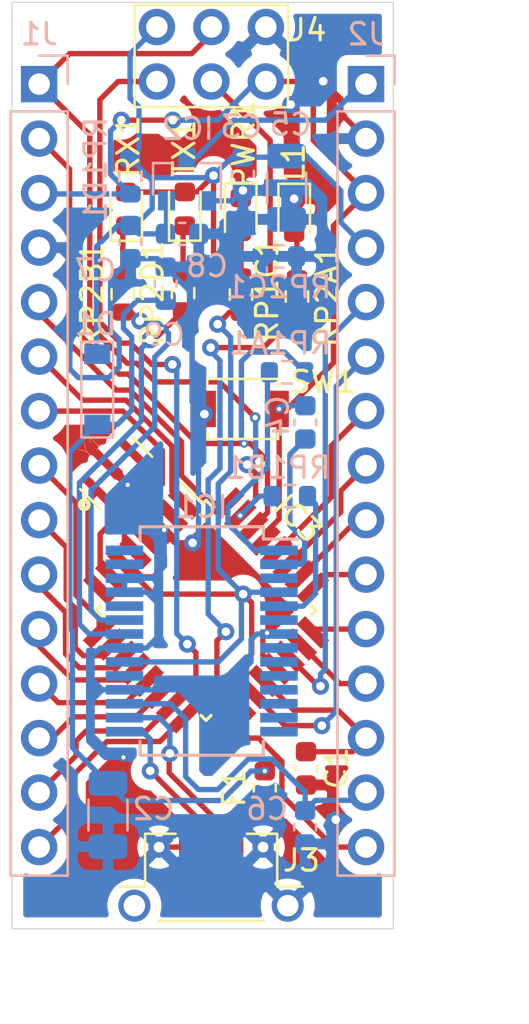
<source format=kicad_pcb>
(kicad_pcb (version 20171130) (host pcbnew 5.1.7-a382d34a8~88~ubuntu18.04.1)

  (general
    (thickness 1.6)
    (drawings 7)
    (tracks 460)
    (zones 0)
    (modules 32)
    (nets 58)
  )

  (page A4)
  (layers
    (0 F.Cu signal)
    (31 B.Cu signal)
    (32 B.Adhes user)
    (33 F.Adhes user)
    (34 B.Paste user)
    (35 F.Paste user)
    (36 B.SilkS user)
    (37 F.SilkS user)
    (38 B.Mask user)
    (39 F.Mask user)
    (40 Dwgs.User user)
    (41 Cmts.User user)
    (42 Eco1.User user)
    (43 Eco2.User user)
    (44 Edge.Cuts user)
    (45 Margin user)
    (46 B.CrtYd user)
    (47 F.CrtYd user)
    (48 B.Fab user hide)
    (49 F.Fab user hide)
  )

  (setup
    (last_trace_width 0.25)
    (trace_clearance 0.2)
    (zone_clearance 0.508)
    (zone_45_only no)
    (trace_min 0.2)
    (via_size 0.8)
    (via_drill 0.4)
    (via_min_size 0.2)
    (via_min_drill 0.3)
    (uvia_size 0.3)
    (uvia_drill 0.1)
    (uvias_allowed no)
    (uvia_min_size 0.1)
    (uvia_min_drill 0.1)
    (edge_width 0.05)
    (segment_width 0.2)
    (pcb_text_width 0.3)
    (pcb_text_size 1.5 1.5)
    (mod_edge_width 0.12)
    (mod_text_size 1 1)
    (mod_text_width 0.15)
    (pad_size 1.524 1.524)
    (pad_drill 0.762)
    (pad_to_mask_clearance 0)
    (aux_axis_origin 0 0)
    (visible_elements FFFFFFFF)
    (pcbplotparams
      (layerselection 0x010fc_ffffffff)
      (usegerberextensions false)
      (usegerberattributes true)
      (usegerberadvancedattributes true)
      (creategerberjobfile true)
      (excludeedgelayer true)
      (linewidth 0.100000)
      (plotframeref false)
      (viasonmask false)
      (mode 1)
      (useauxorigin false)
      (hpglpennumber 1)
      (hpglpenspeed 20)
      (hpglpendiameter 15.000000)
      (psnegative false)
      (psa4output false)
      (plotreference true)
      (plotvalue true)
      (plotinvisibletext false)
      (padsonsilk false)
      (subtractmaskfromsilk false)
      (outputformat 1)
      (mirror false)
      (drillshape 1)
      (scaleselection 1)
      (outputdirectory ""))
  )

  (net 0 "")
  (net 1 /AREF)
  (net 2 GND)
  (net 3 /VUSB)
  (net 4 +5V)
  (net 5 /RESET)
  (net 6 "Net-(C4-Pad2)")
  (net 7 +3V3)
  (net 8 "Net-(F1-Pad1)")
  (net 9 /RX)
  (net 10 "Net-(IC1-Pad3)")
  (net 11 /TX)
  (net 12 "Net-(IC1-Pad6)")
  (net 13 "Net-(IC1-Pad8)")
  (net 14 "Net-(IC1-Pad9)")
  (net 15 "Net-(IC1-Pad10)")
  (net 16 "Net-(IC1-Pad11)")
  (net 17 "Net-(IC1-Pad12)")
  (net 18 "Net-(IC1-Pad13)")
  (net 19 "Net-(IC1-Pad14)")
  (net 20 "Net-(IC1-Pad15)")
  (net 21 "Net-(IC1-Pad16)")
  (net 22 "Net-(IC1-Pad19)")
  (net 23 "Net-(IC1-Pad22)")
  (net 24 "Net-(IC1-Pad23)")
  (net 25 "Net-(IC1-Pad24)")
  (net 26 "Net-(IC1-Pad27)")
  (net 27 "Net-(IC1-Pad28)")
  (net 28 VCC)
  (net 29 /D3)
  (net 30 /D4)
  (net 31 "Net-(IC3-Pad7)")
  (net 32 "Net-(IC3-Pad8)")
  (net 33 /D5)
  (net 34 /D6)
  (net 35 /D7)
  (net 36 /D8)
  (net 37 /D9)
  (net 38 /D10)
  (net 39 /D11MOSI)
  (net 40 /D12MISO)
  (net 41 /D13SCK)
  (net 42 /A6)
  (net 43 /A7)
  (net 44 /A0)
  (net 45 /A1)
  (net 46 /A2)
  (net 47 /A3)
  (net 48 /A4)
  (net 49 /A5)
  (net 50 /D0RX)
  (net 51 /D1TX)
  (net 52 /D2)
  (net 53 "Net-(J3-Pad2)")
  (net 54 "Net-(L1-Pad2)")
  (net 55 "Net-(PWR1-Pad2)")
  (net 56 "Net-(RP2B1-Pad2)")
  (net 57 "Net-(RP2D1-Pad2)")

  (net_class Default "This is the default net class."
    (clearance 0.2)
    (trace_width 0.25)
    (via_dia 0.8)
    (via_drill 0.4)
    (uvia_dia 0.3)
    (uvia_drill 0.1)
    (add_net +3V3)
    (add_net +5V)
    (add_net /A0)
    (add_net /A1)
    (add_net /A2)
    (add_net /A3)
    (add_net /A4)
    (add_net /A5)
    (add_net /A6)
    (add_net /A7)
    (add_net /AREF)
    (add_net /D0RX)
    (add_net /D10)
    (add_net /D11MOSI)
    (add_net /D12MISO)
    (add_net /D13SCK)
    (add_net /D1TX)
    (add_net /D2)
    (add_net /D3)
    (add_net /D4)
    (add_net /D5)
    (add_net /D6)
    (add_net /D7)
    (add_net /D8)
    (add_net /D9)
    (add_net /RESET)
    (add_net /RX)
    (add_net /TX)
    (add_net /VUSB)
    (add_net GND)
    (add_net "Net-(C4-Pad2)")
    (add_net "Net-(F1-Pad1)")
    (add_net "Net-(IC1-Pad10)")
    (add_net "Net-(IC1-Pad11)")
    (add_net "Net-(IC1-Pad12)")
    (add_net "Net-(IC1-Pad13)")
    (add_net "Net-(IC1-Pad14)")
    (add_net "Net-(IC1-Pad15)")
    (add_net "Net-(IC1-Pad16)")
    (add_net "Net-(IC1-Pad19)")
    (add_net "Net-(IC1-Pad22)")
    (add_net "Net-(IC1-Pad23)")
    (add_net "Net-(IC1-Pad24)")
    (add_net "Net-(IC1-Pad27)")
    (add_net "Net-(IC1-Pad28)")
    (add_net "Net-(IC1-Pad3)")
    (add_net "Net-(IC1-Pad6)")
    (add_net "Net-(IC1-Pad8)")
    (add_net "Net-(IC1-Pad9)")
    (add_net "Net-(IC3-Pad7)")
    (add_net "Net-(IC3-Pad8)")
    (add_net "Net-(J3-Pad2)")
    (add_net "Net-(L1-Pad2)")
    (add_net "Net-(PWR1-Pad2)")
    (add_net "Net-(RP2B1-Pad2)")
    (add_net "Net-(RP2D1-Pad2)")
    (add_net VCC)
  )

  (module Arduino_v3.3:SS1P3L_diode (layer B.Cu) (tedit 608B9417) (tstamp 608B35B9)
    (at 123.96 88.1 270)
    (path /6086AB52)
    (fp_text reference D1 (at -3.1 0.06 180) (layer B.SilkS)
      (effects (font (size 1 1) (thickness 0.15)) (justify mirror))
    )
    (fp_text value SS1P3L (at -3.01 0.35 90) (layer B.Fab)
      (effects (font (size 1 1) (thickness 0.15)) (justify mirror))
    )
    (fp_line (start -2.15 0.72) (end 2.19 0.72) (layer B.SilkS) (width 0.12))
    (fp_line (start 2.19 0.72) (end 2.19 -0.72) (layer B.SilkS) (width 0.12))
    (fp_line (start 2.19 -0.72) (end 2.19 -0.76) (layer B.SilkS) (width 0.12))
    (fp_line (start 2.19 -0.76) (end -2.28 -0.76) (layer B.SilkS) (width 0.12))
    (fp_line (start -2.28 -0.76) (end -2.28 0.72) (layer B.SilkS) (width 0.12))
    (fp_line (start -2.28 0.72) (end -2.15 0.72) (layer B.SilkS) (width 0.12))
    (pad 2 smd rect (at 1.58 -0.02 270) (size 0.91 1.22) (layers B.Cu B.Paste B.Mask)
      (net 3 /VUSB))
    (pad 1 smd rect (at -1.69 -0.02 270) (size 0.91 1.22) (layers B.Cu B.Paste B.Mask)
      (net 4 +5V))
  )

  (module Capacitor_SMD:C_1206_3216Metric (layer B.Cu) (tedit 5F68FEEE) (tstamp 608AE8B8)
    (at 124.48 107.885 270)
    (descr "Capacitor SMD 1206 (3216 Metric), square (rectangular) end terminal, IPC_7351 nominal, (Body size source: IPC-SM-782 page 76, https://www.pcb-3d.com/wordpress/wp-content/uploads/ipc-sm-782a_amendment_1_and_2.pdf), generated with kicad-footprint-generator")
    (tags capacitor)
    (path /60A61BCA)
    (attr smd)
    (fp_text reference C2 (at -0.285 -2.12 180) (layer B.SilkS)
      (effects (font (size 1 1) (thickness 0.15)) (justify mirror))
    )
    (fp_text value 4.7uF_16V (at 0 -1.85 90) (layer B.Fab)
      (effects (font (size 1 1) (thickness 0.15)) (justify mirror))
    )
    (fp_line (start 2.3 -1.15) (end -2.3 -1.15) (layer B.CrtYd) (width 0.05))
    (fp_line (start 2.3 1.15) (end 2.3 -1.15) (layer B.CrtYd) (width 0.05))
    (fp_line (start -2.3 1.15) (end 2.3 1.15) (layer B.CrtYd) (width 0.05))
    (fp_line (start -2.3 -1.15) (end -2.3 1.15) (layer B.CrtYd) (width 0.05))
    (fp_line (start -0.711252 -0.91) (end 0.711252 -0.91) (layer B.SilkS) (width 0.12))
    (fp_line (start -0.711252 0.91) (end 0.711252 0.91) (layer B.SilkS) (width 0.12))
    (fp_line (start 1.6 -0.8) (end -1.6 -0.8) (layer B.Fab) (width 0.1))
    (fp_line (start 1.6 0.8) (end 1.6 -0.8) (layer B.Fab) (width 0.1))
    (fp_line (start -1.6 0.8) (end 1.6 0.8) (layer B.Fab) (width 0.1))
    (fp_line (start -1.6 -0.8) (end -1.6 0.8) (layer B.Fab) (width 0.1))
    (fp_text user %R (at 0 0 90) (layer B.Fab)
      (effects (font (size 0.8 0.8) (thickness 0.12)) (justify mirror))
    )
    (pad 1 smd roundrect (at -1.475 0 270) (size 1.15 1.8) (layers B.Cu B.Paste B.Mask) (roundrect_rratio 0.217391)
      (net 3 /VUSB))
    (pad 2 smd roundrect (at 1.475 0 270) (size 1.15 1.8) (layers B.Cu B.Paste B.Mask) (roundrect_rratio 0.217391)
      (net 2 GND))
    (model ${KISYS3DMOD}/Capacitor_SMD.3dshapes/C_1206_3216Metric.wrl
      (at (xyz 0 0 0))
      (scale (xyz 1 1 1))
      (rotate (xyz 0 0 0))
    )
  )

  (module Capacitor_SMD:C_0603_1608Metric (layer B.Cu) (tedit 5F68FEEE) (tstamp 608AE8C9)
    (at 130.77 78 270)
    (descr "Capacitor SMD 0603 (1608 Metric), square (rectangular) end terminal, IPC_7351 nominal, (Body size source: IPC-SM-782 page 76, https://www.pcb-3d.com/wordpress/wp-content/uploads/ipc-sm-782a_amendment_1_and_2.pdf), generated with kicad-footprint-generator")
    (tags capacitor)
    (path /60919640)
    (attr smd)
    (fp_text reference C3 (at -2.2 0.07) (layer B.SilkS)
      (effects (font (size 1 1) (thickness 0.15)) (justify mirror))
    )
    (fp_text value 1uF (at 0 -1.43 270) (layer B.Fab)
      (effects (font (size 1 1) (thickness 0.15)) (justify mirror))
    )
    (fp_line (start 1.48 -0.73) (end -1.48 -0.73) (layer B.CrtYd) (width 0.05))
    (fp_line (start 1.48 0.73) (end 1.48 -0.73) (layer B.CrtYd) (width 0.05))
    (fp_line (start -1.48 0.73) (end 1.48 0.73) (layer B.CrtYd) (width 0.05))
    (fp_line (start -1.48 -0.73) (end -1.48 0.73) (layer B.CrtYd) (width 0.05))
    (fp_line (start -0.14058 -0.51) (end 0.14058 -0.51) (layer B.SilkS) (width 0.12))
    (fp_line (start -0.14058 0.51) (end 0.14058 0.51) (layer B.SilkS) (width 0.12))
    (fp_line (start 0.8 -0.4) (end -0.8 -0.4) (layer B.Fab) (width 0.1))
    (fp_line (start 0.8 0.4) (end 0.8 -0.4) (layer B.Fab) (width 0.1))
    (fp_line (start -0.8 0.4) (end 0.8 0.4) (layer B.Fab) (width 0.1))
    (fp_line (start -0.8 -0.4) (end -0.8 0.4) (layer B.Fab) (width 0.1))
    (fp_text user %R (at 0 0 270) (layer B.Fab)
      (effects (font (size 0.4 0.4) (thickness 0.06)) (justify mirror))
    )
    (pad 1 smd roundrect (at -0.775 0 270) (size 0.9 0.95) (layers B.Cu B.Paste B.Mask) (roundrect_rratio 0.25)
      (net 4 +5V))
    (pad 2 smd roundrect (at 0.775 0 270) (size 0.9 0.95) (layers B.Cu B.Paste B.Mask) (roundrect_rratio 0.25)
      (net 2 GND))
    (model ${KISYS3DMOD}/Capacitor_SMD.3dshapes/C_0603_1608Metric.wrl
      (at (xyz 0 0 0))
      (scale (xyz 1 1 1))
      (rotate (xyz 0 0 0))
    )
  )

  (module Capacitor_SMD:C_0603_1608Metric (layer B.Cu) (tedit 5F68FEEE) (tstamp 608AE8DA)
    (at 133.68 89.585 270)
    (descr "Capacitor SMD 0603 (1608 Metric), square (rectangular) end terminal, IPC_7351 nominal, (Body size source: IPC-SM-782 page 76, https://www.pcb-3d.com/wordpress/wp-content/uploads/ipc-sm-782a_amendment_1_and_2.pdf), generated with kicad-footprint-generator")
    (tags capacitor)
    (path /60AC92B8)
    (attr smd)
    (fp_text reference C4 (at -0.285 1.28 90) (layer B.SilkS)
      (effects (font (size 1 1) (thickness 0.15)) (justify mirror))
    )
    (fp_text value 100nF (at 0 -1.43 90) (layer B.Fab)
      (effects (font (size 1 1) (thickness 0.15)) (justify mirror))
    )
    (fp_line (start 1.48 -0.73) (end -1.48 -0.73) (layer B.CrtYd) (width 0.05))
    (fp_line (start 1.48 0.73) (end 1.48 -0.73) (layer B.CrtYd) (width 0.05))
    (fp_line (start -1.48 0.73) (end 1.48 0.73) (layer B.CrtYd) (width 0.05))
    (fp_line (start -1.48 -0.73) (end -1.48 0.73) (layer B.CrtYd) (width 0.05))
    (fp_line (start -0.14058 -0.51) (end 0.14058 -0.51) (layer B.SilkS) (width 0.12))
    (fp_line (start -0.14058 0.51) (end 0.14058 0.51) (layer B.SilkS) (width 0.12))
    (fp_line (start 0.8 -0.4) (end -0.8 -0.4) (layer B.Fab) (width 0.1))
    (fp_line (start 0.8 0.4) (end 0.8 -0.4) (layer B.Fab) (width 0.1))
    (fp_line (start -0.8 0.4) (end 0.8 0.4) (layer B.Fab) (width 0.1))
    (fp_line (start -0.8 -0.4) (end -0.8 0.4) (layer B.Fab) (width 0.1))
    (fp_text user %R (at 0 0 90) (layer B.Fab)
      (effects (font (size 0.4 0.4) (thickness 0.06)) (justify mirror))
    )
    (pad 1 smd roundrect (at -0.775 0 270) (size 0.9 0.95) (layers B.Cu B.Paste B.Mask) (roundrect_rratio 0.25)
      (net 5 /RESET))
    (pad 2 smd roundrect (at 0.775 0 270) (size 0.9 0.95) (layers B.Cu B.Paste B.Mask) (roundrect_rratio 0.25)
      (net 6 "Net-(C4-Pad2)"))
    (model ${KISYS3DMOD}/Capacitor_SMD.3dshapes/C_0603_1608Metric.wrl
      (at (xyz 0 0 0))
      (scale (xyz 1 1 1))
      (rotate (xyz 0 0 0))
    )
  )

  (module Capacitor_SMD:C_1206_3216Metric (layer B.Cu) (tedit 5F68FEEE) (tstamp 608AE8EB)
    (at 132.81 78.65 270)
    (descr "Capacitor SMD 1206 (3216 Metric), square (rectangular) end terminal, IPC_7351 nominal, (Body size source: IPC-SM-782 page 76, https://www.pcb-3d.com/wordpress/wp-content/uploads/ipc-sm-782a_amendment_1_and_2.pdf), generated with kicad-footprint-generator")
    (tags capacitor)
    (path /60915AD1)
    (attr smd)
    (fp_text reference C5 (at -2.95 -0.19 180) (layer B.SilkS)
      (effects (font (size 1 1) (thickness 0.15)) (justify mirror))
    )
    (fp_text value 4.7uF_16V (at 0 -1.85 90) (layer B.Fab)
      (effects (font (size 1 1) (thickness 0.15)) (justify mirror))
    )
    (fp_line (start -1.6 -0.8) (end -1.6 0.8) (layer B.Fab) (width 0.1))
    (fp_line (start -1.6 0.8) (end 1.6 0.8) (layer B.Fab) (width 0.1))
    (fp_line (start 1.6 0.8) (end 1.6 -0.8) (layer B.Fab) (width 0.1))
    (fp_line (start 1.6 -0.8) (end -1.6 -0.8) (layer B.Fab) (width 0.1))
    (fp_line (start -0.711252 0.91) (end 0.711252 0.91) (layer B.SilkS) (width 0.12))
    (fp_line (start -0.711252 -0.91) (end 0.711252 -0.91) (layer B.SilkS) (width 0.12))
    (fp_line (start -2.3 -1.15) (end -2.3 1.15) (layer B.CrtYd) (width 0.05))
    (fp_line (start -2.3 1.15) (end 2.3 1.15) (layer B.CrtYd) (width 0.05))
    (fp_line (start 2.3 1.15) (end 2.3 -1.15) (layer B.CrtYd) (width 0.05))
    (fp_line (start 2.3 -1.15) (end -2.3 -1.15) (layer B.CrtYd) (width 0.05))
    (fp_text user %R (at 0 0 90) (layer B.Fab)
      (effects (font (size 0.8 0.8) (thickness 0.12)) (justify mirror))
    )
    (pad 2 smd roundrect (at 1.475 0 270) (size 1.15 1.8) (layers B.Cu B.Paste B.Mask) (roundrect_rratio 0.217391)
      (net 2 GND))
    (pad 1 smd roundrect (at -1.475 0 270) (size 1.15 1.8) (layers B.Cu B.Paste B.Mask) (roundrect_rratio 0.217391)
      (net 4 +5V))
    (model ${KISYS3DMOD}/Capacitor_SMD.3dshapes/C_1206_3216Metric.wrl
      (at (xyz 0 0 0))
      (scale (xyz 1 1 1))
      (rotate (xyz 0 0 0))
    )
  )

  (module Capacitor_SMD:C_0603_1608Metric (layer B.Cu) (tedit 5F68FEEE) (tstamp 608BFEBA)
    (at 133.67 108.455 270)
    (descr "Capacitor SMD 0603 (1608 Metric), square (rectangular) end terminal, IPC_7351 nominal, (Body size source: IPC-SM-782 page 76, https://www.pcb-3d.com/wordpress/wp-content/uploads/ipc-sm-782a_amendment_1_and_2.pdf), generated with kicad-footprint-generator")
    (tags capacitor)
    (path /60B0B968)
    (attr smd)
    (fp_text reference C6 (at -0.855 1.77 180) (layer B.SilkS)
      (effects (font (size 1 1) (thickness 0.15)) (justify mirror))
    )
    (fp_text value 100nF (at 0 -1.43 90) (layer B.Fab)
      (effects (font (size 1 1) (thickness 0.15)) (justify mirror))
    )
    (fp_line (start -0.8 -0.4) (end -0.8 0.4) (layer B.Fab) (width 0.1))
    (fp_line (start -0.8 0.4) (end 0.8 0.4) (layer B.Fab) (width 0.1))
    (fp_line (start 0.8 0.4) (end 0.8 -0.4) (layer B.Fab) (width 0.1))
    (fp_line (start 0.8 -0.4) (end -0.8 -0.4) (layer B.Fab) (width 0.1))
    (fp_line (start -0.14058 0.51) (end 0.14058 0.51) (layer B.SilkS) (width 0.12))
    (fp_line (start -0.14058 -0.51) (end 0.14058 -0.51) (layer B.SilkS) (width 0.12))
    (fp_line (start -1.48 -0.73) (end -1.48 0.73) (layer B.CrtYd) (width 0.05))
    (fp_line (start -1.48 0.73) (end 1.48 0.73) (layer B.CrtYd) (width 0.05))
    (fp_line (start 1.48 0.73) (end 1.48 -0.73) (layer B.CrtYd) (width 0.05))
    (fp_line (start 1.48 -0.73) (end -1.48 -0.73) (layer B.CrtYd) (width 0.05))
    (fp_text user %R (at 0 0 90) (layer B.Fab)
      (effects (font (size 0.4 0.4) (thickness 0.06)) (justify mirror))
    )
    (pad 2 smd roundrect (at 0.775 0 270) (size 0.9 0.95) (layers B.Cu B.Paste B.Mask) (roundrect_rratio 0.25)
      (net 2 GND))
    (pad 1 smd roundrect (at -0.775 0 270) (size 0.9 0.95) (layers B.Cu B.Paste B.Mask) (roundrect_rratio 0.25)
      (net 7 +3V3))
    (model ${KISYS3DMOD}/Capacitor_SMD.3dshapes/C_0603_1608Metric.wrl
      (at (xyz 0 0 0))
      (scale (xyz 1 1 1))
      (rotate (xyz 0 0 0))
    )
  )

  (module Capacitor_SMD:C_0603_1608Metric (layer B.Cu) (tedit 5F68FEEE) (tstamp 608AE90D)
    (at 125.53 81.18 270)
    (descr "Capacitor SMD 0603 (1608 Metric), square (rectangular) end terminal, IPC_7351 nominal, (Body size source: IPC-SM-782 page 76, https://www.pcb-3d.com/wordpress/wp-content/uploads/ipc-sm-782a_amendment_1_and_2.pdf), generated with kicad-footprint-generator")
    (tags capacitor)
    (path /60918520)
    (attr smd)
    (fp_text reference C7 (at 1.32 1.63 180) (layer B.SilkS)
      (effects (font (size 1 1) (thickness 0.15)) (justify mirror))
    )
    (fp_text value 1uF (at 0 -1.43 90) (layer B.Fab)
      (effects (font (size 1 1) (thickness 0.15)) (justify mirror))
    )
    (fp_line (start -0.8 -0.4) (end -0.8 0.4) (layer B.Fab) (width 0.1))
    (fp_line (start -0.8 0.4) (end 0.8 0.4) (layer B.Fab) (width 0.1))
    (fp_line (start 0.8 0.4) (end 0.8 -0.4) (layer B.Fab) (width 0.1))
    (fp_line (start 0.8 -0.4) (end -0.8 -0.4) (layer B.Fab) (width 0.1))
    (fp_line (start -0.14058 0.51) (end 0.14058 0.51) (layer B.SilkS) (width 0.12))
    (fp_line (start -0.14058 -0.51) (end 0.14058 -0.51) (layer B.SilkS) (width 0.12))
    (fp_line (start -1.48 -0.73) (end -1.48 0.73) (layer B.CrtYd) (width 0.05))
    (fp_line (start -1.48 0.73) (end 1.48 0.73) (layer B.CrtYd) (width 0.05))
    (fp_line (start 1.48 0.73) (end 1.48 -0.73) (layer B.CrtYd) (width 0.05))
    (fp_line (start 1.48 -0.73) (end -1.48 -0.73) (layer B.CrtYd) (width 0.05))
    (fp_text user %R (at 0 0 90) (layer B.Fab)
      (effects (font (size 0.4 0.4) (thickness 0.06)) (justify mirror))
    )
    (pad 2 smd roundrect (at 0.775 0 270) (size 0.9 0.95) (layers B.Cu B.Paste B.Mask) (roundrect_rratio 0.25)
      (net 2 GND))
    (pad 1 smd roundrect (at -0.775 0 270) (size 0.9 0.95) (layers B.Cu B.Paste B.Mask) (roundrect_rratio 0.25)
      (net 4 +5V))
    (model ${KISYS3DMOD}/Capacitor_SMD.3dshapes/C_0603_1608Metric.wrl
      (at (xyz 0 0 0))
      (scale (xyz 1 1 1))
      (rotate (xyz 0 0 0))
    )
  )

  (module Capacitor_SMD:C_0603_1608Metric (layer B.Cu) (tedit 5F68FEEE) (tstamp 608AE91E)
    (at 127.935 80.8)
    (descr "Capacitor SMD 0603 (1608 Metric), square (rectangular) end terminal, IPC_7351 nominal, (Body size source: IPC-SM-782 page 76, https://www.pcb-3d.com/wordpress/wp-content/uploads/ipc-sm-782a_amendment_1_and_2.pdf), generated with kicad-footprint-generator")
    (tags capacitor)
    (path /609D6E02)
    (attr smd)
    (fp_text reference C8 (at 1.165 1.5) (layer B.SilkS)
      (effects (font (size 1 1) (thickness 0.15)) (justify mirror))
    )
    (fp_text value 1uF (at 0 -1.43) (layer B.Fab)
      (effects (font (size 1 1) (thickness 0.15)) (justify mirror))
    )
    (fp_line (start 1.48 -0.73) (end -1.48 -0.73) (layer B.CrtYd) (width 0.05))
    (fp_line (start 1.48 0.73) (end 1.48 -0.73) (layer B.CrtYd) (width 0.05))
    (fp_line (start -1.48 0.73) (end 1.48 0.73) (layer B.CrtYd) (width 0.05))
    (fp_line (start -1.48 -0.73) (end -1.48 0.73) (layer B.CrtYd) (width 0.05))
    (fp_line (start -0.14058 -0.51) (end 0.14058 -0.51) (layer B.SilkS) (width 0.12))
    (fp_line (start -0.14058 0.51) (end 0.14058 0.51) (layer B.SilkS) (width 0.12))
    (fp_line (start 0.8 -0.4) (end -0.8 -0.4) (layer B.Fab) (width 0.1))
    (fp_line (start 0.8 0.4) (end 0.8 -0.4) (layer B.Fab) (width 0.1))
    (fp_line (start -0.8 0.4) (end 0.8 0.4) (layer B.Fab) (width 0.1))
    (fp_line (start -0.8 -0.4) (end -0.8 0.4) (layer B.Fab) (width 0.1))
    (fp_text user %R (at 0 0) (layer B.Fab)
      (effects (font (size 0.4 0.4) (thickness 0.06)) (justify mirror))
    )
    (pad 1 smd roundrect (at -0.775 0) (size 0.9 0.95) (layers B.Cu B.Paste B.Mask) (roundrect_rratio 0.25)
      (net 4 +5V))
    (pad 2 smd roundrect (at 0.775 0) (size 0.9 0.95) (layers B.Cu B.Paste B.Mask) (roundrect_rratio 0.25)
      (net 2 GND))
    (model ${KISYS3DMOD}/Capacitor_SMD.3dshapes/C_0603_1608Metric.wrl
      (at (xyz 0 0 0))
      (scale (xyz 1 1 1))
      (rotate (xyz 0 0 0))
    )
  )

  (module Capacitor_SMD:C_0603_1608Metric (layer B.Cu) (tedit 5F68FEEE) (tstamp 608AE92F)
    (at 127.17 83.12 90)
    (descr "Capacitor SMD 0603 (1608 Metric), square (rectangular) end terminal, IPC_7351 nominal, (Body size source: IPC-SM-782 page 76, https://www.pcb-3d.com/wordpress/wp-content/uploads/ipc-sm-782a_amendment_1_and_2.pdf), generated with kicad-footprint-generator")
    (tags capacitor)
    (path /60A6C952)
    (attr smd)
    (fp_text reference C9 (at -2.38 -0.07 180) (layer B.SilkS)
      (effects (font (size 1 1) (thickness 0.125)) (justify mirror))
    )
    (fp_text value 100nF (at 0 -1.43 90) (layer B.Fab)
      (effects (font (size 1 1) (thickness 0.15)) (justify mirror))
    )
    (fp_line (start -0.8 -0.4) (end -0.8 0.4) (layer B.Fab) (width 0.1))
    (fp_line (start -0.8 0.4) (end 0.8 0.4) (layer B.Fab) (width 0.1))
    (fp_line (start 0.8 0.4) (end 0.8 -0.4) (layer B.Fab) (width 0.1))
    (fp_line (start 0.8 -0.4) (end -0.8 -0.4) (layer B.Fab) (width 0.1))
    (fp_line (start -0.14058 0.51) (end 0.14058 0.51) (layer B.SilkS) (width 0.12))
    (fp_line (start -0.14058 -0.51) (end 0.14058 -0.51) (layer B.SilkS) (width 0.12))
    (fp_line (start -1.48 -0.73) (end -1.48 0.73) (layer B.CrtYd) (width 0.05))
    (fp_line (start -1.48 0.73) (end 1.48 0.73) (layer B.CrtYd) (width 0.05))
    (fp_line (start 1.48 0.73) (end 1.48 -0.73) (layer B.CrtYd) (width 0.05))
    (fp_line (start 1.48 -0.73) (end -1.48 -0.73) (layer B.CrtYd) (width 0.05))
    (fp_text user %R (at 0 0 90) (layer B.Fab)
      (effects (font (size 0.4 0.4) (thickness 0.06)) (justify mirror))
    )
    (pad 2 smd roundrect (at 0.775 0 90) (size 0.9 0.95) (layers B.Cu B.Paste B.Mask) (roundrect_rratio 0.25)
      (net 2 GND))
    (pad 1 smd roundrect (at -0.775 0 90) (size 0.9 0.95) (layers B.Cu B.Paste B.Mask) (roundrect_rratio 0.25)
      (net 3 /VUSB))
    (model ${KISYS3DMOD}/Capacitor_SMD.3dshapes/C_0603_1608Metric.wrl
      (at (xyz 0 0 0))
      (scale (xyz 1 1 1))
      (rotate (xyz 0 0 0))
    )
  )

  (module Fuse:Fuse_0603_1608Metric (layer F.Cu) (tedit 5F68FEF1) (tstamp 608B8A94)
    (at 131.79 106.6225 90)
    (descr "Fuse SMD 0603 (1608 Metric), square (rectangular) end terminal, IPC_7351 nominal, (Body size source: http://www.tortai-tech.com/upload/download/2011102023233369053.pdf), generated with kicad-footprint-generator")
    (tags fuse)
    (path /60B0D9F7)
    (attr smd)
    (fp_text reference F1 (at 0 -1.43 90) (layer F.SilkS)
      (effects (font (size 1 1) (thickness 0.15)))
    )
    (fp_text value Polyfuse (at 0 1.43 90) (layer F.Fab)
      (effects (font (size 1 1) (thickness 0.15)))
    )
    (fp_line (start 1.48 0.73) (end -1.48 0.73) (layer F.CrtYd) (width 0.05))
    (fp_line (start 1.48 -0.73) (end 1.48 0.73) (layer F.CrtYd) (width 0.05))
    (fp_line (start -1.48 -0.73) (end 1.48 -0.73) (layer F.CrtYd) (width 0.05))
    (fp_line (start -1.48 0.73) (end -1.48 -0.73) (layer F.CrtYd) (width 0.05))
    (fp_line (start -0.162779 0.51) (end 0.162779 0.51) (layer F.SilkS) (width 0.12))
    (fp_line (start -0.162779 -0.51) (end 0.162779 -0.51) (layer F.SilkS) (width 0.12))
    (fp_line (start 0.8 0.4) (end -0.8 0.4) (layer F.Fab) (width 0.1))
    (fp_line (start 0.8 -0.4) (end 0.8 0.4) (layer F.Fab) (width 0.1))
    (fp_line (start -0.8 -0.4) (end 0.8 -0.4) (layer F.Fab) (width 0.1))
    (fp_line (start -0.8 0.4) (end -0.8 -0.4) (layer F.Fab) (width 0.1))
    (fp_text user %R (at 0 0 90) (layer F.Fab)
      (effects (font (size 0.4 0.4) (thickness 0.06)))
    )
    (pad 1 smd roundrect (at -0.7875 0 90) (size 0.875 0.95) (layers F.Cu F.Paste F.Mask) (roundrect_rratio 0.25)
      (net 8 "Net-(F1-Pad1)"))
    (pad 2 smd roundrect (at 0.7875 0 90) (size 0.875 0.95) (layers F.Cu F.Paste F.Mask) (roundrect_rratio 0.25)
      (net 3 /VUSB))
    (model ${KISYS3DMOD}/Fuse.3dshapes/Fuse_0603_1608Metric.wrl
      (at (xyz 0 0 0))
      (scale (xyz 1 1 1))
      (rotate (xyz 0 0 0))
    )
  )

  (module Package_SO:SSOP-28_5.3x10.2mm_P0.65mm (layer B.Cu) (tedit 5A02F25C) (tstamp 608FA6AF)
    (at 128.85 99.775 180)
    (descr "28-Lead Plastic Shrink Small Outline (SS)-5.30 mm Body [SSOP] (see Microchip Packaging Specification 00000049BS.pdf)")
    (tags "SSOP 0.65")
    (path /60AAAEC4)
    (attr smd)
    (fp_text reference IC1 (at 0 6.25) (layer B.SilkS)
      (effects (font (size 1 1) (thickness 0.15)) (justify mirror))
    )
    (fp_text value FT232RL (at 0 -6.25) (layer B.Fab)
      (effects (font (size 1 1) (thickness 0.15)) (justify mirror))
    )
    (fp_line (start -2.875 4.75) (end -4.475 4.75) (layer B.SilkS) (width 0.15))
    (fp_line (start -2.875 -5.325) (end 2.875 -5.325) (layer B.SilkS) (width 0.15))
    (fp_line (start -2.875 5.325) (end 2.875 5.325) (layer B.SilkS) (width 0.15))
    (fp_line (start -2.875 -5.325) (end -2.875 -4.675) (layer B.SilkS) (width 0.15))
    (fp_line (start 2.875 -5.325) (end 2.875 -4.675) (layer B.SilkS) (width 0.15))
    (fp_line (start 2.875 5.325) (end 2.875 4.675) (layer B.SilkS) (width 0.15))
    (fp_line (start -2.875 5.325) (end -2.875 4.75) (layer B.SilkS) (width 0.15))
    (fp_line (start -4.75 -5.5) (end 4.75 -5.5) (layer B.CrtYd) (width 0.05))
    (fp_line (start -4.75 5.5) (end 4.75 5.5) (layer B.CrtYd) (width 0.05))
    (fp_line (start 4.75 5.5) (end 4.75 -5.5) (layer B.CrtYd) (width 0.05))
    (fp_line (start -4.75 5.5) (end -4.75 -5.5) (layer B.CrtYd) (width 0.05))
    (fp_line (start -2.65 4.1) (end -1.65 5.1) (layer B.Fab) (width 0.15))
    (fp_line (start -2.65 -5.1) (end -2.65 4.1) (layer B.Fab) (width 0.15))
    (fp_line (start 2.65 -5.1) (end -2.65 -5.1) (layer B.Fab) (width 0.15))
    (fp_line (start 2.65 5.1) (end 2.65 -5.1) (layer B.Fab) (width 0.15))
    (fp_line (start -1.65 5.1) (end 2.65 5.1) (layer B.Fab) (width 0.15))
    (fp_text user %R (at 0 0) (layer B.Fab)
      (effects (font (size 0.8 0.8) (thickness 0.15)) (justify mirror))
    )
    (pad 1 smd rect (at -3.6 4.225 180) (size 1.75 0.45) (layers B.Cu B.Paste B.Mask)
      (net 9 /RX))
    (pad 2 smd rect (at -3.6 3.575 180) (size 1.75 0.45) (layers B.Cu B.Paste B.Mask)
      (net 6 "Net-(C4-Pad2)"))
    (pad 3 smd rect (at -3.6 2.925 180) (size 1.75 0.45) (layers B.Cu B.Paste B.Mask)
      (net 10 "Net-(IC1-Pad3)"))
    (pad 4 smd rect (at -3.6 2.275 180) (size 1.75 0.45) (layers B.Cu B.Paste B.Mask)
      (net 4 +5V))
    (pad 5 smd rect (at -3.6 1.625 180) (size 1.75 0.45) (layers B.Cu B.Paste B.Mask)
      (net 11 /TX))
    (pad 6 smd rect (at -3.6 0.975 180) (size 1.75 0.45) (layers B.Cu B.Paste B.Mask)
      (net 12 "Net-(IC1-Pad6)"))
    (pad 7 smd rect (at -3.6 0.325 180) (size 1.75 0.45) (layers B.Cu B.Paste B.Mask)
      (net 2 GND))
    (pad 8 smd rect (at -3.6 -0.325 180) (size 1.75 0.45) (layers B.Cu B.Paste B.Mask)
      (net 13 "Net-(IC1-Pad8)"))
    (pad 9 smd rect (at -3.6 -0.975 180) (size 1.75 0.45) (layers B.Cu B.Paste B.Mask)
      (net 14 "Net-(IC1-Pad9)"))
    (pad 10 smd rect (at -3.6 -1.625 180) (size 1.75 0.45) (layers B.Cu B.Paste B.Mask)
      (net 15 "Net-(IC1-Pad10)"))
    (pad 11 smd rect (at -3.6 -2.275 180) (size 1.75 0.45) (layers B.Cu B.Paste B.Mask)
      (net 16 "Net-(IC1-Pad11)"))
    (pad 12 smd rect (at -3.6 -2.925 180) (size 1.75 0.45) (layers B.Cu B.Paste B.Mask)
      (net 17 "Net-(IC1-Pad12)"))
    (pad 13 smd rect (at -3.6 -3.575 180) (size 1.75 0.45) (layers B.Cu B.Paste B.Mask)
      (net 18 "Net-(IC1-Pad13)"))
    (pad 14 smd rect (at -3.6 -4.225 180) (size 1.75 0.45) (layers B.Cu B.Paste B.Mask)
      (net 19 "Net-(IC1-Pad14)"))
    (pad 15 smd rect (at 3.6 -4.225 180) (size 1.75 0.45) (layers B.Cu B.Paste B.Mask)
      (net 20 "Net-(IC1-Pad15)"))
    (pad 16 smd rect (at 3.6 -3.575 180) (size 1.75 0.45) (layers B.Cu B.Paste B.Mask)
      (net 21 "Net-(IC1-Pad16)"))
    (pad 17 smd rect (at 3.6 -2.925 180) (size 1.75 0.45) (layers B.Cu B.Paste B.Mask)
      (net 7 +3V3))
    (pad 18 smd rect (at 3.6 -2.275 180) (size 1.75 0.45) (layers B.Cu B.Paste B.Mask)
      (net 2 GND))
    (pad 19 smd rect (at 3.6 -1.625 180) (size 1.75 0.45) (layers B.Cu B.Paste B.Mask)
      (net 22 "Net-(IC1-Pad19)"))
    (pad 20 smd rect (at 3.6 -0.975 180) (size 1.75 0.45) (layers B.Cu B.Paste B.Mask)
      (net 4 +5V))
    (pad 21 smd rect (at 3.6 -0.325 180) (size 1.75 0.45) (layers B.Cu B.Paste B.Mask)
      (net 2 GND))
    (pad 22 smd rect (at 3.6 0.325 180) (size 1.75 0.45) (layers B.Cu B.Paste B.Mask)
      (net 23 "Net-(IC1-Pad22)"))
    (pad 23 smd rect (at 3.6 0.975 180) (size 1.75 0.45) (layers B.Cu B.Paste B.Mask)
      (net 24 "Net-(IC1-Pad23)"))
    (pad 24 smd rect (at 3.6 1.625 180) (size 1.75 0.45) (layers B.Cu B.Paste B.Mask)
      (net 25 "Net-(IC1-Pad24)"))
    (pad 25 smd rect (at 3.6 2.275 180) (size 1.75 0.45) (layers B.Cu B.Paste B.Mask)
      (net 2 GND))
    (pad 26 smd rect (at 3.6 2.925 180) (size 1.75 0.45) (layers B.Cu B.Paste B.Mask)
      (net 2 GND))
    (pad 27 smd rect (at 3.6 3.575 180) (size 1.75 0.45) (layers B.Cu B.Paste B.Mask)
      (net 26 "Net-(IC1-Pad27)"))
    (pad 28 smd rect (at 3.6 4.225 180) (size 1.75 0.45) (layers B.Cu B.Paste B.Mask)
      (net 27 "Net-(IC1-Pad28)"))
    (model ${KISYS3DMOD}/Package_SO.3dshapes/SSOP-28_5.3x10.2mm_P0.65mm.wrl
      (at (xyz 0 0 0))
      (scale (xyz 1 1 1))
      (rotate (xyz 0 0 0))
    )
  )

  (module Package_TO_SOT_SMD:SOT-23 (layer B.Cu) (tedit 5A02FF57) (tstamp 608AE9A5)
    (at 128.16 78.26 90)
    (descr "SOT-23, Standard")
    (tags SOT-23)
    (path /608681E7)
    (attr smd)
    (fp_text reference IC2 (at 2.36 0.04) (layer B.SilkS)
      (effects (font (size 1 1) (thickness 0.15)) (justify mirror))
    )
    (fp_text value AMS117_3.3 (at 0 -2.5 270) (layer B.Fab)
      (effects (font (size 1 1) (thickness 0.15)) (justify mirror))
    )
    (fp_line (start 0.76 -1.58) (end -0.7 -1.58) (layer B.SilkS) (width 0.12))
    (fp_line (start 0.76 1.58) (end -1.4 1.58) (layer B.SilkS) (width 0.12))
    (fp_line (start -1.7 -1.75) (end -1.7 1.75) (layer B.CrtYd) (width 0.05))
    (fp_line (start 1.7 -1.75) (end -1.7 -1.75) (layer B.CrtYd) (width 0.05))
    (fp_line (start 1.7 1.75) (end 1.7 -1.75) (layer B.CrtYd) (width 0.05))
    (fp_line (start -1.7 1.75) (end 1.7 1.75) (layer B.CrtYd) (width 0.05))
    (fp_line (start 0.76 1.58) (end 0.76 0.65) (layer B.SilkS) (width 0.12))
    (fp_line (start 0.76 -1.58) (end 0.76 -0.65) (layer B.SilkS) (width 0.12))
    (fp_line (start -0.7 -1.52) (end 0.7 -1.52) (layer B.Fab) (width 0.1))
    (fp_line (start 0.7 1.52) (end 0.7 -1.52) (layer B.Fab) (width 0.1))
    (fp_line (start -0.7 0.95) (end -0.15 1.52) (layer B.Fab) (width 0.1))
    (fp_line (start -0.15 1.52) (end 0.7 1.52) (layer B.Fab) (width 0.1))
    (fp_line (start -0.7 0.95) (end -0.7 -1.5) (layer B.Fab) (width 0.1))
    (fp_text user %R (at 0 0) (layer B.Fab)
      (effects (font (size 0.5 0.5) (thickness 0.075)) (justify mirror))
    )
    (pad 1 smd rect (at -1 0.95 90) (size 0.9 0.8) (layers B.Cu B.Paste B.Mask)
      (net 2 GND))
    (pad 2 smd rect (at -1 -0.95 90) (size 0.9 0.8) (layers B.Cu B.Paste B.Mask)
      (net 4 +5V))
    (pad 3 smd rect (at 1 0 90) (size 0.9 0.8) (layers B.Cu B.Paste B.Mask)
      (net 28 VCC))
    (model ${KISYS3DMOD}/Package_TO_SOT_SMD.3dshapes/SOT-23.wrl
      (at (xyz 0 0 0))
      (scale (xyz 1 1 1))
      (rotate (xyz 0 0 0))
    )
  )

  (module Package_QFP:TQFP-32_7x7mm_P0.8mm (layer F.Cu) (tedit 5A02F146) (tstamp 608AE9DC)
    (at 129.052361 98.348047 315)
    (descr "32-Lead Plastic Thin Quad Flatpack (PT) - 7x7x1.0 mm Body, 2.00 mm [TQFP] (see Microchip Packaging Specification 00000049BS.pdf)")
    (tags "QFP 0.8")
    (path /60887481)
    (attr smd)
    (fp_text reference IC3 (at 0 -6.05 135) (layer F.SilkS)
      (effects (font (size 1 1) (thickness 0.15)))
    )
    (fp_text value Atmega_328p_AU (at 0 6.05 135) (layer F.Fab)
      (effects (font (size 1 1) (thickness 0.15)))
    )
    (fp_line (start -3.625 -3.4) (end -5.05 -3.4) (layer F.SilkS) (width 0.15))
    (fp_line (start 3.625 -3.625) (end 3.3 -3.625) (layer F.SilkS) (width 0.15))
    (fp_line (start 3.625 3.625) (end 3.3 3.625) (layer F.SilkS) (width 0.15))
    (fp_line (start -3.625 3.625) (end -3.3 3.625) (layer F.SilkS) (width 0.15))
    (fp_line (start -3.625 -3.625) (end -3.3 -3.625) (layer F.SilkS) (width 0.15))
    (fp_line (start -3.625 3.625) (end -3.625 3.3) (layer F.SilkS) (width 0.15))
    (fp_line (start 3.625 3.625) (end 3.625 3.3) (layer F.SilkS) (width 0.15))
    (fp_line (start 3.625 -3.625) (end 3.625 -3.3) (layer F.SilkS) (width 0.15))
    (fp_line (start -3.625 -3.625) (end -3.625 -3.4) (layer F.SilkS) (width 0.15))
    (fp_line (start -5.3 5.3) (end 5.3 5.3) (layer F.CrtYd) (width 0.05))
    (fp_line (start -5.3 -5.3) (end 5.3 -5.3) (layer F.CrtYd) (width 0.05))
    (fp_line (start 5.3 -5.3) (end 5.3 5.3) (layer F.CrtYd) (width 0.05))
    (fp_line (start -5.3 -5.3) (end -5.3 5.3) (layer F.CrtYd) (width 0.05))
    (fp_line (start -3.5 -2.5) (end -2.5 -3.5) (layer F.Fab) (width 0.15))
    (fp_line (start -3.5 3.5) (end -3.5 -2.5) (layer F.Fab) (width 0.15))
    (fp_line (start 3.5 3.5) (end -3.5 3.5) (layer F.Fab) (width 0.15))
    (fp_line (start 3.5 -3.5) (end 3.5 3.5) (layer F.Fab) (width 0.15))
    (fp_line (start -2.5 -3.5) (end 3.5 -3.5) (layer F.Fab) (width 0.15))
    (fp_text user %R (at 0 0 135) (layer F.Fab)
      (effects (font (size 1 1) (thickness 0.15)))
    )
    (pad 1 smd rect (at -4.25 -2.8 315) (size 1.6 0.55) (layers F.Cu F.Paste F.Mask)
      (net 29 /D3))
    (pad 2 smd rect (at -4.25 -2 315) (size 1.6 0.55) (layers F.Cu F.Paste F.Mask)
      (net 30 /D4))
    (pad 3 smd rect (at -4.25 -1.2 315) (size 1.6 0.55) (layers F.Cu F.Paste F.Mask)
      (net 2 GND))
    (pad 4 smd rect (at -4.25 -0.4 315) (size 1.6 0.55) (layers F.Cu F.Paste F.Mask)
      (net 4 +5V))
    (pad 5 smd rect (at -4.25 0.4 315) (size 1.6 0.55) (layers F.Cu F.Paste F.Mask)
      (net 2 GND))
    (pad 6 smd rect (at -4.25 1.2 315) (size 1.6 0.55) (layers F.Cu F.Paste F.Mask)
      (net 4 +5V))
    (pad 7 smd rect (at -4.25 2 315) (size 1.6 0.55) (layers F.Cu F.Paste F.Mask)
      (net 31 "Net-(IC3-Pad7)"))
    (pad 8 smd rect (at -4.25 2.8 315) (size 1.6 0.55) (layers F.Cu F.Paste F.Mask)
      (net 32 "Net-(IC3-Pad8)"))
    (pad 9 smd rect (at -2.8 4.25 45) (size 1.6 0.55) (layers F.Cu F.Paste F.Mask)
      (net 33 /D5))
    (pad 10 smd rect (at -2 4.25 45) (size 1.6 0.55) (layers F.Cu F.Paste F.Mask)
      (net 34 /D6))
    (pad 11 smd rect (at -1.2 4.25 45) (size 1.6 0.55) (layers F.Cu F.Paste F.Mask)
      (net 35 /D7))
    (pad 12 smd rect (at -0.4 4.25 45) (size 1.6 0.55) (layers F.Cu F.Paste F.Mask)
      (net 36 /D8))
    (pad 13 smd rect (at 0.4 4.25 45) (size 1.6 0.55) (layers F.Cu F.Paste F.Mask)
      (net 37 /D9))
    (pad 14 smd rect (at 1.2 4.25 45) (size 1.6 0.55) (layers F.Cu F.Paste F.Mask)
      (net 38 /D10))
    (pad 15 smd rect (at 2 4.25 45) (size 1.6 0.55) (layers F.Cu F.Paste F.Mask)
      (net 39 /D11MOSI))
    (pad 16 smd rect (at 2.8 4.25 45) (size 1.6 0.55) (layers F.Cu F.Paste F.Mask)
      (net 40 /D12MISO))
    (pad 17 smd rect (at 4.25 2.8 315) (size 1.6 0.55) (layers F.Cu F.Paste F.Mask)
      (net 41 /D13SCK))
    (pad 18 smd rect (at 4.25 2 315) (size 1.6 0.55) (layers F.Cu F.Paste F.Mask)
      (net 4 +5V))
    (pad 19 smd rect (at 4.25 1.2 315) (size 1.6 0.55) (layers F.Cu F.Paste F.Mask)
      (net 42 /A6))
    (pad 20 smd rect (at 4.25 0.4 315) (size 1.6 0.55) (layers F.Cu F.Paste F.Mask)
      (net 1 /AREF))
    (pad 21 smd rect (at 4.25 -0.4 315) (size 1.6 0.55) (layers F.Cu F.Paste F.Mask)
      (net 2 GND))
    (pad 22 smd rect (at 4.25 -1.2 315) (size 1.6 0.55) (layers F.Cu F.Paste F.Mask)
      (net 43 /A7))
    (pad 23 smd rect (at 4.25 -2 315) (size 1.6 0.55) (layers F.Cu F.Paste F.Mask)
      (net 44 /A0))
    (pad 24 smd rect (at 4.25 -2.8 315) (size 1.6 0.55) (layers F.Cu F.Paste F.Mask)
      (net 45 /A1))
    (pad 25 smd rect (at 2.8 -4.25 45) (size 1.6 0.55) (layers F.Cu F.Paste F.Mask)
      (net 46 /A2))
    (pad 26 smd rect (at 2 -4.25 45) (size 1.6 0.55) (layers F.Cu F.Paste F.Mask)
      (net 47 /A3))
    (pad 27 smd rect (at 1.2 -4.25 45) (size 1.6 0.55) (layers F.Cu F.Paste F.Mask)
      (net 48 /A4))
    (pad 28 smd rect (at 0.4 -4.25 45) (size 1.6 0.55) (layers F.Cu F.Paste F.Mask)
      (net 49 /A5))
    (pad 29 smd rect (at -0.4 -4.25 45) (size 1.6 0.55) (layers F.Cu F.Paste F.Mask)
      (net 5 /RESET))
    (pad 30 smd rect (at -1.2 -4.25 45) (size 1.6 0.55) (layers F.Cu F.Paste F.Mask)
      (net 50 /D0RX))
    (pad 31 smd rect (at -2 -4.25 45) (size 1.6 0.55) (layers F.Cu F.Paste F.Mask)
      (net 51 /D1TX))
    (pad 32 smd rect (at -2.8 -4.25 45) (size 1.6 0.55) (layers F.Cu F.Paste F.Mask)
      (net 52 /D2))
    (model ${KISYS3DMOD}/Package_QFP.3dshapes/TQFP-32_7x7mm_P0.8mm.wrl
      (at (xyz 0 0 0))
      (scale (xyz 1 1 1))
      (rotate (xyz 0 0 0))
    )
  )

  (module Connector_PinHeader_2.54mm:PinHeader_1x15_P2.54mm_Vertical (layer B.Cu) (tedit 59FED5CC) (tstamp 608B0747)
    (at 121.27 73.82 180)
    (descr "Through hole straight pin header, 1x15, 2.54mm pitch, single row")
    (tags "Through hole pin header THT 1x15 2.54mm single row")
    (path /60899825)
    (fp_text reference J1 (at 0 2.33) (layer B.SilkS)
      (effects (font (size 1 1) (thickness 0.15)) (justify mirror))
    )
    (fp_text value Conn_01x15_Male (at 0 -37.89) (layer B.Fab)
      (effects (font (size 1 1) (thickness 0.15)) (justify mirror))
    )
    (fp_line (start -0.635 1.27) (end 1.27 1.27) (layer B.Fab) (width 0.1))
    (fp_line (start 1.27 1.27) (end 1.27 -36.83) (layer B.Fab) (width 0.1))
    (fp_line (start 1.27 -36.83) (end -1.27 -36.83) (layer B.Fab) (width 0.1))
    (fp_line (start -1.27 -36.83) (end -1.27 0.635) (layer B.Fab) (width 0.1))
    (fp_line (start -1.27 0.635) (end -0.635 1.27) (layer B.Fab) (width 0.1))
    (fp_line (start -1.33 -36.89) (end 1.33 -36.89) (layer B.SilkS) (width 0.12))
    (fp_line (start -1.33 -1.27) (end -1.33 -36.89) (layer B.SilkS) (width 0.12))
    (fp_line (start 1.33 -1.27) (end 1.33 -36.89) (layer B.SilkS) (width 0.12))
    (fp_line (start -1.33 -1.27) (end 1.33 -1.27) (layer B.SilkS) (width 0.12))
    (fp_line (start -1.33 0) (end -1.33 1.33) (layer B.SilkS) (width 0.12))
    (fp_line (start -1.33 1.33) (end 0 1.33) (layer B.SilkS) (width 0.12))
    (fp_line (start -1.8 1.8) (end -1.8 -37.35) (layer B.CrtYd) (width 0.05))
    (fp_line (start -1.8 -37.35) (end 1.8 -37.35) (layer B.CrtYd) (width 0.05))
    (fp_line (start 1.8 -37.35) (end 1.8 1.8) (layer B.CrtYd) (width 0.05))
    (fp_line (start 1.8 1.8) (end -1.8 1.8) (layer B.CrtYd) (width 0.05))
    (fp_text user %R (at 0 -17.78 270) (layer B.Fab)
      (effects (font (size 1 1) (thickness 0.15)) (justify mirror))
    )
    (pad 15 thru_hole oval (at 0 -35.56 180) (size 1.7 1.7) (drill 1) (layers *.Cu *.Mask)
      (net 40 /D12MISO))
    (pad 14 thru_hole oval (at 0 -33.02 180) (size 1.7 1.7) (drill 1) (layers *.Cu *.Mask)
      (net 39 /D11MOSI))
    (pad 13 thru_hole oval (at 0 -30.48 180) (size 1.7 1.7) (drill 1) (layers *.Cu *.Mask)
      (net 38 /D10))
    (pad 12 thru_hole oval (at 0 -27.94 180) (size 1.7 1.7) (drill 1) (layers *.Cu *.Mask)
      (net 37 /D9))
    (pad 11 thru_hole oval (at 0 -25.4 180) (size 1.7 1.7) (drill 1) (layers *.Cu *.Mask)
      (net 36 /D8))
    (pad 10 thru_hole oval (at 0 -22.86 180) (size 1.7 1.7) (drill 1) (layers *.Cu *.Mask)
      (net 35 /D7))
    (pad 9 thru_hole oval (at 0 -20.32 180) (size 1.7 1.7) (drill 1) (layers *.Cu *.Mask)
      (net 34 /D6))
    (pad 8 thru_hole oval (at 0 -17.78 180) (size 1.7 1.7) (drill 1) (layers *.Cu *.Mask)
      (net 33 /D5))
    (pad 7 thru_hole oval (at 0 -15.24 180) (size 1.7 1.7) (drill 1) (layers *.Cu *.Mask)
      (net 30 /D4))
    (pad 6 thru_hole oval (at 0 -12.7 180) (size 1.7 1.7) (drill 1) (layers *.Cu *.Mask)
      (net 29 /D3))
    (pad 5 thru_hole oval (at 0 -10.16 180) (size 1.7 1.7) (drill 1) (layers *.Cu *.Mask)
      (net 52 /D2))
    (pad 4 thru_hole oval (at 0 -7.62 180) (size 1.7 1.7) (drill 1) (layers *.Cu *.Mask)
      (net 2 GND))
    (pad 3 thru_hole oval (at 0 -5.08 180) (size 1.7 1.7) (drill 1) (layers *.Cu *.Mask)
      (net 5 /RESET))
    (pad 2 thru_hole oval (at 0 -2.54 180) (size 1.7 1.7) (drill 1) (layers *.Cu *.Mask)
      (net 50 /D0RX))
    (pad 1 thru_hole rect (at 0 0 180) (size 1.7 1.7) (drill 1) (layers *.Cu *.Mask)
      (net 51 /D1TX))
    (model ${KISYS3DMOD}/Connector_PinHeader_2.54mm.3dshapes/PinHeader_1x15_P2.54mm_Vertical.wrl
      (at (xyz 0 0 0))
      (scale (xyz 1 1 1))
      (rotate (xyz 0 0 0))
    )
  )

  (module Connector_PinHeader_2.54mm:PinHeader_1x15_P2.54mm_Vertical (layer B.Cu) (tedit 59FED5CC) (tstamp 608B0465)
    (at 136.51 73.82 180)
    (descr "Through hole straight pin header, 1x15, 2.54mm pitch, single row")
    (tags "Through hole pin header THT 1x15 2.54mm single row")
    (path /6089B16F)
    (fp_text reference J2 (at 0 2.33) (layer B.SilkS)
      (effects (font (size 1 1) (thickness 0.15)) (justify mirror))
    )
    (fp_text value Conn_01x15_Male (at 0 -37.89) (layer B.Fab)
      (effects (font (size 1 1) (thickness 0.15)) (justify mirror))
    )
    (fp_line (start 1.8 1.8) (end -1.8 1.8) (layer B.CrtYd) (width 0.05))
    (fp_line (start 1.8 -37.35) (end 1.8 1.8) (layer B.CrtYd) (width 0.05))
    (fp_line (start -1.8 -37.35) (end 1.8 -37.35) (layer B.CrtYd) (width 0.05))
    (fp_line (start -1.8 1.8) (end -1.8 -37.35) (layer B.CrtYd) (width 0.05))
    (fp_line (start -1.33 1.33) (end 0 1.33) (layer B.SilkS) (width 0.12))
    (fp_line (start -1.33 0) (end -1.33 1.33) (layer B.SilkS) (width 0.12))
    (fp_line (start -1.33 -1.27) (end 1.33 -1.27) (layer B.SilkS) (width 0.12))
    (fp_line (start 1.33 -1.27) (end 1.33 -36.89) (layer B.SilkS) (width 0.12))
    (fp_line (start -1.33 -1.27) (end -1.33 -36.89) (layer B.SilkS) (width 0.12))
    (fp_line (start -1.33 -36.89) (end 1.33 -36.89) (layer B.SilkS) (width 0.12))
    (fp_line (start -1.27 0.635) (end -0.635 1.27) (layer B.Fab) (width 0.1))
    (fp_line (start -1.27 -36.83) (end -1.27 0.635) (layer B.Fab) (width 0.1))
    (fp_line (start 1.27 -36.83) (end -1.27 -36.83) (layer B.Fab) (width 0.1))
    (fp_line (start 1.27 1.27) (end 1.27 -36.83) (layer B.Fab) (width 0.1))
    (fp_line (start -0.635 1.27) (end 1.27 1.27) (layer B.Fab) (width 0.1))
    (fp_text user %R (at 0 -17.78 270) (layer B.Fab)
      (effects (font (size 1 1) (thickness 0.15)) (justify mirror))
    )
    (pad 1 thru_hole rect (at 0 0 180) (size 1.7 1.7) (drill 1) (layers *.Cu *.Mask)
      (net 28 VCC))
    (pad 2 thru_hole oval (at 0 -2.54 180) (size 1.7 1.7) (drill 1) (layers *.Cu *.Mask)
      (net 2 GND))
    (pad 3 thru_hole oval (at 0 -5.08 180) (size 1.7 1.7) (drill 1) (layers *.Cu *.Mask)
      (net 5 /RESET))
    (pad 4 thru_hole oval (at 0 -7.62 180) (size 1.7 1.7) (drill 1) (layers *.Cu *.Mask)
      (net 4 +5V))
    (pad 5 thru_hole oval (at 0 -10.16 180) (size 1.7 1.7) (drill 1) (layers *.Cu *.Mask)
      (net 43 /A7))
    (pad 6 thru_hole oval (at 0 -12.7 180) (size 1.7 1.7) (drill 1) (layers *.Cu *.Mask)
      (net 42 /A6))
    (pad 7 thru_hole oval (at 0 -15.24 180) (size 1.7 1.7) (drill 1) (layers *.Cu *.Mask)
      (net 49 /A5))
    (pad 8 thru_hole oval (at 0 -17.78 180) (size 1.7 1.7) (drill 1) (layers *.Cu *.Mask)
      (net 48 /A4))
    (pad 9 thru_hole oval (at 0 -20.32 180) (size 1.7 1.7) (drill 1) (layers *.Cu *.Mask)
      (net 47 /A3))
    (pad 10 thru_hole oval (at 0 -22.86 180) (size 1.7 1.7) (drill 1) (layers *.Cu *.Mask)
      (net 46 /A2))
    (pad 11 thru_hole oval (at 0 -25.4 180) (size 1.7 1.7) (drill 1) (layers *.Cu *.Mask)
      (net 45 /A1))
    (pad 12 thru_hole oval (at 0 -27.94 180) (size 1.7 1.7) (drill 1) (layers *.Cu *.Mask)
      (net 44 /A0))
    (pad 13 thru_hole oval (at 0 -30.48 180) (size 1.7 1.7) (drill 1) (layers *.Cu *.Mask)
      (net 1 /AREF))
    (pad 14 thru_hole oval (at 0 -33.02 180) (size 1.7 1.7) (drill 1) (layers *.Cu *.Mask)
      (net 7 +3V3))
    (pad 15 thru_hole oval (at 0 -35.56 180) (size 1.7 1.7) (drill 1) (layers *.Cu *.Mask)
      (net 41 /D13SCK))
    (model ${KISYS3DMOD}/Connector_PinHeader_2.54mm.3dshapes/PinHeader_1x15_P2.54mm_Vertical.wrl
      (at (xyz 0 0 0))
      (scale (xyz 1 1 1))
      (rotate (xyz 0 0 0))
    )
  )

  (module Arduino_v3.3:Micro_usb_connector_4_THT_pads (layer F.Cu) (tedit 5E60F575) (tstamp 608B0D6C)
    (at 129.09 110.72)
    (path /60884042)
    (fp_text reference J3 (at 4.41 -0.72) (layer F.SilkS)
      (effects (font (size 1 1) (thickness 0.15)))
    )
    (fp_text value USB_CON8 (at 0.61 -3.23) (layer F.Fab)
      (effects (font (size 1 1) (thickness 0.15)))
    )
    (fp_line (start -1.51 -1.68) (end -1.51 -1.64) (layer F.SilkS) (width 0.12))
    (fp_line (start -1.51 -1.66) (end -1.51 -1.68) (layer F.SilkS) (width 0.12))
    (fp_line (start -1.53 -1.66) (end -1.49 -1.66) (layer F.SilkS) (width 0.12))
    (fp_line (start 2.65 2.11) (end 0.41 2.11) (layer F.SilkS) (width 0.12))
    (fp_line (start -2.28 2.11) (end 0.41 2.11) (layer F.SilkS) (width 0.12))
    (fp_line (start 3.31 0.5) (end 4.47 0.5) (layer F.SilkS) (width 0.12))
    (fp_line (start 3.28 0.5) (end 3.31 0.5) (layer F.SilkS) (width 0.12))
    (fp_line (start 3.28 -1.96) (end 3.28 0.5) (layer F.SilkS) (width 0.12))
    (fp_line (start 3.14 -1.96) (end 3.28 -1.96) (layer F.SilkS) (width 0.12))
    (fp_line (start 2.16 -1.96) (end 3.14 -1.96) (layer F.SilkS) (width 0.12))
    (fp_line (start 1.86 -1.96) (end 2.16 -1.96) (layer F.SilkS) (width 0.12))
    (fp_line (start -2.88 0.5) (end -4.11 0.5) (layer F.SilkS) (width 0.12))
    (fp_line (start -2.88 -1.96) (end -2.88 0.5) (layer F.SilkS) (width 0.12))
    (fp_line (start -2.54 -1.96) (end -2.88 -1.96) (layer F.SilkS) (width 0.12))
    (fp_line (start -1.46 -1.96) (end -2.54 -1.96) (layer F.SilkS) (width 0.12))
    (pad 1 smd rect (at -1.1 -1.34) (size 0.4 1.2) (layers F.Cu F.Paste F.Mask)
      (net 2 GND))
    (pad 2 smd rect (at -0.45 -1.34) (size 0.4 1.2) (layers F.Cu F.Paste F.Mask)
      (net 53 "Net-(J3-Pad2)"))
    (pad 3 smd rect (at 0.2 -1.34) (size 0.4 1.2) (layers F.Cu F.Paste F.Mask)
      (net 20 "Net-(IC1-Pad15)"))
    (pad 4 smd rect (at 0.85 -1.34) (size 0.4 1.2) (layers F.Cu F.Paste F.Mask)
      (net 21 "Net-(IC1-Pad16)"))
    (pad 5 smd rect (at 1.5 -1.34) (size 0.4 1.2) (layers F.Cu F.Paste F.Mask)
      (net 8 "Net-(F1-Pad1)"))
    (pad 6 thru_hole circle (at -2.23 -1.34) (size 1 1) (drill 0.5) (layers *.Cu *.Mask)
      (net 2 GND))
    (pad 7 thru_hole circle (at 2.62 -1.34) (size 1 1) (drill 0.5) (layers *.Cu *.Mask)
      (net 2 GND))
    (pad 9 thru_hole circle (at -3.38 1.39) (size 1.5 1.5) (drill 1) (layers *.Cu *.Mask))
    (pad 8 thru_hole circle (at 3.77 1.39) (size 1.5 1.5) (drill 1) (layers *.Cu *.Mask)
      (net 2 GND))
  )

  (module Arduino_v3.3:ICSP_Arduino__connector (layer F.Cu) (tedit 608A872F) (tstamp 608AEA4F)
    (at 129.09 72.65 90)
    (path /60A2C094)
    (fp_text reference J4 (at 1.35 4.71 180) (layer F.SilkS)
      (effects (font (size 1 1) (thickness 0.15)))
    )
    (fp_text value ICSP_CONN_02X06 (at 0.51 -4.4 90) (layer F.Fab)
      (effects (font (size 1 1) (thickness 0.15)))
    )
    (fp_line (start -2.24 -3.37) (end -1.05 -3.37) (layer F.SilkS) (width 0.12))
    (fp_line (start -2.24 -3.35) (end -2.24 -3.37) (layer F.SilkS) (width 0.12))
    (fp_line (start -2.24 -3.31) (end -2.24 -3.35) (layer F.SilkS) (width 0.12))
    (fp_line (start -2.25 3.78) (end -2.24 -3.31) (layer F.SilkS) (width 0.12))
    (fp_line (start 2.52 3.78) (end -2.25 3.78) (layer F.SilkS) (width 0.12))
    (fp_line (start 2.52 -3.37) (end 2.52 3.78) (layer F.SilkS) (width 0.12))
    (fp_line (start -1.05 -3.37) (end 2.52 -3.37) (layer F.SilkS) (width 0.12))
    (pad 1 thru_hole circle (at -1.05 -2.33 90) (size 1.7 1.7) (drill 1) (layers *.Cu *.Mask)
      (net 40 /D12MISO))
    (pad 3 thru_hole circle (at -1.05 0.21 90) (size 1.7 1.7) (drill 1) (layers *.Cu *.Mask)
      (net 41 /D13SCK))
    (pad 5 thru_hole circle (at -1.05 2.75 90) (size 1.7 1.7) (drill 1) (layers *.Cu *.Mask)
      (net 5 /RESET))
    (pad 6 thru_hole circle (at 1.49 2.75 90) (size 1.7 1.7) (drill 1) (layers *.Cu *.Mask)
      (net 2 GND))
    (pad 4 thru_hole circle (at 1.49 0.21 90) (size 1.7 1.7) (drill 1) (layers *.Cu *.Mask)
      (net 51 /D1TX))
    (pad 2 thru_hole circle (at 1.49 -2.33 90) (size 1.7 1.7) (drill 1) (layers *.Cu *.Mask)
      (net 4 +5V))
  )

  (module LED_SMD:LED_0603_1608Metric (layer F.Cu) (tedit 5F68FEF1) (tstamp 608AEA76)
    (at 130.67 79.91 270)
    (descr "LED SMD 0603 (1608 Metric), square (rectangular) end terminal, IPC_7351 nominal, (Body size source: http://www.tortai-tech.com/upload/download/2011102023233369053.pdf), generated with kicad-footprint-generator")
    (tags LED)
    (path /609E27DF)
    (attr smd)
    (fp_text reference PWR1 (at -3.28 -0.13 90) (layer F.SilkS)
      (effects (font (size 1 1) (thickness 0.15)))
    )
    (fp_text value Green (at 0 1.43 90) (layer F.Fab)
      (effects (font (size 1 1) (thickness 0.15)))
    )
    (fp_line (start 1.48 0.73) (end -1.48 0.73) (layer F.CrtYd) (width 0.05))
    (fp_line (start 1.48 -0.73) (end 1.48 0.73) (layer F.CrtYd) (width 0.05))
    (fp_line (start -1.48 -0.73) (end 1.48 -0.73) (layer F.CrtYd) (width 0.05))
    (fp_line (start -1.48 0.73) (end -1.48 -0.73) (layer F.CrtYd) (width 0.05))
    (fp_line (start -1.485 0.735) (end 0.8 0.735) (layer F.SilkS) (width 0.12))
    (fp_line (start -1.485 -0.735) (end -1.485 0.735) (layer F.SilkS) (width 0.12))
    (fp_line (start 0.8 -0.735) (end -1.485 -0.735) (layer F.SilkS) (width 0.12))
    (fp_line (start 0.8 0.4) (end 0.8 -0.4) (layer F.Fab) (width 0.1))
    (fp_line (start -0.8 0.4) (end 0.8 0.4) (layer F.Fab) (width 0.1))
    (fp_line (start -0.8 -0.1) (end -0.8 0.4) (layer F.Fab) (width 0.1))
    (fp_line (start -0.5 -0.4) (end -0.8 -0.1) (layer F.Fab) (width 0.1))
    (fp_line (start 0.8 -0.4) (end -0.5 -0.4) (layer F.Fab) (width 0.1))
    (fp_text user %R (at 0 0 90) (layer F.Fab)
      (effects (font (size 0.4 0.4) (thickness 0.06)))
    )
    (pad 1 smd roundrect (at -0.7875 0 270) (size 0.875 0.95) (layers F.Cu F.Paste F.Mask) (roundrect_rratio 0.25)
      (net 2 GND))
    (pad 2 smd roundrect (at 0.7875 0 270) (size 0.875 0.95) (layers F.Cu F.Paste F.Mask) (roundrect_rratio 0.25)
      (net 55 "Net-(PWR1-Pad2)"))
    (model ${KISYS3DMOD}/LED_SMD.3dshapes/LED_0603_1608Metric.wrl
      (at (xyz 0 0 0))
      (scale (xyz 1 1 1))
      (rotate (xyz 0 0 0))
    )
  )

  (module Resistor_SMD:R_0603_1608Metric (layer B.Cu) (tedit 5F68FEEE) (tstamp 608AEA87)
    (at 132.83 87.25)
    (descr "Resistor SMD 0603 (1608 Metric), square (rectangular) end terminal, IPC_7351 nominal, (Body size source: IPC-SM-782 page 72, https://www.pcb-3d.com/wordpress/wp-content/uploads/ipc-sm-782a_amendment_1_and_2.pdf), generated with kicad-footprint-generator")
    (tags resistor)
    (path /60988FFA)
    (attr smd)
    (fp_text reference RP1A1 (at -0.33 -1.35 180) (layer B.SilkS)
      (effects (font (size 1 1) (thickness 0.15)) (justify mirror))
    )
    (fp_text value 1K (at 0 -1.43 180) (layer B.Fab)
      (effects (font (size 1 1) (thickness 0.15)) (justify mirror))
    )
    (fp_line (start 1.48 -0.73) (end -1.48 -0.73) (layer B.CrtYd) (width 0.05))
    (fp_line (start 1.48 0.73) (end 1.48 -0.73) (layer B.CrtYd) (width 0.05))
    (fp_line (start -1.48 0.73) (end 1.48 0.73) (layer B.CrtYd) (width 0.05))
    (fp_line (start -1.48 -0.73) (end -1.48 0.73) (layer B.CrtYd) (width 0.05))
    (fp_line (start -0.237258 -0.5225) (end 0.237258 -0.5225) (layer B.SilkS) (width 0.12))
    (fp_line (start -0.237258 0.5225) (end 0.237258 0.5225) (layer B.SilkS) (width 0.12))
    (fp_line (start 0.8 -0.4125) (end -0.8 -0.4125) (layer B.Fab) (width 0.1))
    (fp_line (start 0.8 0.4125) (end 0.8 -0.4125) (layer B.Fab) (width 0.1))
    (fp_line (start -0.8 0.4125) (end 0.8 0.4125) (layer B.Fab) (width 0.1))
    (fp_line (start -0.8 -0.4125) (end -0.8 0.4125) (layer B.Fab) (width 0.1))
    (fp_text user %R (at 0 0 180) (layer B.Fab)
      (effects (font (size 0.4 0.4) (thickness 0.06)) (justify mirror))
    )
    (pad 1 smd roundrect (at -0.825 0) (size 0.8 0.95) (layers B.Cu B.Paste B.Mask) (roundrect_rratio 0.25)
      (net 9 /RX))
    (pad 2 smd roundrect (at 0.825 0) (size 0.8 0.95) (layers B.Cu B.Paste B.Mask) (roundrect_rratio 0.25)
      (net 50 /D0RX))
    (model ${KISYS3DMOD}/Resistor_SMD.3dshapes/R_0603_1608Metric.wrl
      (at (xyz 0 0 0))
      (scale (xyz 1 1 1))
      (rotate (xyz 0 0 0))
    )
  )

  (module Resistor_SMD:R_0603_1608Metric (layer B.Cu) (tedit 5F68FEEE) (tstamp 608FCB71)
    (at 132.955 93.02 180)
    (descr "Resistor SMD 0603 (1608 Metric), square (rectangular) end terminal, IPC_7351 nominal, (Body size source: IPC-SM-782 page 72, https://www.pcb-3d.com/wordpress/wp-content/uploads/ipc-sm-782a_amendment_1_and_2.pdf), generated with kicad-footprint-generator")
    (tags resistor)
    (path /6097A8A4)
    (attr smd)
    (fp_text reference RP1B1 (at 0.555 1.32) (layer B.SilkS)
      (effects (font (size 1 1) (thickness 0.15)) (justify mirror))
    )
    (fp_text value 1K (at 0 -1.43) (layer B.Fab)
      (effects (font (size 1 1) (thickness 0.15)) (justify mirror))
    )
    (fp_line (start -0.8 -0.4125) (end -0.8 0.4125) (layer B.Fab) (width 0.1))
    (fp_line (start -0.8 0.4125) (end 0.8 0.4125) (layer B.Fab) (width 0.1))
    (fp_line (start 0.8 0.4125) (end 0.8 -0.4125) (layer B.Fab) (width 0.1))
    (fp_line (start 0.8 -0.4125) (end -0.8 -0.4125) (layer B.Fab) (width 0.1))
    (fp_line (start -0.237258 0.5225) (end 0.237258 0.5225) (layer B.SilkS) (width 0.12))
    (fp_line (start -0.237258 -0.5225) (end 0.237258 -0.5225) (layer B.SilkS) (width 0.12))
    (fp_line (start -1.48 -0.73) (end -1.48 0.73) (layer B.CrtYd) (width 0.05))
    (fp_line (start -1.48 0.73) (end 1.48 0.73) (layer B.CrtYd) (width 0.05))
    (fp_line (start 1.48 0.73) (end 1.48 -0.73) (layer B.CrtYd) (width 0.05))
    (fp_line (start 1.48 -0.73) (end -1.48 -0.73) (layer B.CrtYd) (width 0.05))
    (fp_text user %R (at 0 0) (layer B.Fab)
      (effects (font (size 0.4 0.4) (thickness 0.06)) (justify mirror))
    )
    (pad 2 smd roundrect (at 0.825 0 180) (size 0.8 0.95) (layers B.Cu B.Paste B.Mask) (roundrect_rratio 0.25)
      (net 51 /D1TX))
    (pad 1 smd roundrect (at -0.825 0 180) (size 0.8 0.95) (layers B.Cu B.Paste B.Mask) (roundrect_rratio 0.25)
      (net 11 /TX))
    (model ${KISYS3DMOD}/Resistor_SMD.3dshapes/R_0603_1608Metric.wrl
      (at (xyz 0 0 0))
      (scale (xyz 1 1 1))
      (rotate (xyz 0 0 0))
    )
  )

  (module Resistor_SMD:R_0603_1608Metric (layer F.Cu) (tedit 5F68FEEE) (tstamp 608AEAA9)
    (at 130.68 83.63 270)
    (descr "Resistor SMD 0603 (1608 Metric), square (rectangular) end terminal, IPC_7351 nominal, (Body size source: IPC-SM-782 page 72, https://www.pcb-3d.com/wordpress/wp-content/uploads/ipc-sm-782a_amendment_1_and_2.pdf), generated with kicad-footprint-generator")
    (tags resistor)
    (path /609DBDC7)
    (attr smd)
    (fp_text reference RP1C1 (at -0.23 -1.22 90) (layer F.SilkS)
      (effects (font (size 1 1) (thickness 0.15)))
    )
    (fp_text value 1K (at 0 1.43 90) (layer F.Fab)
      (effects (font (size 1 1) (thickness 0.15)))
    )
    (fp_line (start 1.48 0.73) (end -1.48 0.73) (layer F.CrtYd) (width 0.05))
    (fp_line (start 1.48 -0.73) (end 1.48 0.73) (layer F.CrtYd) (width 0.05))
    (fp_line (start -1.48 -0.73) (end 1.48 -0.73) (layer F.CrtYd) (width 0.05))
    (fp_line (start -1.48 0.73) (end -1.48 -0.73) (layer F.CrtYd) (width 0.05))
    (fp_line (start -0.237258 0.5225) (end 0.237258 0.5225) (layer F.SilkS) (width 0.12))
    (fp_line (start -0.237258 -0.5225) (end 0.237258 -0.5225) (layer F.SilkS) (width 0.12))
    (fp_line (start 0.8 0.4125) (end -0.8 0.4125) (layer F.Fab) (width 0.1))
    (fp_line (start 0.8 -0.4125) (end 0.8 0.4125) (layer F.Fab) (width 0.1))
    (fp_line (start -0.8 -0.4125) (end 0.8 -0.4125) (layer F.Fab) (width 0.1))
    (fp_line (start -0.8 0.4125) (end -0.8 -0.4125) (layer F.Fab) (width 0.1))
    (fp_text user %R (at 0 0 90) (layer F.Fab)
      (effects (font (size 0.4 0.4) (thickness 0.06)))
    )
    (pad 1 smd roundrect (at -0.825 0 270) (size 0.8 0.95) (layers F.Cu F.Paste F.Mask) (roundrect_rratio 0.25)
      (net 55 "Net-(PWR1-Pad2)"))
    (pad 2 smd roundrect (at 0.825 0 270) (size 0.8 0.95) (layers F.Cu F.Paste F.Mask) (roundrect_rratio 0.25)
      (net 4 +5V))
    (model ${KISYS3DMOD}/Resistor_SMD.3dshapes/R_0603_1608Metric.wrl
      (at (xyz 0 0 0))
      (scale (xyz 1 1 1))
      (rotate (xyz 0 0 0))
    )
  )

  (module Resistor_SMD:R_0603_1608Metric (layer B.Cu) (tedit 5F68FEEE) (tstamp 608FA22B)
    (at 125.52 78.115 270)
    (descr "Resistor SMD 0603 (1608 Metric), square (rectangular) end terminal, IPC_7351 nominal, (Body size source: IPC-SM-782 page 72, https://www.pcb-3d.com/wordpress/wp-content/uploads/ipc-sm-782a_amendment_1_and_2.pdf), generated with kicad-footprint-generator")
    (tags resistor)
    (path /608E6212)
    (attr smd)
    (fp_text reference RP1D1 (at -0.315 1.62 270) (layer B.SilkS)
      (effects (font (size 1 1) (thickness 0.15)) (justify mirror))
    )
    (fp_text value 1K (at 0 -1.43 270) (layer B.Fab)
      (effects (font (size 1 1) (thickness 0.15)) (justify mirror))
    )
    (fp_line (start -0.8 -0.4125) (end -0.8 0.4125) (layer B.Fab) (width 0.1))
    (fp_line (start -0.8 0.4125) (end 0.8 0.4125) (layer B.Fab) (width 0.1))
    (fp_line (start 0.8 0.4125) (end 0.8 -0.4125) (layer B.Fab) (width 0.1))
    (fp_line (start 0.8 -0.4125) (end -0.8 -0.4125) (layer B.Fab) (width 0.1))
    (fp_line (start -0.237258 0.5225) (end 0.237258 0.5225) (layer B.SilkS) (width 0.12))
    (fp_line (start -0.237258 -0.5225) (end 0.237258 -0.5225) (layer B.SilkS) (width 0.12))
    (fp_line (start -1.48 -0.73) (end -1.48 0.73) (layer B.CrtYd) (width 0.05))
    (fp_line (start -1.48 0.73) (end 1.48 0.73) (layer B.CrtYd) (width 0.05))
    (fp_line (start 1.48 0.73) (end 1.48 -0.73) (layer B.CrtYd) (width 0.05))
    (fp_line (start 1.48 -0.73) (end -1.48 -0.73) (layer B.CrtYd) (width 0.05))
    (fp_text user %R (at 0 0 270) (layer B.Fab)
      (effects (font (size 0.4 0.4) (thickness 0.06)) (justify mirror))
    )
    (pad 2 smd roundrect (at 0.825 0 270) (size 0.8 0.95) (layers B.Cu B.Paste B.Mask) (roundrect_rratio 0.25)
      (net 5 /RESET))
    (pad 1 smd roundrect (at -0.825 0 270) (size 0.8 0.95) (layers B.Cu B.Paste B.Mask) (roundrect_rratio 0.25)
      (net 4 +5V))
    (model ${KISYS3DMOD}/Resistor_SMD.3dshapes/R_0603_1608Metric.wrl
      (at (xyz 0 0 0))
      (scale (xyz 1 1 1))
      (rotate (xyz 0 0 0))
    )
  )

  (module Resistor_SMD:R_0603_1608Metric (layer F.Cu) (tedit 5F68FEEE) (tstamp 608AEACB)
    (at 133.29 83.72 270)
    (descr "Resistor SMD 0603 (1608 Metric), square (rectangular) end terminal, IPC_7351 nominal, (Body size source: IPC-SM-782 page 72, https://www.pcb-3d.com/wordpress/wp-content/uploads/ipc-sm-782a_amendment_1_and_2.pdf), generated with kicad-footprint-generator")
    (tags resistor)
    (path /60998DA0)
    (attr smd)
    (fp_text reference RP2A1 (at -0.02 -1.41 90) (layer F.SilkS)
      (effects (font (size 1 1) (thickness 0.15)))
    )
    (fp_text value 1K (at 0 1.43 90) (layer F.Fab)
      (effects (font (size 1 1) (thickness 0.15)))
    )
    (fp_line (start -0.8 0.4125) (end -0.8 -0.4125) (layer F.Fab) (width 0.1))
    (fp_line (start -0.8 -0.4125) (end 0.8 -0.4125) (layer F.Fab) (width 0.1))
    (fp_line (start 0.8 -0.4125) (end 0.8 0.4125) (layer F.Fab) (width 0.1))
    (fp_line (start 0.8 0.4125) (end -0.8 0.4125) (layer F.Fab) (width 0.1))
    (fp_line (start -0.237258 -0.5225) (end 0.237258 -0.5225) (layer F.SilkS) (width 0.12))
    (fp_line (start -0.237258 0.5225) (end 0.237258 0.5225) (layer F.SilkS) (width 0.12))
    (fp_line (start -1.48 0.73) (end -1.48 -0.73) (layer F.CrtYd) (width 0.05))
    (fp_line (start -1.48 -0.73) (end 1.48 -0.73) (layer F.CrtYd) (width 0.05))
    (fp_line (start 1.48 -0.73) (end 1.48 0.73) (layer F.CrtYd) (width 0.05))
    (fp_line (start 1.48 0.73) (end -1.48 0.73) (layer F.CrtYd) (width 0.05))
    (fp_text user %R (at 0 0 90) (layer F.Fab)
      (effects (font (size 0.4 0.4) (thickness 0.06)))
    )
    (pad 2 smd roundrect (at 0.825 0 270) (size 0.8 0.95) (layers F.Cu F.Paste F.Mask) (roundrect_rratio 0.25)
      (net 41 /D13SCK))
    (pad 1 smd roundrect (at -0.825 0 270) (size 0.8 0.95) (layers F.Cu F.Paste F.Mask) (roundrect_rratio 0.25)
      (net 54 "Net-(L1-Pad2)"))
    (model ${KISYS3DMOD}/Resistor_SMD.3dshapes/R_0603_1608Metric.wrl
      (at (xyz 0 0 0))
      (scale (xyz 1 1 1))
      (rotate (xyz 0 0 0))
    )
  )

  (module Resistor_SMD:R_0603_1608Metric (layer F.Cu) (tedit 5F68FEEE) (tstamp 608AEADC)
    (at 125.17 83.62 90)
    (descr "Resistor SMD 0603 (1608 Metric), square (rectangular) end terminal, IPC_7351 nominal, (Body size source: IPC-SM-782 page 72, https://www.pcb-3d.com/wordpress/wp-content/uploads/ipc-sm-782a_amendment_1_and_2.pdf), generated with kicad-footprint-generator")
    (tags resistor)
    (path /60878FA5)
    (attr smd)
    (fp_text reference RP2B1 (at 0 -1.43 90) (layer F.SilkS)
      (effects (font (size 1 1) (thickness 0.15)))
    )
    (fp_text value 1K (at 0 1.43 90) (layer F.Fab)
      (effects (font (size 1 1) (thickness 0.15)))
    )
    (fp_line (start 1.48 0.73) (end -1.48 0.73) (layer F.CrtYd) (width 0.05))
    (fp_line (start 1.48 -0.73) (end 1.48 0.73) (layer F.CrtYd) (width 0.05))
    (fp_line (start -1.48 -0.73) (end 1.48 -0.73) (layer F.CrtYd) (width 0.05))
    (fp_line (start -1.48 0.73) (end -1.48 -0.73) (layer F.CrtYd) (width 0.05))
    (fp_line (start -0.237258 0.5225) (end 0.237258 0.5225) (layer F.SilkS) (width 0.12))
    (fp_line (start -0.237258 -0.5225) (end 0.237258 -0.5225) (layer F.SilkS) (width 0.12))
    (fp_line (start 0.8 0.4125) (end -0.8 0.4125) (layer F.Fab) (width 0.1))
    (fp_line (start 0.8 -0.4125) (end 0.8 0.4125) (layer F.Fab) (width 0.1))
    (fp_line (start -0.8 -0.4125) (end 0.8 -0.4125) (layer F.Fab) (width 0.1))
    (fp_line (start -0.8 0.4125) (end -0.8 -0.4125) (layer F.Fab) (width 0.1))
    (fp_text user %R (at 0 0 90) (layer F.Fab)
      (effects (font (size 0.4 0.4) (thickness 0.06)))
    )
    (pad 1 smd roundrect (at -0.825 0 90) (size 0.8 0.95) (layers F.Cu F.Paste F.Mask) (roundrect_rratio 0.25)
      (net 24 "Net-(IC1-Pad23)"))
    (pad 2 smd roundrect (at 0.825 0 90) (size 0.8 0.95) (layers F.Cu F.Paste F.Mask) (roundrect_rratio 0.25)
      (net 56 "Net-(RP2B1-Pad2)"))
    (model ${KISYS3DMOD}/Resistor_SMD.3dshapes/R_0603_1608Metric.wrl
      (at (xyz 0 0 0))
      (scale (xyz 1 1 1))
      (rotate (xyz 0 0 0))
    )
  )

  (module Resistor_SMD:R_0603_1608Metric (layer B.Cu) (tedit 5F68FEEE) (tstamp 608AEAED)
    (at 132.445 81.85)
    (descr "Resistor SMD 0603 (1608 Metric), square (rectangular) end terminal, IPC_7351 nominal, (Body size source: IPC-SM-782 page 72, https://www.pcb-3d.com/wordpress/wp-content/uploads/ipc-sm-782a_amendment_1_and_2.pdf), generated with kicad-footprint-generator")
    (tags resistor)
    (path /60A93E8A)
    (attr smd)
    (fp_text reference RP2C1 (at 0 1.43) (layer B.SilkS)
      (effects (font (size 1 1) (thickness 0.15)) (justify mirror))
    )
    (fp_text value 1K (at 0 -1.43) (layer B.Fab)
      (effects (font (size 1 1) (thickness 0.15)) (justify mirror))
    )
    (fp_line (start 1.48 -0.73) (end -1.48 -0.73) (layer B.CrtYd) (width 0.05))
    (fp_line (start 1.48 0.73) (end 1.48 -0.73) (layer B.CrtYd) (width 0.05))
    (fp_line (start -1.48 0.73) (end 1.48 0.73) (layer B.CrtYd) (width 0.05))
    (fp_line (start -1.48 -0.73) (end -1.48 0.73) (layer B.CrtYd) (width 0.05))
    (fp_line (start -0.237258 -0.5225) (end 0.237258 -0.5225) (layer B.SilkS) (width 0.12))
    (fp_line (start -0.237258 0.5225) (end 0.237258 0.5225) (layer B.SilkS) (width 0.12))
    (fp_line (start 0.8 -0.4125) (end -0.8 -0.4125) (layer B.Fab) (width 0.1))
    (fp_line (start 0.8 0.4125) (end 0.8 -0.4125) (layer B.Fab) (width 0.1))
    (fp_line (start -0.8 0.4125) (end 0.8 0.4125) (layer B.Fab) (width 0.1))
    (fp_line (start -0.8 -0.4125) (end -0.8 0.4125) (layer B.Fab) (width 0.1))
    (fp_text user %R (at 0 0) (layer B.Fab)
      (effects (font (size 0.4 0.4) (thickness 0.06)) (justify mirror))
    )
    (pad 1 smd roundrect (at -0.825 0) (size 0.8 0.95) (layers B.Cu B.Paste B.Mask) (roundrect_rratio 0.25)
      (net 2 GND))
    (pad 2 smd roundrect (at 0.825 0) (size 0.8 0.95) (layers B.Cu B.Paste B.Mask) (roundrect_rratio 0.25)
      (net 2 GND))
    (model ${KISYS3DMOD}/Resistor_SMD.3dshapes/R_0603_1608Metric.wrl
      (at (xyz 0 0 0))
      (scale (xyz 1 1 1))
      (rotate (xyz 0 0 0))
    )
  )

  (module Resistor_SMD:R_0603_1608Metric (layer F.Cu) (tedit 5F68FEEE) (tstamp 608AEAFE)
    (at 127.98 83.56 90)
    (descr "Resistor SMD 0603 (1608 Metric), square (rectangular) end terminal, IPC_7351 nominal, (Body size source: IPC-SM-782 page 72, https://www.pcb-3d.com/wordpress/wp-content/uploads/ipc-sm-782a_amendment_1_and_2.pdf), generated with kicad-footprint-generator")
    (tags resistor)
    (path /6087ADA2)
    (attr smd)
    (fp_text reference RP2D1 (at 0 -1.43 90) (layer F.SilkS)
      (effects (font (size 1 1) (thickness 0.15)))
    )
    (fp_text value 1K (at 0 1.43 90) (layer F.Fab)
      (effects (font (size 1 1) (thickness 0.15)))
    )
    (fp_line (start -0.8 0.4125) (end -0.8 -0.4125) (layer F.Fab) (width 0.1))
    (fp_line (start -0.8 -0.4125) (end 0.8 -0.4125) (layer F.Fab) (width 0.1))
    (fp_line (start 0.8 -0.4125) (end 0.8 0.4125) (layer F.Fab) (width 0.1))
    (fp_line (start 0.8 0.4125) (end -0.8 0.4125) (layer F.Fab) (width 0.1))
    (fp_line (start -0.237258 -0.5225) (end 0.237258 -0.5225) (layer F.SilkS) (width 0.12))
    (fp_line (start -0.237258 0.5225) (end 0.237258 0.5225) (layer F.SilkS) (width 0.12))
    (fp_line (start -1.48 0.73) (end -1.48 -0.73) (layer F.CrtYd) (width 0.05))
    (fp_line (start -1.48 -0.73) (end 1.48 -0.73) (layer F.CrtYd) (width 0.05))
    (fp_line (start 1.48 -0.73) (end 1.48 0.73) (layer F.CrtYd) (width 0.05))
    (fp_line (start 1.48 0.73) (end -1.48 0.73) (layer F.CrtYd) (width 0.05))
    (fp_text user %R (at 0 0 90) (layer F.Fab)
      (effects (font (size 0.4 0.4) (thickness 0.06)))
    )
    (pad 2 smd roundrect (at 0.825 0 90) (size 0.8 0.95) (layers F.Cu F.Paste F.Mask) (roundrect_rratio 0.25)
      (net 57 "Net-(RP2D1-Pad2)"))
    (pad 1 smd roundrect (at -0.825 0 90) (size 0.8 0.95) (layers F.Cu F.Paste F.Mask) (roundrect_rratio 0.25)
      (net 23 "Net-(IC1-Pad22)"))
    (model ${KISYS3DMOD}/Resistor_SMD.3dshapes/R_0603_1608Metric.wrl
      (at (xyz 0 0 0))
      (scale (xyz 1 1 1))
      (rotate (xyz 0 0 0))
    )
  )

  (module LED_SMD:LED_0603_1608Metric (layer F.Cu) (tedit 5F68FEF1) (tstamp 608AEB11)
    (at 125.33 79.64 90)
    (descr "LED SMD 0603 (1608 Metric), square (rectangular) end terminal, IPC_7351 nominal, (Body size source: http://www.tortai-tech.com/upload/download/2011102023233369053.pdf), generated with kicad-footprint-generator")
    (tags LED)
    (path /6088F451)
    (attr smd)
    (fp_text reference RX1 (at 2.91 0.09 90) (layer F.SilkS)
      (effects (font (size 1 1) (thickness 0.15)))
    )
    (fp_text value Red (at 0 1.43 90) (layer F.Fab)
      (effects (font (size 1 1) (thickness 0.15)))
    )
    (fp_line (start 1.48 0.73) (end -1.48 0.73) (layer F.CrtYd) (width 0.05))
    (fp_line (start 1.48 -0.73) (end 1.48 0.73) (layer F.CrtYd) (width 0.05))
    (fp_line (start -1.48 -0.73) (end 1.48 -0.73) (layer F.CrtYd) (width 0.05))
    (fp_line (start -1.48 0.73) (end -1.48 -0.73) (layer F.CrtYd) (width 0.05))
    (fp_line (start -1.485 0.735) (end 0.8 0.735) (layer F.SilkS) (width 0.12))
    (fp_line (start -1.485 -0.735) (end -1.485 0.735) (layer F.SilkS) (width 0.12))
    (fp_line (start 0.8 -0.735) (end -1.485 -0.735) (layer F.SilkS) (width 0.12))
    (fp_line (start 0.8 0.4) (end 0.8 -0.4) (layer F.Fab) (width 0.1))
    (fp_line (start -0.8 0.4) (end 0.8 0.4) (layer F.Fab) (width 0.1))
    (fp_line (start -0.8 -0.1) (end -0.8 0.4) (layer F.Fab) (width 0.1))
    (fp_line (start -0.5 -0.4) (end -0.8 -0.1) (layer F.Fab) (width 0.1))
    (fp_line (start 0.8 -0.4) (end -0.5 -0.4) (layer F.Fab) (width 0.1))
    (fp_text user %R (at 0 0 90) (layer F.Fab)
      (effects (font (size 0.4 0.4) (thickness 0.06)))
    )
    (pad 1 smd roundrect (at -0.7875 0 90) (size 0.875 0.95) (layers F.Cu F.Paste F.Mask) (roundrect_rratio 0.25)
      (net 56 "Net-(RP2B1-Pad2)"))
    (pad 2 smd roundrect (at 0.7875 0 90) (size 0.875 0.95) (layers F.Cu F.Paste F.Mask) (roundrect_rratio 0.25)
      (net 4 +5V))
    (model ${KISYS3DMOD}/LED_SMD.3dshapes/LED_0603_1608Metric.wrl
      (at (xyz 0 0 0))
      (scale (xyz 1 1 1))
      (rotate (xyz 0 0 0))
    )
  )

  (module Button_Switch_SMD:SW_SPST_B3U-1000P (layer F.Cu) (tedit 5A02FC95) (tstamp 608AEB27)
    (at 130.76 88.96)
    (descr "Ultra-small-sized Tactile Switch with High Contact Reliability, Top-actuated Model, without Ground Terminal, without Boss")
    (tags "Tactile Switch")
    (path /608E2C4E)
    (attr smd)
    (fp_text reference SW1 (at 3.74 -1.26) (layer F.SilkS)
      (effects (font (size 1 1) (thickness 0.15)))
    )
    (fp_text value SW_Push (at 0 2.5) (layer F.Fab)
      (effects (font (size 1 1) (thickness 0.15)))
    )
    (fp_circle (center 0 0) (end 0.75 0) (layer F.Fab) (width 0.1))
    (fp_line (start -1.5 1.25) (end -1.5 -1.25) (layer F.Fab) (width 0.1))
    (fp_line (start 1.5 1.25) (end -1.5 1.25) (layer F.Fab) (width 0.1))
    (fp_line (start 1.5 -1.25) (end 1.5 1.25) (layer F.Fab) (width 0.1))
    (fp_line (start -1.5 -1.25) (end 1.5 -1.25) (layer F.Fab) (width 0.1))
    (fp_line (start 1.65 -1.4) (end 1.65 -1.1) (layer F.SilkS) (width 0.12))
    (fp_line (start -1.65 -1.4) (end 1.65 -1.4) (layer F.SilkS) (width 0.12))
    (fp_line (start -1.65 -1.1) (end -1.65 -1.4) (layer F.SilkS) (width 0.12))
    (fp_line (start 1.65 1.4) (end 1.65 1.1) (layer F.SilkS) (width 0.12))
    (fp_line (start -1.65 1.4) (end 1.65 1.4) (layer F.SilkS) (width 0.12))
    (fp_line (start -1.65 1.1) (end -1.65 1.4) (layer F.SilkS) (width 0.12))
    (fp_line (start -2.4 -1.65) (end -2.4 1.65) (layer F.CrtYd) (width 0.05))
    (fp_line (start 2.4 -1.65) (end -2.4 -1.65) (layer F.CrtYd) (width 0.05))
    (fp_line (start 2.4 1.65) (end 2.4 -1.65) (layer F.CrtYd) (width 0.05))
    (fp_line (start -2.4 1.65) (end 2.4 1.65) (layer F.CrtYd) (width 0.05))
    (fp_text user %R (at 0 -2.5) (layer F.Fab)
      (effects (font (size 1 1) (thickness 0.15)))
    )
    (pad 1 smd rect (at -1.7 0) (size 0.9 1.7) (layers F.Cu F.Paste F.Mask)
      (net 2 GND))
    (pad 2 smd rect (at 1.7 0) (size 0.9 1.7) (layers F.Cu F.Paste F.Mask)
      (net 5 /RESET))
    (model ${KISYS3DMOD}/Button_Switch_SMD.3dshapes/SW_SPST_B3U-1000P.wrl
      (at (xyz 0 0 0))
      (scale (xyz 1 1 1))
      (rotate (xyz 0 0 0))
    )
  )

  (module LED_SMD:LED_0603_1608Metric (layer F.Cu) (tedit 5F68FEF1) (tstamp 608AEB56)
    (at 128.06 79.6325 90)
    (descr "LED SMD 0603 (1608 Metric), square (rectangular) end terminal, IPC_7351 nominal, (Body size source: http://www.tortai-tech.com/upload/download/2011102023233369053.pdf), generated with kicad-footprint-generator")
    (tags LED)
    (path /60892440)
    (attr smd)
    (fp_text reference TX1 (at 2.82 -0.03 90) (layer F.SilkS)
      (effects (font (size 1 1) (thickness 0.15)))
    )
    (fp_text value Green (at 0 1.43 90) (layer F.Fab)
      (effects (font (size 1 1) (thickness 0.15)))
    )
    (fp_line (start 0.8 -0.4) (end -0.5 -0.4) (layer F.Fab) (width 0.1))
    (fp_line (start -0.5 -0.4) (end -0.8 -0.1) (layer F.Fab) (width 0.1))
    (fp_line (start -0.8 -0.1) (end -0.8 0.4) (layer F.Fab) (width 0.1))
    (fp_line (start -0.8 0.4) (end 0.8 0.4) (layer F.Fab) (width 0.1))
    (fp_line (start 0.8 0.4) (end 0.8 -0.4) (layer F.Fab) (width 0.1))
    (fp_line (start 0.8 -0.735) (end -1.485 -0.735) (layer F.SilkS) (width 0.12))
    (fp_line (start -1.485 -0.735) (end -1.485 0.735) (layer F.SilkS) (width 0.12))
    (fp_line (start -1.485 0.735) (end 0.8 0.735) (layer F.SilkS) (width 0.12))
    (fp_line (start -1.48 0.73) (end -1.48 -0.73) (layer F.CrtYd) (width 0.05))
    (fp_line (start -1.48 -0.73) (end 1.48 -0.73) (layer F.CrtYd) (width 0.05))
    (fp_line (start 1.48 -0.73) (end 1.48 0.73) (layer F.CrtYd) (width 0.05))
    (fp_line (start 1.48 0.73) (end -1.48 0.73) (layer F.CrtYd) (width 0.05))
    (fp_text user %R (at 0 0 90) (layer F.Fab)
      (effects (font (size 0.4 0.4) (thickness 0.06)))
    )
    (pad 2 smd roundrect (at 0.7875 0 90) (size 0.875 0.95) (layers F.Cu F.Paste F.Mask) (roundrect_rratio 0.25)
      (net 4 +5V))
    (pad 1 smd roundrect (at -0.7875 0 90) (size 0.875 0.95) (layers F.Cu F.Paste F.Mask) (roundrect_rratio 0.25)
      (net 57 "Net-(RP2D1-Pad2)"))
    (model ${KISYS3DMOD}/LED_SMD.3dshapes/LED_0603_1608Metric.wrl
      (at (xyz 0 0 0))
      (scale (xyz 1 1 1))
      (rotate (xyz 0 0 0))
    )
  )

  (module LED_SMD:LED_0603_1608Metric (layer F.Cu) (tedit 5F68FEF1) (tstamp 608B1A57)
    (at 133.16 79.95 270)
    (descr "LED SMD 0603 (1608 Metric), square (rectangular) end terminal, IPC_7351 nominal, (Body size source: http://www.tortai-tech.com/upload/download/2011102023233369053.pdf), generated with kicad-footprint-generator")
    (tags LED)
    (path /6099A00D)
    (attr smd)
    (fp_text reference L1 (at -2.48 0.03 90) (layer F.SilkS)
      (effects (font (size 1 1) (thickness 0.15)))
    )
    (fp_text value YELLOW (at 0 1.43 90) (layer F.Fab)
      (effects (font (size 1 1) (thickness 0.15)))
    )
    (fp_line (start 1.48 0.73) (end -1.48 0.73) (layer F.CrtYd) (width 0.05))
    (fp_line (start 1.48 -0.73) (end 1.48 0.73) (layer F.CrtYd) (width 0.05))
    (fp_line (start -1.48 -0.73) (end 1.48 -0.73) (layer F.CrtYd) (width 0.05))
    (fp_line (start -1.48 0.73) (end -1.48 -0.73) (layer F.CrtYd) (width 0.05))
    (fp_line (start -1.485 0.735) (end 0.8 0.735) (layer F.SilkS) (width 0.12))
    (fp_line (start -1.485 -0.735) (end -1.485 0.735) (layer F.SilkS) (width 0.12))
    (fp_line (start 0.8 -0.735) (end -1.485 -0.735) (layer F.SilkS) (width 0.12))
    (fp_line (start 0.8 0.4) (end 0.8 -0.4) (layer F.Fab) (width 0.1))
    (fp_line (start -0.8 0.4) (end 0.8 0.4) (layer F.Fab) (width 0.1))
    (fp_line (start -0.8 -0.1) (end -0.8 0.4) (layer F.Fab) (width 0.1))
    (fp_line (start -0.5 -0.4) (end -0.8 -0.1) (layer F.Fab) (width 0.1))
    (fp_line (start 0.8 -0.4) (end -0.5 -0.4) (layer F.Fab) (width 0.1))
    (fp_text user %R (at 0 0 90) (layer F.Fab)
      (effects (font (size 0.4 0.4) (thickness 0.06)))
    )
    (pad 1 smd roundrect (at -0.7875 0 270) (size 0.875 0.95) (layers F.Cu F.Paste F.Mask) (roundrect_rratio 0.25)
      (net 2 GND))
    (pad 2 smd roundrect (at 0.7875 0 270) (size 0.875 0.95) (layers F.Cu F.Paste F.Mask) (roundrect_rratio 0.25)
      (net 54 "Net-(L1-Pad2)"))
    (model ${KISYS3DMOD}/LED_SMD.3dshapes/LED_0603_1608Metric.wrl
      (at (xyz 0 0 0))
      (scale (xyz 1 1 1))
      (rotate (xyz 0 0 0))
    )
  )

  (module Arduino_v3.3:OSC_CSTCE16M0V53-R0 (layer F.Cu) (tedit 608AB7CF) (tstamp 608B30E5)
    (at 124.86 91.94 45)
    (path /608FE400)
    (fp_text reference Y1 (at 0.032 -1.7064 45) (layer F.SilkS)
      (effects (font (size 0.64 0.64) (thickness 0.015)))
    )
    (fp_text value 16MHz (at 5.7216 1.7064 45) (layer F.Fab)
      (effects (font (size 0.64 0.64) (thickness 0.015)))
    )
    (fp_line (start 1.72 0.65) (end 1.72 -0.65) (layer F.SilkS) (width 0.127))
    (fp_line (start -1.72 0.65) (end -1.72 -0.65) (layer F.SilkS) (width 0.127))
    (fp_circle (center -2.1 0) (end -2 0) (layer F.Fab) (width 0.2))
    (fp_circle (center -2.1 0) (end -2 0) (layer F.SilkS) (width 0.2))
    (fp_line (start -1.85 1.2) (end -1.85 -1.2) (layer F.CrtYd) (width 0.05))
    (fp_line (start 1.85 1.2) (end -1.85 1.2) (layer F.CrtYd) (width 0.05))
    (fp_line (start 1.85 -1.2) (end 1.85 1.2) (layer F.CrtYd) (width 0.05))
    (fp_line (start -1.85 -1.2) (end 1.85 -1.2) (layer F.CrtYd) (width 0.05))
    (fp_line (start -1.6 0.65) (end -1.6 -0.65) (layer F.Fab) (width 0.127))
    (fp_line (start 1.6 0.65) (end -1.6 0.65) (layer F.Fab) (width 0.127))
    (fp_line (start 1.6 -0.65) (end 1.6 0.65) (layer F.Fab) (width 0.127))
    (fp_line (start -1.6 -0.65) (end 1.6 -0.65) (layer F.Fab) (width 0.127))
    (pad 3 smd rect (at 1.2 0 45) (size 0.4 1.9) (layers F.Cu F.Paste F.Mask)
      (net 31 "Net-(IC3-Pad7)"))
    (pad 1 smd rect (at -1.2 0 45) (size 0.4 1.9) (layers F.Cu F.Paste F.Mask)
      (net 32 "Net-(IC3-Pad8)"))
    (pad 2 smd rect (at 0 0 45) (size 0.4 1.9) (layers F.Cu F.Paste F.Mask)
      (net 2 GND))
  )

  (module Capacitor_SMD:C_0603_1608Metric (layer F.Cu) (tedit 5F68FEEE) (tstamp 608B36AC)
    (at 133.71 105.71 270)
    (descr "Capacitor SMD 0603 (1608 Metric), square (rectangular) end terminal, IPC_7351 nominal, (Body size source: IPC-SM-782 page 76, https://www.pcb-3d.com/wordpress/wp-content/uploads/ipc-sm-782a_amendment_1_and_2.pdf), generated with kicad-footprint-generator")
    (tags capacitor)
    (path /6090673B)
    (attr smd)
    (fp_text reference C1 (at 0 -1.43 90) (layer F.SilkS)
      (effects (font (size 1 1) (thickness 0.15)))
    )
    (fp_text value 100nF (at 0 1.43 90) (layer F.Fab)
      (effects (font (size 1 1) (thickness 0.15)))
    )
    (fp_line (start 1.48 0.73) (end -1.48 0.73) (layer F.CrtYd) (width 0.05))
    (fp_line (start 1.48 -0.73) (end 1.48 0.73) (layer F.CrtYd) (width 0.05))
    (fp_line (start -1.48 -0.73) (end 1.48 -0.73) (layer F.CrtYd) (width 0.05))
    (fp_line (start -1.48 0.73) (end -1.48 -0.73) (layer F.CrtYd) (width 0.05))
    (fp_line (start -0.14058 0.51) (end 0.14058 0.51) (layer F.SilkS) (width 0.12))
    (fp_line (start -0.14058 -0.51) (end 0.14058 -0.51) (layer F.SilkS) (width 0.12))
    (fp_line (start 0.8 0.4) (end -0.8 0.4) (layer F.Fab) (width 0.1))
    (fp_line (start 0.8 -0.4) (end 0.8 0.4) (layer F.Fab) (width 0.1))
    (fp_line (start -0.8 -0.4) (end 0.8 -0.4) (layer F.Fab) (width 0.1))
    (fp_line (start -0.8 0.4) (end -0.8 -0.4) (layer F.Fab) (width 0.1))
    (fp_text user %R (at 0 0 90) (layer F.Fab)
      (effects (font (size 0.4 0.4) (thickness 0.06)))
    )
    (pad 1 smd roundrect (at -0.775 0 270) (size 0.9 0.95) (layers F.Cu F.Paste F.Mask) (roundrect_rratio 0.25)
      (net 1 /AREF))
    (pad 2 smd roundrect (at 0.775 0 270) (size 0.9 0.95) (layers F.Cu F.Paste F.Mask) (roundrect_rratio 0.25)
      (net 2 GND))
    (model ${KISYS3DMOD}/Capacitor_SMD.3dshapes/C_0603_1608Metric.wrl
      (at (xyz 0 0 0))
      (scale (xyz 1 1 1))
      (rotate (xyz 0 0 0))
    )
  )

  (dimension 43.18 (width 0.15) (layer Dwgs.User)
    (gr_text "43.180 mm" (at 142.75 91.6 270) (layer Dwgs.User)
      (effects (font (size 1 1) (thickness 0.15)))
    )
    (feature1 (pts (xy 137.78 113.19) (xy 142.036421 113.19)))
    (feature2 (pts (xy 137.78 70.01) (xy 142.036421 70.01)))
    (crossbar (pts (xy 141.45 70.01) (xy 141.45 113.19)))
    (arrow1a (pts (xy 141.45 113.19) (xy 140.863579 112.063496)))
    (arrow1b (pts (xy 141.45 113.19) (xy 142.036421 112.063496)))
    (arrow2a (pts (xy 141.45 70.01) (xy 140.863579 71.136504)))
    (arrow2b (pts (xy 141.45 70.01) (xy 142.036421 71.136504)))
  )
  (dimension 17.78 (width 0.15) (layer Dwgs.User)
    (gr_text "17.780 mm" (at 128.89 118.29) (layer Dwgs.User)
      (effects (font (size 1 1) (thickness 0.15)))
    )
    (feature1 (pts (xy 137.78 113.19) (xy 137.78 117.576421)))
    (feature2 (pts (xy 120 113.19) (xy 120 117.576421)))
    (crossbar (pts (xy 120 116.99) (xy 137.78 116.99)))
    (arrow1a (pts (xy 137.78 116.99) (xy 136.653496 117.576421)))
    (arrow1b (pts (xy 137.78 116.99) (xy 136.653496 116.403579)))
    (arrow2a (pts (xy 120 116.99) (xy 121.126504 117.576421)))
    (arrow2b (pts (xy 120 116.99) (xy 121.126504 116.403579)))
  )
  (gr_line (start 137.78 70.01) (end 120.98 70.01) (layer Edge.Cuts) (width 0.05) (tstamp 608AF397))
  (gr_line (start 137.78 113.19) (end 137.78 70.01) (layer Edge.Cuts) (width 0.05))
  (gr_line (start 120 113.19) (end 137.78 113.19) (layer Edge.Cuts) (width 0.05))
  (gr_line (start 120 70.01) (end 120 113.19) (layer Edge.Cuts) (width 0.05))
  (gr_line (start 120 70.01) (end 120.98 70.01) (layer Edge.Cuts) (width 0.05))

  (via (at 125.4 92.5) (size 0.4) (drill 0.2) (layers F.Cu B.Cu) (net 2))
  (via (at 127.1 94.6) (size 0.4) (drill 0.2) (layers F.Cu B.Cu) (net 2))
  (via (at 131.9 99.4) (size 0.4) (drill 0.2) (layers F.Cu B.Cu) (net 2))
  (segment (start 136.51 104.3) (end 135.875 104.935) (width 0.25) (layer F.Cu) (net 1))
  (segment (start 135.875 104.935) (end 133.71 104.935) (width 0.25) (layer F.Cu) (net 1))
  (segment (start 133.133627 102.994999) (end 131.774722 101.636094) (width 0.25) (layer F.Cu) (net 1))
  (segment (start 135.204999 102.994999) (end 133.133627 102.994999) (width 0.25) (layer F.Cu) (net 1))
  (segment (start 136.51 104.3) (end 135.204999 102.994999) (width 0.25) (layer F.Cu) (net 1))
  (segment (start 125.25 96.85) (end 125.25 97.5) (width 0.25) (layer B.Cu) (net 2))
  (segment (start 124.125 100.1) (end 123.7 100.525) (width 0.25) (layer B.Cu) (net 2))
  (segment (start 125.25 100.1) (end 124.125 100.1) (width 0.25) (layer B.Cu) (net 2))
  (segment (start 124.214998 102.05) (end 125.25 102.05) (width 0.25) (layer B.Cu) (net 2))
  (segment (start 123.7 101.535002) (end 124.214998 102.05) (width 0.25) (layer B.Cu) (net 2))
  (segment (start 123.7 100.525) (end 123.7 101.535002) (width 0.25) (layer B.Cu) (net 2))
  (segment (start 131.15001 100.74999) (end 130.3 101.6) (width 0.25) (layer B.Cu) (net 2))
  (segment (start 132.45 99.45) (end 131.414998 99.45) (width 0.25) (layer B.Cu) (net 2))
  (segment (start 131.15001 99.714988) (end 131.15001 100.74999) (width 0.25) (layer B.Cu) (net 2))
  (segment (start 131.414998 99.45) (end 131.15001 99.714988) (width 0.25) (layer B.Cu) (net 2))
  (segment (start 126.78 81.955) (end 127.17 82.345) (width 0.25) (layer B.Cu) (net 2))
  (segment (start 125.53 81.955) (end 126.78 81.955) (width 0.25) (layer B.Cu) (net 2))
  (segment (start 125.24485 95.106222) (end 125.24485 94.29156) (width 0.25) (layer F.Cu) (net 2))
  (segment (start 125.764314 95.625686) (end 125.24485 95.106222) (width 0.25) (layer F.Cu) (net 2))
  (segment (start 126.37622 93.97485) (end 126.895685 94.494315) (width 0.25) (layer F.Cu) (net 2))
  (segment (start 125.56156 93.97485) (end 126.37622 93.97485) (width 0.25) (layer F.Cu) (net 2))
  (segment (start 125.24485 94.29156) (end 125.56156 93.97485) (width 0.25) (layer F.Cu) (net 2))
  (segment (start 125.25 102.05) (end 127.75 102.05) (width 0.25) (layer B.Cu) (net 2))
  (segment (start 127.75 102.05) (end 128 101.8) (width 0.25) (layer B.Cu) (net 2))
  (segment (start 130.285 79.26) (end 130.77 78.775) (width 0.25) (layer B.Cu) (net 2))
  (segment (start 129.11 79.26) (end 130.285 79.26) (width 0.25) (layer B.Cu) (net 2))
  (via (at 133.16 79.1625) (size 0.8) (drill 0.4) (layers F.Cu B.Cu) (net 2))
  (segment (start 132.81 80.125) (end 132.81 79.5125) (width 0.25) (layer B.Cu) (net 2))
  (segment (start 132.81 79.5125) (end 133.16 79.1625) (width 0.25) (layer B.Cu) (net 2))
  (via (at 130.77 78.775) (size 0.8) (drill 0.4) (layers F.Cu B.Cu) (net 2))
  (segment (start 130.67 79.1225) (end 130.67 78.875) (width 0.25) (layer F.Cu) (net 2))
  (segment (start 130.67 78.875) (end 130.77 78.775) (width 0.25) (layer F.Cu) (net 2))
  (segment (start 135.334999 75.184999) (end 135.334999 74.654999) (width 0.25) (layer F.Cu) (net 2))
  (segment (start 135.334999 74.654999) (end 131.84 71.16) (width 0.25) (layer F.Cu) (net 2))
  (segment (start 136.51 76.36) (end 135.334999 75.184999) (width 0.25) (layer F.Cu) (net 2))
  (via (at 134.512653 73.687347) (size 0.8) (drill 0.4) (layers F.Cu B.Cu) (net 2))
  (segment (start 135.334999 74.654999) (end 135.334999 74.509693) (width 0.25) (layer F.Cu) (net 2))
  (segment (start 135.334999 74.509693) (end 134.512653 73.687347) (width 0.25) (layer F.Cu) (net 2))
  (segment (start 134.512653 73.687347) (end 134.325306 73.5) (width 0.25) (layer B.Cu) (net 2))
  (segment (start 134.325306 73.5) (end 133.9 73.5) (width 0.25) (layer B.Cu) (net 2))
  (via (at 133 74.775) (size 0.8) (drill 0.4) (layers F.Cu B.Cu) (net 2))
  (segment (start 134.512653 73.687347) (end 134.087653 73.687347) (width 0.25) (layer B.Cu) (net 2))
  (segment (start 134.087653 73.687347) (end 133 74.775) (width 0.25) (layer B.Cu) (net 2))
  (segment (start 131.700001 99.599999) (end 131.9 99.4) (width 0.25) (layer F.Cu) (net 2))
  (segment (start 131.700001 100.430001) (end 131.700001 99.599999) (width 0.25) (layer F.Cu) (net 2))
  (segment (start 132.340408 101.070408) (end 131.700001 100.430001) (width 0.25) (layer F.Cu) (net 2))
  (segment (start 124.214998 102.05) (end 123.7 102.564998) (width 0.25) (layer B.Cu) (net 2))
  (via (at 125.2 105.2) (size 0.4) (drill 0.2) (layers F.Cu B.Cu) (net 2))
  (segment (start 124.764998 105.2) (end 125.2 105.2) (width 0.25) (layer B.Cu) (net 2))
  (segment (start 123.7 102.564998) (end 123.7 104.135002) (width 0.25) (layer B.Cu) (net 2))
  (segment (start 123.7 104.135002) (end 124.764998 105.2) (width 0.25) (layer B.Cu) (net 2))
  (segment (start 125.2 105.2) (end 125.2 106) (width 0.25) (layer F.Cu) (net 2))
  (segment (start 127.99 109.38) (end 126.86 109.38) (width 0.25) (layer F.Cu) (net 2))
  (via (at 135.1 108.1) (size 0.8) (drill 0.4) (layers F.Cu B.Cu) (net 2))
  (segment (start 135.1 108.7) (end 135.1 108.1) (width 0.25) (layer B.Cu) (net 2))
  (segment (start 133.67 109.23) (end 134.57 109.23) (width 0.25) (layer B.Cu) (net 2))
  (segment (start 134.57 109.23) (end 135.1 108.7) (width 0.25) (layer B.Cu) (net 2))
  (segment (start 126.285002 100.1) (end 126.9 99.485002) (width 0.25) (layer B.Cu) (net 2))
  (segment (start 125.25 100.1) (end 126.285002 100.1) (width 0.25) (layer B.Cu) (net 2))
  (segment (start 126.285002 97.5) (end 125.25 97.5) (width 0.25) (layer B.Cu) (net 2))
  (segment (start 126.9 98.114998) (end 126.285002 97.5) (width 0.25) (layer B.Cu) (net 2))
  (segment (start 126.9 99.485002) (end 126.9 98.114998) (width 0.25) (layer B.Cu) (net 2))
  (segment (start 124.86 91.96) (end 125.4 92.5) (width 0.25) (layer F.Cu) (net 2))
  (segment (start 124.86 91.94) (end 124.86 91.96) (width 0.25) (layer F.Cu) (net 2))
  (segment (start 125.4 92.9) (end 127.1 94.6) (width 0.25) (layer B.Cu) (net 2))
  (segment (start 125.4 92.5) (end 125.4 92.9) (width 0.25) (layer B.Cu) (net 2))
  (via (at 128.975 89.2) (size 0.8) (drill 0.4) (layers F.Cu B.Cu) (net 2))
  (segment (start 129.06 88.96) (end 129.06 89.115) (width 0.25) (layer F.Cu) (net 2))
  (segment (start 129.06 89.115) (end 128.975 89.2) (width 0.25) (layer F.Cu) (net 2))
  (segment (start 128.975 89.2) (end 128.7 89.475) (width 0.25) (layer B.Cu) (net 2))
  (segment (start 128.7 89.475) (end 128.7 93.7) (width 0.25) (layer B.Cu) (net 2))
  (segment (start 125.25 96.85) (end 126.55 96.85) (width 0.25) (layer B.Cu) (net 2))
  (segment (start 126.55 96.85) (end 127.1 96.3) (width 0.25) (layer B.Cu) (net 2))
  (segment (start 127.1 96.3) (end 127.1 94.6) (width 0.25) (layer B.Cu) (net 2))
  (segment (start 128.7 93.7) (end 128.7 94.925) (width 0.25) (layer B.Cu) (net 2))
  (via (at 128.425 95.2) (size 0.8) (drill 0.4) (layers F.Cu B.Cu) (net 2))
  (segment (start 128.7 94.925) (end 128.425 95.2) (width 0.25) (layer B.Cu) (net 2))
  (segment (start 127.60137 95.2) (end 126.895685 94.494315) (width 0.25) (layer F.Cu) (net 2))
  (segment (start 128.425 95.2) (end 127.60137 95.2) (width 0.25) (layer F.Cu) (net 2))
  (segment (start 128.4 88.625) (end 128.975 89.2) (width 0.25) (layer B.Cu) (net 2))
  (segment (start 127.17 82.345) (end 128.4 83.575) (width 0.25) (layer B.Cu) (net 2))
  (segment (start 128.4 83.575) (end 128.4 88.625) (width 0.25) (layer B.Cu) (net 2))
  (segment (start 122.14 81.44) (end 121.27 81.44) (width 0.25) (layer B.Cu) (net 2))
  (segment (start 122.7 87.1) (end 122.7 82) (width 0.25) (layer B.Cu) (net 2))
  (segment (start 124.6 82.885) (end 124.6 85.3) (width 0.25) (layer B.Cu) (net 2))
  (segment (start 122.7 82) (end 122.14 81.44) (width 0.25) (layer B.Cu) (net 2))
  (segment (start 125.53 81.955) (end 124.6 82.885) (width 0.25) (layer B.Cu) (net 2))
  (segment (start 124.6 85.3) (end 125 85.7) (width 0.25) (layer B.Cu) (net 2))
  (segment (start 123.1 87.5) (end 122.7 87.1) (width 0.25) (layer B.Cu) (net 2))
  (segment (start 125 85.7) (end 125 87.015001) (width 0.25) (layer B.Cu) (net 2))
  (segment (start 125 87.015001) (end 124.515001 87.5) (width 0.25) (layer B.Cu) (net 2))
  (segment (start 124.515001 87.5) (end 123.1 87.5) (width 0.25) (layer B.Cu) (net 2))
  (segment (start 124.48 106.41) (end 125.28 107.21) (width 0.25) (layer B.Cu) (net 3))
  (segment (start 125.28 107.21) (end 129.78 107.21) (width 0.25) (layer B.Cu) (net 3))
  (via (at 131.79 105.835) (size 0.4) (drill 0.2) (layers F.Cu B.Cu) (net 3))
  (segment (start 129.78 107.21) (end 131.155 105.835) (width 0.25) (layer B.Cu) (net 3))
  (segment (start 131.155 105.835) (end 131.79 105.835) (width 0.25) (layer B.Cu) (net 3))
  (segment (start 122.69999 99.1764) (end 122.69999 90.96001) (width 0.25) (layer B.Cu) (net 3))
  (segment (start 122.82 104.75) (end 122.82 99.29641) (width 0.25) (layer B.Cu) (net 3))
  (segment (start 122.69999 90.96001) (end 123.98 89.68) (width 0.25) (layer B.Cu) (net 3))
  (segment (start 122.82 99.29641) (end 122.69999 99.1764) (width 0.25) (layer B.Cu) (net 3))
  (segment (start 124.48 106.41) (end 122.82 104.75) (width 0.25) (layer B.Cu) (net 3))
  (segment (start 124.92 89.68) (end 123.98 89.68) (width 0.25) (layer B.Cu) (net 3))
  (segment (start 125.848889 83.895) (end 125.2 84.543889) (width 0.25) (layer B.Cu) (net 3))
  (segment (start 127.17 83.895) (end 125.848889 83.895) (width 0.25) (layer B.Cu) (net 3))
  (segment (start 125.2 84.543889) (end 125.2 85.2) (width 0.25) (layer B.Cu) (net 3))
  (segment (start 125.2 85.2) (end 125.585821 85.585821) (width 0.25) (layer B.Cu) (net 3))
  (segment (start 125.585821 85.585821) (end 125.585821 89.014179) (width 0.25) (layer B.Cu) (net 3))
  (segment (start 125.585821 89.014179) (end 124.92 89.68) (width 0.25) (layer B.Cu) (net 3))
  (segment (start 130.735 77.26) (end 130.77 77.225) (width 0.25) (layer B.Cu) (net 4))
  (segment (start 132.76 77.225) (end 132.81 77.175) (width 0.25) (layer B.Cu) (net 4))
  (segment (start 130.77 77.225) (end 132.76 77.225) (width 0.25) (layer B.Cu) (net 4))
  (segment (start 128.0525 78.8525) (end 128.06 78.845) (width 0.25) (layer F.Cu) (net 4))
  (segment (start 125.33 78.8525) (end 128.0525 78.8525) (width 0.25) (layer F.Cu) (net 4))
  (segment (start 135.334999 80.264999) (end 135.334999 78.784999) (width 0.25) (layer B.Cu) (net 4))
  (segment (start 136.51 81.44) (end 135.334999 80.264999) (width 0.25) (layer B.Cu) (net 4))
  (segment (start 133.725 77.175) (end 132.81 77.175) (width 0.25) (layer B.Cu) (net 4))
  (segment (start 135.334999 78.784999) (end 133.725 77.175) (width 0.25) (layer B.Cu) (net 4))
  (segment (start 125.53 80.405) (end 125.755 80.405) (width 0.25) (layer B.Cu) (net 4))
  (segment (start 125.755 80.405) (end 126.54 79.62) (width 0.25) (layer B.Cu) (net 4))
  (segment (start 126.54 78.31) (end 125.52 77.29) (width 0.25) (layer B.Cu) (net 4))
  (segment (start 126.54 79.62) (end 126.54 78.31) (width 0.25) (layer B.Cu) (net 4))
  (segment (start 125.925 80.8) (end 125.53 80.405) (width 0.25) (layer B.Cu) (net 4))
  (segment (start 127.16 80.8) (end 125.925 80.8) (width 0.25) (layer B.Cu) (net 4))
  (via (at 129.4 78.08) (size 0.8) (drill 0.4) (layers F.Cu B.Cu) (net 4))
  (segment (start 128.06 78.845) (end 128.635 78.845) (width 0.25) (layer F.Cu) (net 4))
  (segment (start 128.635 78.845) (end 129.4 78.08) (width 0.25) (layer F.Cu) (net 4))
  (segment (start 130.255 77.225) (end 129.4 78.08) (width 0.25) (layer B.Cu) (net 4))
  (segment (start 130.77 77.225) (end 130.255 77.225) (width 0.25) (layer B.Cu) (net 4))
  (segment (start 129.4 83.175) (end 129.4 78.08) (width 0.25) (layer F.Cu) (net 4))
  (segment (start 130.68 84.455) (end 129.4 83.175) (width 0.25) (layer F.Cu) (net 4))
  (segment (start 129.3 78.18) (end 129.4 78.08) (width 0.25) (layer B.Cu) (net 4))
  (segment (start 125.52 77.29) (end 125.52 77.3) (width 0.25) (layer B.Cu) (net 4))
  (segment (start 126.4 78.18) (end 129.3 78.18) (width 0.25) (layer B.Cu) (net 4))
  (segment (start 125.52 77.3) (end 126.4 78.18) (width 0.25) (layer B.Cu) (net 4))
  (segment (start 127.21 80.75) (end 127.16 80.8) (width 0.25) (layer B.Cu) (net 4))
  (segment (start 127.21 79.26) (end 127.21 80.75) (width 0.25) (layer B.Cu) (net 4))
  (segment (start 127.11 95.84) (end 126.33 95.06) (width 0.25) (layer F.Cu) (net 4))
  (segment (start 126.59 96.79) (end 127.11 96.27) (width 0.25) (layer F.Cu) (net 4))
  (segment (start 127.11 96.27) (end 127.11 95.84) (width 0.25) (layer F.Cu) (net 4))
  (segment (start 126.080084 96.79) (end 126.59 96.79) (width 0.25) (layer F.Cu) (net 4))
  (segment (start 125.198629 96.191371) (end 125.481455 96.191371) (width 0.25) (layer F.Cu) (net 4))
  (segment (start 125.481455 96.191371) (end 126.080084 96.79) (width 0.25) (layer F.Cu) (net 4))
  (segment (start 123.94 86.37) (end 123.98 86.41) (width 0.25) (layer B.Cu) (net 4))
  (segment (start 123.94 81.4) (end 123.94 86.37) (width 0.25) (layer B.Cu) (net 4))
  (segment (start 125.53 80.405) (end 124.935 80.405) (width 0.25) (layer B.Cu) (net 4))
  (segment (start 124.935 80.405) (end 123.94 81.4) (width 0.25) (layer B.Cu) (net 4))
  (via (at 130.78 97.59) (size 0.8) (drill 0.4) (layers F.Cu B.Cu) (net 4))
  (segment (start 130.214315 97.59) (end 130.78 97.59) (width 0.25) (layer F.Cu) (net 4))
  (segment (start 132.45 97.5) (end 130.87 97.5) (width 0.25) (layer B.Cu) (net 4))
  (segment (start 130.87 97.5) (end 130.78 97.59) (width 0.25) (layer B.Cu) (net 4))
  (segment (start 126.597258 97.59) (end 130.214315 97.59) (width 0.25) (layer F.Cu) (net 4))
  (segment (start 125.198629 96.191371) (end 126.597258 97.59) (width 0.25) (layer F.Cu) (net 4))
  (via (at 129.592848 85.010778) (size 0.8) (drill 0.4) (layers F.Cu B.Cu) (net 4))
  (segment (start 130.148626 84.455) (end 129.592848 85.010778) (width 0.25) (layer F.Cu) (net 4))
  (segment (start 130.68 84.455) (end 130.148626 84.455) (width 0.25) (layer F.Cu) (net 4))
  (segment (start 130.78 97.59) (end 131.179999 97.989999) (width 0.25) (layer F.Cu) (net 4))
  (segment (start 131.179999 100.380001) (end 130.123887 101.436113) (width 0.25) (layer F.Cu) (net 4))
  (segment (start 131.179999 97.989999) (end 131.179999 100.380001) (width 0.25) (layer F.Cu) (net 4))
  (segment (start 130.123887 102.248) (end 130.643351 102.767464) (width 0.25) (layer F.Cu) (net 4))
  (segment (start 130.123887 101.436113) (end 130.123887 102.248) (width 0.25) (layer F.Cu) (net 4))
  (segment (start 129.626501 100.75) (end 130.7 99.676501) (width 0.25) (layer B.Cu) (net 4))
  (segment (start 125.25 100.75) (end 129.626501 100.75) (width 0.25) (layer B.Cu) (net 4))
  (segment (start 130.7 97.67) (end 130.78 97.59) (width 0.25) (layer B.Cu) (net 4))
  (segment (start 130.7 99.676501) (end 130.7 97.67) (width 0.25) (layer B.Cu) (net 4))
  (segment (start 125.925001 76.884999) (end 125.925001 74.89) (width 0.25) (layer B.Cu) (net 4))
  (segment (start 125.52 77.29) (end 125.925001 76.884999) (width 0.25) (layer B.Cu) (net 4))
  (segment (start 125.51 72.41) (end 126.76 71.16) (width 0.25) (layer B.Cu) (net 4))
  (segment (start 125.925001 74.89) (end 125.51 74.474999) (width 0.25) (layer B.Cu) (net 4))
  (segment (start 125.51 74.474999) (end 125.51 72.41) (width 0.25) (layer B.Cu) (net 4))
  (segment (start 130.2 91.87) (end 130.2 85.61793) (width 0.25) (layer B.Cu) (net 4))
  (segment (start 129.61999 92.45001) (end 130.2 91.87) (width 0.25) (layer B.Cu) (net 4))
  (segment (start 130.2 85.61793) (end 129.592848 85.010778) (width 0.25) (layer B.Cu) (net 4))
  (segment (start 130.78 97.59) (end 129.61999 96.42999) (width 0.25) (layer B.Cu) (net 4))
  (segment (start 129.61999 96.42999) (end 129.61999 92.45001) (width 0.25) (layer B.Cu) (net 4))
  (segment (start 136.51 78.9) (end 134.05 76.44) (width 0.25) (layer F.Cu) (net 5))
  (segment (start 134.05 76.44) (end 134.05 74.51) (width 0.25) (layer F.Cu) (net 5))
  (segment (start 133.24 73.7) (end 131.84 73.7) (width 0.25) (layer F.Cu) (net 5))
  (segment (start 134.05 74.51) (end 133.24 73.7) (width 0.25) (layer F.Cu) (net 5))
  (segment (start 121.31 78.94) (end 121.27 78.9) (width 0.25) (layer B.Cu) (net 5))
  (segment (start 125.52 78.94) (end 121.31 78.94) (width 0.25) (layer B.Cu) (net 5))
  (via (at 132.46 88.96) (size 0.4) (drill 0.2) (layers F.Cu B.Cu) (net 5))
  (segment (start 132.61 88.81) (end 132.46 88.96) (width 0.25) (layer B.Cu) (net 5))
  (segment (start 133.68 88.81) (end 132.61 88.81) (width 0.25) (layer B.Cu) (net 5))
  (segment (start 132.46 94.091896) (end 132.46 88.96) (width 0.25) (layer F.Cu) (net 5))
  (segment (start 131.774722 94.777174) (end 132.46 94.091896) (width 0.25) (layer F.Cu) (net 5))
  (segment (start 131.774722 95.06) (end 131.774722 94.777174) (width 0.25) (layer F.Cu) (net 5))
  (segment (start 136.51 78.9) (end 134.99 80.42) (width 0.25) (layer F.Cu) (net 5))
  (segment (start 134.99 80.42) (end 134.99 86.81) (width 0.25) (layer F.Cu) (net 5))
  (segment (start 132.84 88.96) (end 132.46 88.96) (width 0.25) (layer F.Cu) (net 5))
  (segment (start 134.99 86.81) (end 132.84 88.96) (width 0.25) (layer F.Cu) (net 5))
  (via (at 127.5 75.5) (size 0.8) (drill 0.4) (layers F.Cu B.Cu) (net 5))
  (via (at 125.1 75.5) (size 0.8) (drill 0.4) (layers F.Cu B.Cu) (net 5))
  (segment (start 127.5 75.5) (end 125.1 75.5) (width 0.25) (layer F.Cu) (net 5))
  (segment (start 124.6 76) (end 125.1 75.5) (width 0.25) (layer B.Cu) (net 5))
  (segment (start 125.52 78.94) (end 124.6 78.02) (width 0.25) (layer B.Cu) (net 5))
  (segment (start 124.6 78.02) (end 124.6 76) (width 0.25) (layer B.Cu) (net 5))
  (segment (start 131.4 73.7) (end 131.84 73.7) (width 0.25) (layer B.Cu) (net 5))
  (segment (start 127.5 75.5) (end 129.6 75.5) (width 0.25) (layer B.Cu) (net 5))
  (segment (start 129.6 75.5) (end 131.4 73.7) (width 0.25) (layer B.Cu) (net 5))
  (segment (start 132.96 91.08) (end 133.68 90.36) (width 0.25) (layer B.Cu) (net 6))
  (segment (start 132.96 94.374998) (end 132.96 91.08) (width 0.25) (layer B.Cu) (net 6))
  (segment (start 133.46 96.2) (end 133.559999 96.100001) (width 0.25) (layer B.Cu) (net 6))
  (segment (start 132.45 96.2) (end 133.46 96.2) (width 0.25) (layer B.Cu) (net 6))
  (segment (start 133.559999 96.100001) (end 133.585001 96.100001) (width 0.25) (layer B.Cu) (net 6))
  (segment (start 133.585001 96.100001) (end 133.650001 96.035001) (width 0.25) (layer B.Cu) (net 6))
  (segment (start 133.650001 96.035001) (end 133.650001 95.064999) (width 0.25) (layer B.Cu) (net 6))
  (segment (start 133.650001 95.064999) (end 132.96 94.374998) (width 0.25) (layer B.Cu) (net 6))
  (segment (start 133.67 106.77) (end 133.67 107.68) (width 0.25) (layer B.Cu) (net 7))
  (segment (start 133.619999 106.77) (end 133.67 106.77) (width 0.25) (layer B.Cu) (net 7))
  (segment (start 128.7 106.7) (end 129.6 106.7) (width 0.25) (layer B.Cu) (net 7))
  (segment (start 125.25 102.7) (end 127.4 102.7) (width 0.25) (layer B.Cu) (net 7))
  (segment (start 132.124999 105.275001) (end 133.619999 106.77) (width 0.25) (layer B.Cu) (net 7))
  (segment (start 127.4 102.7) (end 128.1 103.4) (width 0.25) (layer B.Cu) (net 7))
  (segment (start 128.1 103.4) (end 128.1 106.1) (width 0.25) (layer B.Cu) (net 7))
  (segment (start 128.1 106.1) (end 128.7 106.7) (width 0.25) (layer B.Cu) (net 7))
  (segment (start 131.024999 105.275001) (end 132.124999 105.275001) (width 0.25) (layer B.Cu) (net 7))
  (segment (start 129.6 106.7) (end 131.024999 105.275001) (width 0.25) (layer B.Cu) (net 7))
  (segment (start 133.67 107.68) (end 134.15 107.2) (width 0.25) (layer B.Cu) (net 7))
  (segment (start 136.15 107.2) (end 136.51 106.84) (width 0.25) (layer B.Cu) (net 7))
  (segment (start 134.15 107.2) (end 136.15 107.2) (width 0.25) (layer B.Cu) (net 7))
  (segment (start 130.59 109.38) (end 130.59 108.04) (width 0.25) (layer F.Cu) (net 8))
  (segment (start 131.22 107.41) (end 131.79 107.41) (width 0.25) (layer F.Cu) (net 8))
  (segment (start 130.59 108.04) (end 131.22 107.41) (width 0.25) (layer F.Cu) (net 8))
  (segment (start 131.915002 91.678144) (end 131.915002 87.339998) (width 0.25) (layer B.Cu) (net 9))
  (segment (start 131.915002 87.339998) (end 132.005 87.25) (width 0.25) (layer B.Cu) (net 9))
  (segment (start 132.45 95.55) (end 131.325 95.55) (width 0.25) (layer B.Cu) (net 9))
  (segment (start 131.325 95.55) (end 130.07 94.295) (width 0.25) (layer B.Cu) (net 9))
  (segment (start 130.07 94.295) (end 130.07 93.523146) (width 0.25) (layer B.Cu) (net 9))
  (segment (start 130.07 93.523146) (end 131.915002 91.678144) (width 0.25) (layer B.Cu) (net 9))
  (segment (start 134.16 93.4) (end 133.78 93.02) (width 0.25) (layer B.Cu) (net 11))
  (segment (start 134.16 97.565) (end 134.16 93.4) (width 0.25) (layer B.Cu) (net 11))
  (segment (start 132.45 98.15) (end 133.575 98.15) (width 0.25) (layer B.Cu) (net 11))
  (segment (start 133.575 98.15) (end 134.16 97.565) (width 0.25) (layer B.Cu) (net 11))
  (segment (start 124.94 103.97) (end 125.43 103.97) (width 0.25) (layer B.Cu) (net 20))
  (segment (start 129.29 109.38) (end 129.29 108.67) (width 0.25) (layer F.Cu) (net 20))
  (segment (start 129.29 108.67) (end 126.87 106.25) (width 0.25) (layer F.Cu) (net 20))
  (segment (start 126.87 106.25) (end 126.87 106.24) (width 0.25) (layer F.Cu) (net 20))
  (segment (start 126.87 106.24) (end 126.65 106.02) (width 0.25) (layer F.Cu) (net 20))
  (via (at 126.45 105.83) (size 0.8) (drill 0.4) (layers F.Cu B.Cu) (net 20))
  (segment (start 126.65 106.02) (end 126.64 106.02) (width 0.25) (layer F.Cu) (net 20))
  (segment (start 126.64 106.02) (end 126.45 105.83) (width 0.25) (layer F.Cu) (net 20))
  (segment (start 126.45 105.83) (end 126.45 104.35) (width 0.25) (layer B.Cu) (net 20))
  (segment (start 126.1 104) (end 125.25 104) (width 0.25) (layer B.Cu) (net 20))
  (segment (start 126.45 104.35) (end 126.1 104) (width 0.25) (layer B.Cu) (net 20))
  (segment (start 129.94 108.53) (end 127.33 105.92) (width 0.25) (layer F.Cu) (net 21))
  (segment (start 129.94 109.38) (end 129.94 108.53) (width 0.25) (layer F.Cu) (net 21))
  (segment (start 127.33 105.92) (end 127.33 105.07) (width 0.25) (layer F.Cu) (net 21))
  (via (at 127.363175 105.017929) (size 0.8) (drill 0.4) (layers F.Cu B.Cu) (net 21))
  (segment (start 127.33 105.07) (end 127.33 105.051104) (width 0.25) (layer F.Cu) (net 21))
  (segment (start 127.33 105.051104) (end 127.363175 105.017929) (width 0.25) (layer F.Cu) (net 21))
  (segment (start 126.87 103.35) (end 125.25 103.35) (width 0.25) (layer B.Cu) (net 21))
  (segment (start 127.363175 105.017929) (end 127.363175 103.843175) (width 0.25) (layer B.Cu) (net 21))
  (segment (start 127.363175 103.843175) (end 126.87 103.35) (width 0.25) (layer B.Cu) (net 21))
  (segment (start 126.035831 86.135829) (end 126.43583 85.73583) (width 0.25) (layer B.Cu) (net 23))
  (via (at 126.43583 85.73583) (size 0.8) (drill 0.4) (layers F.Cu B.Cu) (net 23))
  (segment (start 126.035831 89.514169) (end 126.035831 86.135829) (width 0.25) (layer B.Cu) (net 23))
  (segment (start 123.15 92.4) (end 126.035831 89.514169) (width 0.25) (layer B.Cu) (net 23))
  (segment (start 123.15 98.99) (end 123.15 92.4) (width 0.25) (layer B.Cu) (net 23))
  (segment (start 123.61 99.45) (end 123.15 98.99) (width 0.25) (layer B.Cu) (net 23))
  (segment (start 125.25 99.45) (end 123.61 99.45) (width 0.25) (layer B.Cu) (net 23))
  (segment (start 126.62917 85.73583) (end 126.43583 85.73583) (width 0.25) (layer F.Cu) (net 23))
  (segment (start 127.98 84.385) (end 126.62917 85.73583) (width 0.25) (layer F.Cu) (net 23))
  (segment (start 127.3 85.426998) (end 126.728561 84.855559) (width 0.25) (layer B.Cu) (net 24))
  (segment (start 127.3 85.89698) (end 127.3 85.426998) (width 0.25) (layer B.Cu) (net 24))
  (segment (start 125.550775 84.445) (end 125.961334 84.855559) (width 0.25) (layer F.Cu) (net 24))
  (segment (start 126.728561 84.855559) (end 125.961334 84.855559) (width 0.25) (layer B.Cu) (net 24))
  (segment (start 123.69 98.365) (end 123.69 92.75) (width 0.25) (layer B.Cu) (net 24))
  (via (at 125.961334 84.855559) (size 0.8) (drill 0.4) (layers F.Cu B.Cu) (net 24))
  (segment (start 124.125 98.8) (end 123.69 98.365) (width 0.25) (layer B.Cu) (net 24))
  (segment (start 125.17 84.445) (end 125.550775 84.445) (width 0.25) (layer F.Cu) (net 24))
  (segment (start 126.65999 86.53699) (end 127.3 85.89698) (width 0.25) (layer B.Cu) (net 24))
  (segment (start 123.69 92.75) (end 126.65999 89.78001) (width 0.25) (layer B.Cu) (net 24))
  (segment (start 126.65999 89.78001) (end 126.65999 86.53699) (width 0.25) (layer B.Cu) (net 24))
  (segment (start 125.25 98.8) (end 124.125 98.8) (width 0.25) (layer B.Cu) (net 24))
  (segment (start 128.58 77.26) (end 128.16 77.26) (width 0.25) (layer B.Cu) (net 28))
  (segment (start 130.34 75.5) (end 128.58 77.26) (width 0.25) (layer B.Cu) (net 28))
  (segment (start 134.64 75.5) (end 130.34 75.5) (width 0.25) (layer B.Cu) (net 28))
  (segment (start 136.51 73.82) (end 136.32 73.82) (width 0.25) (layer B.Cu) (net 28))
  (segment (start 136.32 73.82) (end 134.64 75.5) (width 0.25) (layer B.Cu) (net 28))
  (segment (start 125.32 88.55) (end 127.46 90.69) (width 0.25) (layer F.Cu) (net 29))
  (segment (start 121.27 86.52) (end 123.3 88.55) (width 0.25) (layer F.Cu) (net 29))
  (segment (start 127.46 92.795888) (end 128.027056 93.362944) (width 0.25) (layer F.Cu) (net 29))
  (segment (start 127.46 90.69) (end 127.46 92.795888) (width 0.25) (layer F.Cu) (net 29))
  (segment (start 123.3 88.55) (end 125.32 88.55) (width 0.25) (layer F.Cu) (net 29))
  (segment (start 126.84 92.63) (end 126.84 93.307259) (width 0.25) (layer F.Cu) (net 30))
  (segment (start 127.009989 92.460011) (end 126.84 92.63) (width 0.25) (layer F.Cu) (net 30))
  (segment (start 127.009989 90.899989) (end 127.009989 92.460011) (width 0.25) (layer F.Cu) (net 30))
  (segment (start 126.84 93.307259) (end 127.461371 93.92863) (width 0.25) (layer F.Cu) (net 30))
  (segment (start 121.27 89.06) (end 125.17 89.06) (width 0.25) (layer F.Cu) (net 30))
  (segment (start 125.17 89.06) (end 127.009989 90.899989) (width 0.25) (layer F.Cu) (net 30))
  (segment (start 126.31 91.692944) (end 125.708528 91.091472) (width 0.25) (layer F.Cu) (net 31))
  (segment (start 126.31 92.59) (end 126.31 91.692944) (width 0.25) (layer F.Cu) (net 31))
  (segment (start 124.113479 94.786521) (end 126.31 92.59) (width 0.25) (layer F.Cu) (net 31))
  (segment (start 124.632944 96.757057) (end 124.113479 96.237592) (width 0.25) (layer F.Cu) (net 31))
  (segment (start 124.113479 96.237592) (end 124.113479 94.786521) (width 0.25) (layer F.Cu) (net 31))
  (segment (start 123.547794 96.803278) (end 124.067258 97.322742) (width 0.25) (layer F.Cu) (net 32))
  (segment (start 123.547794 93.252206) (end 123.547794 96.803278) (width 0.25) (layer F.Cu) (net 32))
  (segment (start 124.011472 92.788528) (end 123.547794 93.252206) (width 0.25) (layer F.Cu) (net 32))
  (segment (start 122.982108 97.642108) (end 124.067258 98.727258) (width 0.25) (layer F.Cu) (net 33))
  (segment (start 122.982108 93.312108) (end 122.982108 97.642108) (width 0.25) (layer F.Cu) (net 33))
  (segment (start 124.067258 98.727258) (end 124.067258 99.373352) (width 0.25) (layer F.Cu) (net 33))
  (segment (start 121.27 91.6) (end 122.982108 93.312108) (width 0.25) (layer F.Cu) (net 33))
  (segment (start 122.95 98.24641) (end 122.95 100.08) (width 0.25) (layer F.Cu) (net 34))
  (segment (start 123.328502 100.458502) (end 124.113479 100.458502) (width 0.25) (layer F.Cu) (net 34))
  (segment (start 122.532097 95.402097) (end 122.532097 97.828508) (width 0.25) (layer F.Cu) (net 34))
  (segment (start 121.27 94.14) (end 122.532097 95.402097) (width 0.25) (layer F.Cu) (net 34))
  (segment (start 122.532097 97.828508) (end 122.95 98.24641) (width 0.25) (layer F.Cu) (net 34))
  (segment (start 124.113479 100.458502) (end 124.632944 99.939037) (width 0.25) (layer F.Cu) (net 34))
  (segment (start 122.95 100.08) (end 123.328502 100.458502) (width 0.25) (layer F.Cu) (net 34))
  (segment (start 121.27 96.68) (end 121.27 97.202822) (width 0.25) (layer F.Cu) (net 35))
  (segment (start 124.679165 101.024187) (end 125.198629 100.504723) (width 0.25) (layer F.Cu) (net 35))
  (segment (start 122.499989 98.432811) (end 122.499989 100.379989) (width 0.25) (layer F.Cu) (net 35))
  (segment (start 123.144187 101.024187) (end 124.679165 101.024187) (width 0.25) (layer F.Cu) (net 35))
  (segment (start 122.499989 100.379989) (end 123.144187 101.024187) (width 0.25) (layer F.Cu) (net 35))
  (segment (start 121.27 97.202822) (end 122.499989 98.432811) (width 0.25) (layer F.Cu) (net 35))
  (segment (start 125.244849 101.589873) (end 125.764314 101.070408) (width 0.25) (layer F.Cu) (net 36))
  (segment (start 122.838875 101.589873) (end 125.244849 101.589873) (width 0.25) (layer F.Cu) (net 36))
  (segment (start 121.27 100.020998) (end 122.838875 101.589873) (width 0.25) (layer F.Cu) (net 36))
  (segment (start 121.27 99.22) (end 121.27 100.020998) (width 0.25) (layer F.Cu) (net 36))
  (segment (start 121.27 101.76) (end 122.16 102.65) (width 0.25) (layer F.Cu) (net 37))
  (segment (start 125.316094 102.65) (end 126.33 101.636094) (width 0.25) (layer F.Cu) (net 37))
  (segment (start 122.16 102.65) (end 125.316094 102.65) (width 0.25) (layer F.Cu) (net 37))
  (segment (start 121.27 104.3) (end 121.88 104.3) (width 0.25) (layer F.Cu) (net 38))
  (segment (start 121.88 104.3) (end 122.87 103.31) (width 0.25) (layer F.Cu) (net 38))
  (segment (start 125.787464 103.31) (end 126.895685 102.201779) (width 0.25) (layer F.Cu) (net 38))
  (segment (start 122.87 103.31) (end 125.787464 103.31) (width 0.25) (layer F.Cu) (net 38))
  (segment (start 121.27 106.84) (end 122.99 105.12) (width 0.25) (layer F.Cu) (net 39))
  (segment (start 122.99 105.12) (end 122.99 104.44) (width 0.25) (layer F.Cu) (net 39))
  (segment (start 122.99 104.44) (end 123.46 103.97) (width 0.25) (layer F.Cu) (net 39))
  (segment (start 126.258835 103.97) (end 127.461371 102.767464) (width 0.25) (layer F.Cu) (net 39))
  (segment (start 123.46 103.97) (end 126.258835 103.97) (width 0.25) (layer F.Cu) (net 39))
  (segment (start 126.900206 104.46) (end 128.027056 103.33315) (width 0.25) (layer F.Cu) (net 40))
  (segment (start 124.43 104.46) (end 126.900206 104.46) (width 0.25) (layer F.Cu) (net 40))
  (segment (start 122.81 106.08) (end 124.43 104.46) (width 0.25) (layer F.Cu) (net 40))
  (segment (start 121.27 109.38) (end 122.81 107.84) (width 0.25) (layer F.Cu) (net 40))
  (segment (start 122.81 107.84) (end 122.81 106.08) (width 0.25) (layer F.Cu) (net 40))
  (via (at 128.18 99.92) (size 0.8) (drill 0.4) (layers F.Cu B.Cu) (net 40))
  (segment (start 128.579999 102.780207) (end 128.027056 103.33315) (width 0.25) (layer F.Cu) (net 40))
  (segment (start 128.579999 100.319999) (end 128.579999 102.780207) (width 0.25) (layer F.Cu) (net 40))
  (segment (start 128.18 99.92) (end 128.579999 100.319999) (width 0.25) (layer F.Cu) (net 40))
  (segment (start 124.1 84.92) (end 125.07 85.89) (width 0.25) (layer F.Cu) (net 40))
  (segment (start 124.1 74.55) (end 124.1 84.92) (width 0.25) (layer F.Cu) (net 40))
  (segment (start 125.524315 85.89) (end 126.519307 86.884992) (width 0.25) (layer F.Cu) (net 40))
  (segment (start 127.684992 99.424992) (end 127.684992 87.08499) (width 0.25) (layer B.Cu) (net 40))
  (segment (start 126.519307 86.884992) (end 127.484994 86.884992) (width 0.25) (layer F.Cu) (net 40))
  (segment (start 125.07 85.89) (end 125.524315 85.89) (width 0.25) (layer F.Cu) (net 40))
  (segment (start 128.18 99.92) (end 127.684992 99.424992) (width 0.25) (layer B.Cu) (net 40))
  (segment (start 124.95 73.7) (end 124.1 74.55) (width 0.25) (layer F.Cu) (net 40))
  (segment (start 126.76 73.7) (end 124.95 73.7) (width 0.25) (layer F.Cu) (net 40))
  (segment (start 127.684992 87.08499) (end 127.484994 86.884992) (width 0.25) (layer B.Cu) (net 40))
  (via (at 127.484994 86.884992) (size 0.8) (drill 0.4) (layers F.Cu B.Cu) (net 40))
  (segment (start 129.3 73.7) (end 132.04 76.44) (width 0.25) (layer F.Cu) (net 41))
  (segment (start 132.04 76.44) (end 132.04 84.11) (width 0.25) (layer F.Cu) (net 41))
  (segment (start 132.475 84.545) (end 133.29 84.545) (width 0.25) (layer F.Cu) (net 41))
  (segment (start 132.04 84.11) (end 132.475 84.545) (width 0.25) (layer F.Cu) (net 41))
  (segment (start 132.59001 105.391016) (end 131.498994 104.3) (width 0.25) (layer F.Cu) (net 41))
  (segment (start 132.59001 106.966016) (end 132.59001 105.391016) (width 0.25) (layer F.Cu) (net 41))
  (segment (start 136.51 109.38) (end 135.003994 109.38) (width 0.25) (layer F.Cu) (net 41))
  (segment (start 135.003994 109.38) (end 132.59001 106.966016) (width 0.25) (layer F.Cu) (net 41))
  (segment (start 131.044516 104.3) (end 130.077666 103.33315) (width 0.25) (layer F.Cu) (net 41))
  (segment (start 131.498994 104.3) (end 131.044516 104.3) (width 0.25) (layer F.Cu) (net 41))
  (segment (start 131.734999 86.100001) (end 129.265766 86.100001) (width 0.25) (layer F.Cu) (net 41))
  (via (at 129.265766 86.100001) (size 0.8) (drill 0.4) (layers F.Cu B.Cu) (net 41))
  (segment (start 133.29 84.545) (end 131.734999 86.100001) (width 0.25) (layer F.Cu) (net 41))
  (via (at 129.97499 99.340591) (size 0.8) (drill 0.4) (layers F.Cu B.Cu) (net 41))
  (segment (start 129.558201 102.813685) (end 129.558201 99.75738) (width 0.25) (layer F.Cu) (net 41))
  (segment (start 129.558201 99.75738) (end 129.97499 99.340591) (width 0.25) (layer F.Cu) (net 41))
  (segment (start 130.077666 103.33315) (end 129.558201 102.813685) (width 0.25) (layer F.Cu) (net 41))
  (segment (start 129.150001 98.515602) (end 129.97499 99.340591) (width 0.25) (layer B.Cu) (net 41))
  (segment (start 129.150001 92.249999) (end 129.150001 98.515602) (width 0.25) (layer B.Cu) (net 41))
  (segment (start 129.265766 86.265766) (end 129.7 86.7) (width 0.25) (layer B.Cu) (net 41))
  (segment (start 129.265766 86.100001) (end 129.265766 86.265766) (width 0.25) (layer B.Cu) (net 41))
  (segment (start 129.163611 92.263609) (end 129.150001 92.249999) (width 0.25) (layer B.Cu) (net 41))
  (segment (start 129.7 91.73359) (end 129.169981 92.263609) (width 0.25) (layer B.Cu) (net 41))
  (segment (start 129.7 86.7) (end 129.7 91.73359) (width 0.25) (layer B.Cu) (net 41))
  (segment (start 129.169981 92.263609) (end 129.163611 92.263609) (width 0.25) (layer B.Cu) (net 41))
  (via (at 134.45 103.72) (size 0.8) (drill 0.4) (layers F.Cu B.Cu) (net 42))
  (segment (start 131.209037 102.201779) (end 132.727258 103.72) (width 0.25) (layer F.Cu) (net 42))
  (segment (start 132.727258 103.72) (end 134.45 103.72) (width 0.25) (layer F.Cu) (net 42))
  (segment (start 135.119999 103.050001) (end 134.45 103.72) (width 0.25) (layer B.Cu) (net 42))
  (segment (start 135.119999 87.910001) (end 135.119999 103.050001) (width 0.25) (layer B.Cu) (net 42))
  (segment (start 136.51 86.52) (end 135.119999 87.910001) (width 0.25) (layer B.Cu) (net 42))
  (via (at 134.388718 101.881282) (size 0.8) (drill 0.4) (layers F.Cu B.Cu) (net 43))
  (segment (start 134.282652 101.881282) (end 132.906093 100.504723) (width 0.25) (layer F.Cu) (net 43))
  (segment (start 134.388718 101.881282) (end 134.282652 101.881282) (width 0.25) (layer F.Cu) (net 43))
  (segment (start 134.610011 101.094304) (end 134.388718 101.315597) (width 0.25) (layer B.Cu) (net 43))
  (segment (start 134.388718 101.315597) (end 134.388718 101.881282) (width 0.25) (layer B.Cu) (net 43))
  (segment (start 134.610011 85.879989) (end 134.610011 101.094304) (width 0.25) (layer B.Cu) (net 43))
  (segment (start 136.51 83.98) (end 134.610011 85.879989) (width 0.25) (layer B.Cu) (net 43))
  (segment (start 135.292741 101.76) (end 133.471778 99.939037) (width 0.25) (layer F.Cu) (net 44))
  (segment (start 136.51 101.76) (end 135.292741 101.76) (width 0.25) (layer F.Cu) (net 44))
  (segment (start 134.190816 99.22) (end 134.037464 99.373352) (width 0.25) (layer F.Cu) (net 45))
  (segment (start 136.51 99.22) (end 134.190816 99.22) (width 0.25) (layer F.Cu) (net 45))
  (segment (start 134.680206 96.68) (end 134.037464 97.322742) (width 0.25) (layer F.Cu) (net 46))
  (segment (start 136.51 96.68) (end 134.680206 96.68) (width 0.25) (layer F.Cu) (net 46))
  (segment (start 136.088835 94.14) (end 133.471778 96.757057) (width 0.25) (layer F.Cu) (net 47))
  (segment (start 136.51 94.14) (end 136.088835 94.14) (width 0.25) (layer F.Cu) (net 47))
  (segment (start 135.334999 93.762465) (end 132.906093 96.191371) (width 0.25) (layer F.Cu) (net 48))
  (segment (start 135.334999 92.775001) (end 135.334999 93.762465) (width 0.25) (layer F.Cu) (net 48))
  (segment (start 136.51 91.6) (end 135.334999 92.775001) (width 0.25) (layer F.Cu) (net 48))
  (segment (start 134.884989 93.081105) (end 132.340408 95.625686) (width 0.25) (layer F.Cu) (net 49))
  (segment (start 134.884989 90.685011) (end 134.884989 93.081105) (width 0.25) (layer F.Cu) (net 49))
  (segment (start 136.51 89.06) (end 134.884989 90.685011) (width 0.25) (layer F.Cu) (net 49))
  (segment (start 131.112842 90.57) (end 130.83 90.57) (width 0.25) (layer F.Cu) (net 50))
  (segment (start 131.919041 91.376199) (end 131.112842 90.57) (width 0.25) (layer F.Cu) (net 50))
  (segment (start 131.209037 94.494315) (end 131.919041 93.784311) (width 0.25) (layer F.Cu) (net 50))
  (segment (start 131.919041 93.784311) (end 131.919041 91.376199) (width 0.25) (layer F.Cu) (net 50))
  (via (at 130.83 90.57) (size 0.4) (drill 0.2) (layers F.Cu B.Cu) (net 50))
  (segment (start 130.7 86.75) (end 130.7 90.44) (width 0.25) (layer B.Cu) (net 50))
  (segment (start 131.14 86.31) (end 130.7 86.75) (width 0.25) (layer B.Cu) (net 50))
  (segment (start 130.7 90.44) (end 130.83 90.57) (width 0.25) (layer B.Cu) (net 50))
  (segment (start 133.655 87.25) (end 132.715 86.31) (width 0.25) (layer B.Cu) (net 50))
  (segment (start 132.715 86.31) (end 131.14 86.31) (width 0.25) (layer B.Cu) (net 50))
  (segment (start 125.415002 87.335002) (end 128.65 90.57) (width 0.25) (layer F.Cu) (net 50))
  (segment (start 121.27 76.36) (end 122.69 77.78) (width 0.25) (layer F.Cu) (net 50))
  (segment (start 128.65 90.57) (end 130.83 90.57) (width 0.25) (layer F.Cu) (net 50))
  (segment (start 122.69 85.03) (end 124.995002 87.335002) (width 0.25) (layer F.Cu) (net 50))
  (segment (start 122.69 77.78) (end 122.69 85.03) (width 0.25) (layer F.Cu) (net 50))
  (segment (start 124.995002 87.335002) (end 125.415002 87.335002) (width 0.25) (layer F.Cu) (net 50))
  (via (at 130.643351 93.928688) (size 0.4) (drill 0.2) (layers F.Cu B.Cu) (net 51))
  (segment (start 132.13 93.02) (end 131.552039 93.02) (width 0.25) (layer B.Cu) (net 51))
  (segment (start 131.552039 93.02) (end 130.643351 93.928688) (width 0.25) (layer B.Cu) (net 51))
  (segment (start 128.38 72.4) (end 129.3 71.48) (width 0.25) (layer F.Cu) (net 51))
  (segment (start 129.3 71.48) (end 129.3 71.16) (width 0.25) (layer F.Cu) (net 51))
  (segment (start 121.27 73.82) (end 122.69 72.4) (width 0.25) (layer F.Cu) (net 51))
  (segment (start 122.69 72.4) (end 128.38 72.4) (width 0.25) (layer F.Cu) (net 51))
  (segment (start 131.365455 91.954685) (end 130.965456 91.554686) (width 0.25) (layer F.Cu) (net 51))
  (segment (start 131.339992 89.36) (end 131.365455 89.385463) (width 0.25) (layer B.Cu) (net 51))
  (segment (start 131.365455 91.154687) (end 130.965456 91.554686) (width 0.25) (layer B.Cu) (net 51))
  (segment (start 131.365455 89.385463) (end 131.365455 91.154687) (width 0.25) (layer B.Cu) (net 51))
  (segment (start 130.643351 93.92863) (end 131.365455 93.206526) (width 0.25) (layer F.Cu) (net 51))
  (via (at 130.965456 91.554686) (size 0.8) (drill 0.4) (layers F.Cu B.Cu) (net 51))
  (segment (start 131.365455 93.206526) (end 131.365455 91.954685) (width 0.25) (layer F.Cu) (net 51))
  (via (at 131.339992 89.36) (size 0.5) (drill 0.25) (layers F.Cu B.Cu) (net 51))
  (segment (start 129.679992 87.7) (end 131.339992 89.36) (width 0.25) (layer F.Cu) (net 51))
  (segment (start 121.27 73.82) (end 123.63 76.18) (width 0.25) (layer F.Cu) (net 51))
  (segment (start 126.68359 87.7) (end 129.679992 87.7) (width 0.25) (layer F.Cu) (net 51))
  (segment (start 123.63 76.18) (end 123.63 85.08641) (width 0.25) (layer F.Cu) (net 51))
  (segment (start 123.63 85.08641) (end 125.37359 86.83) (width 0.25) (layer F.Cu) (net 51))
  (segment (start 125.81359 86.83) (end 126.68359 87.7) (width 0.25) (layer F.Cu) (net 51))
  (segment (start 125.37359 86.83) (end 125.81359 86.83) (width 0.25) (layer F.Cu) (net 51))
  (segment (start 129.202944 93.362944) (end 130.077666 93.362944) (width 0.25) (layer F.Cu) (net 52))
  (segment (start 121.27 83.98) (end 121.27 84.49) (width 0.25) (layer F.Cu) (net 52))
  (segment (start 121.27 84.49) (end 124.86 88.08) (width 0.25) (layer F.Cu) (net 52))
  (segment (start 124.86 88.08) (end 125.5 88.08) (width 0.25) (layer F.Cu) (net 52))
  (segment (start 125.5 88.08) (end 127.91 90.49) (width 0.25) (layer F.Cu) (net 52))
  (segment (start 127.91 92.07) (end 129.202944 93.362944) (width 0.25) (layer F.Cu) (net 52))
  (segment (start 127.91 90.49) (end 127.91 92.07) (width 0.25) (layer F.Cu) (net 52))
  (segment (start 133.29 80.8675) (end 133.16 80.7375) (width 0.25) (layer F.Cu) (net 54))
  (segment (start 133.29 82.895) (end 133.29 80.8675) (width 0.25) (layer F.Cu) (net 54))
  (segment (start 130.68 80.7075) (end 130.67 80.6975) (width 0.25) (layer F.Cu) (net 55))
  (segment (start 130.68 82.805) (end 130.68 80.7075) (width 0.25) (layer F.Cu) (net 55))
  (segment (start 125.17 80.5875) (end 125.33 80.4275) (width 0.25) (layer F.Cu) (net 56))
  (segment (start 125.17 82.795) (end 125.17 80.5875) (width 0.25) (layer F.Cu) (net 56))
  (segment (start 127.98 80.5) (end 128.06 80.42) (width 0.25) (layer F.Cu) (net 57))
  (segment (start 127.98 82.735) (end 127.98 80.5) (width 0.25) (layer F.Cu) (net 57))

  (zone (net 2) (net_name GND) (layer B.Cu) (tstamp 0) (hatch edge 0.508)
    (connect_pads (clearance 0.508))
    (min_thickness 0.254)
    (fill yes (arc_segments 32) (thermal_gap 0.508) (thermal_bridge_width 0.508))
    (polygon
      (pts
        (xy 137.9 113.3) (xy 119.9 113.3) (xy 119.9 69.9) (xy 137.9 69.9)
      )
    )
    (filled_polygon
      (pts
        (xy 122.954325 105.959127) (xy 122.941928 106.084999) (xy 122.941928 106.735001) (xy 122.958992 106.908255) (xy 123.009528 107.074851)
        (xy 123.091595 107.228387) (xy 123.202038 107.362962) (xy 123.336613 107.473405) (xy 123.490149 107.555472) (xy 123.656745 107.606008)
        (xy 123.829999 107.623072) (xy 124.61827 107.623072) (xy 124.716201 107.721002) (xy 124.739999 107.750001) (xy 124.855724 107.844974)
        (xy 124.987753 107.915546) (xy 125.131014 107.959003) (xy 125.242667 107.97) (xy 125.242677 107.97) (xy 125.28 107.973676)
        (xy 125.317323 107.97) (xy 129.742678 107.97) (xy 129.78 107.973676) (xy 129.817322 107.97) (xy 129.817333 107.97)
        (xy 129.928986 107.959003) (xy 130.072247 107.915546) (xy 130.204276 107.844974) (xy 130.320001 107.750001) (xy 130.343804 107.720997)
        (xy 131.461906 106.602896) (xy 131.54644 106.637911) (xy 131.70776 106.67) (xy 131.87224 106.67) (xy 132.03356 106.637911)
        (xy 132.185521 106.574967) (xy 132.284217 106.50902) (xy 132.724161 106.948965) (xy 132.702382 106.975503) (xy 132.622625 107.124717)
        (xy 132.573512 107.286623) (xy 132.556928 107.455) (xy 132.556928 107.905) (xy 132.573512 108.073377) (xy 132.622625 108.235283)
        (xy 132.7007 108.381351) (xy 132.664463 108.425506) (xy 132.605498 108.53582) (xy 132.569188 108.655518) (xy 132.556928 108.78)
        (xy 132.557167 108.792791) (xy 132.488166 108.781439) (xy 131.889605 109.38) (xy 132.488166 109.978561) (xy 132.622732 109.956423)
        (xy 132.664463 110.034494) (xy 132.743815 110.131185) (xy 132.840506 110.210537) (xy 132.95082 110.269502) (xy 133.070518 110.305812)
        (xy 133.195 110.318072) (xy 133.38425 110.315) (xy 133.543 110.15625) (xy 133.543 109.357) (xy 133.797 109.357)
        (xy 133.797 110.15625) (xy 133.95575 110.315) (xy 134.145 110.318072) (xy 134.269482 110.305812) (xy 134.38918 110.269502)
        (xy 134.499494 110.210537) (xy 134.596185 110.131185) (xy 134.675537 110.034494) (xy 134.734502 109.92418) (xy 134.770812 109.804482)
        (xy 134.783072 109.68) (xy 134.78 109.51575) (xy 134.62125 109.357) (xy 133.797 109.357) (xy 133.543 109.357)
        (xy 133.523 109.357) (xy 133.523 109.103) (xy 133.543 109.103) (xy 133.543 109.083) (xy 133.797 109.083)
        (xy 133.797 109.103) (xy 134.62125 109.103) (xy 134.78 108.94425) (xy 134.783072 108.78) (xy 134.770812 108.655518)
        (xy 134.734502 108.53582) (xy 134.675537 108.425506) (xy 134.6393 108.381351) (xy 134.717375 108.235283) (xy 134.766488 108.073377)
        (xy 134.777655 107.96) (xy 135.529893 107.96) (xy 135.563368 107.993475) (xy 135.73776 108.11) (xy 135.563368 108.226525)
        (xy 135.356525 108.433368) (xy 135.19401 108.676589) (xy 135.082068 108.946842) (xy 135.025 109.23374) (xy 135.025 109.52626)
        (xy 135.082068 109.813158) (xy 135.19401 110.083411) (xy 135.356525 110.326632) (xy 135.563368 110.533475) (xy 135.806589 110.69599)
        (xy 136.076842 110.807932) (xy 136.36374 110.865) (xy 136.65626 110.865) (xy 136.943158 110.807932) (xy 137.12 110.734682)
        (xy 137.12 112.53) (xy 134.182859 112.53) (xy 134.23725 112.31004) (xy 134.249812 112.037508) (xy 134.208965 111.767762)
        (xy 134.116277 111.511168) (xy 134.05586 111.398137) (xy 133.816993 111.332612) (xy 133.039605 112.11) (xy 133.053748 112.124143)
        (xy 132.874143 112.303748) (xy 132.86 112.289605) (xy 132.845858 112.303748) (xy 132.666253 112.124143) (xy 132.680395 112.11)
        (xy 131.903007 111.332612) (xy 131.66414 111.398137) (xy 131.54824 111.645116) (xy 131.48275 111.90996) (xy 131.470188 112.182492)
        (xy 131.511035 112.452238) (xy 131.539125 112.53) (xy 127.035143 112.53) (xy 127.041775 112.513989) (xy 127.095 112.246411)
        (xy 127.095 111.973589) (xy 127.041775 111.706011) (xy 126.937371 111.453957) (xy 126.785799 111.227114) (xy 126.711692 111.153007)
        (xy 132.082612 111.153007) (xy 132.86 111.930395) (xy 133.637388 111.153007) (xy 133.571863 110.91414) (xy 133.324884 110.79824)
        (xy 133.06004 110.73275) (xy 132.787508 110.720188) (xy 132.517762 110.761035) (xy 132.261168 110.853723) (xy 132.148137 110.91414)
        (xy 132.082612 111.153007) (xy 126.711692 111.153007) (xy 126.592886 111.034201) (xy 126.366043 110.882629) (xy 126.113989 110.778225)
        (xy 125.846411 110.725) (xy 125.573589 110.725) (xy 125.306011 110.778225) (xy 125.053957 110.882629) (xy 124.827114 111.034201)
        (xy 124.634201 111.227114) (xy 124.482629 111.453957) (xy 124.378225 111.706011) (xy 124.325 111.973589) (xy 124.325 112.246411)
        (xy 124.378225 112.513989) (xy 124.384857 112.53) (xy 120.66 112.53) (xy 120.66 110.734682) (xy 120.836842 110.807932)
        (xy 121.12374 110.865) (xy 121.41626 110.865) (xy 121.703158 110.807932) (xy 121.973411 110.69599) (xy 122.216632 110.533475)
        (xy 122.423475 110.326632) (xy 122.58599 110.083411) (xy 122.647463 109.935) (xy 122.941928 109.935) (xy 122.954188 110.059482)
        (xy 122.990498 110.17918) (xy 123.049463 110.289494) (xy 123.128815 110.386185) (xy 123.225506 110.465537) (xy 123.33582 110.524502)
        (xy 123.455518 110.560812) (xy 123.58 110.573072) (xy 124.19425 110.57) (xy 124.353 110.41125) (xy 124.353 109.487)
        (xy 123.10375 109.487) (xy 122.945 109.64575) (xy 122.941928 109.935) (xy 122.647463 109.935) (xy 122.697932 109.813158)
        (xy 122.755 109.52626) (xy 122.755 109.23374) (xy 122.697932 108.946842) (xy 122.630896 108.785) (xy 122.941928 108.785)
        (xy 122.945 109.07425) (xy 123.10375 109.233) (xy 124.353 109.233) (xy 124.353 108.30875) (xy 124.607 108.30875)
        (xy 124.607 109.233) (xy 124.627 109.233) (xy 124.627 109.487) (xy 124.607 109.487) (xy 124.607 110.41125)
        (xy 124.76575 110.57) (xy 125.38 110.573072) (xy 125.504482 110.560812) (xy 125.62418 110.524502) (xy 125.734494 110.465537)
        (xy 125.831185 110.386185) (xy 125.910537 110.289494) (xy 125.969502 110.17918) (xy 125.975876 110.158166) (xy 126.261439 110.158166)
        (xy 126.29655 110.371588) (xy 126.500826 110.462458) (xy 126.718905 110.511731) (xy 126.942406 110.517511) (xy 127.16274 110.479577)
        (xy 127.37144 110.399387) (xy 127.42345 110.371588) (xy 127.458561 110.158166) (xy 131.111439 110.158166) (xy 131.14655 110.371588)
        (xy 131.350826 110.462458) (xy 131.568905 110.511731) (xy 131.792406 110.517511) (xy 132.01274 110.479577) (xy 132.22144 110.399387)
        (xy 132.27345 110.371588) (xy 132.308561 110.158166) (xy 131.71 109.559605) (xy 131.111439 110.158166) (xy 127.458561 110.158166)
        (xy 126.86 109.559605) (xy 126.261439 110.158166) (xy 125.975876 110.158166) (xy 126.005812 110.059482) (xy 126.014867 109.967544)
        (xy 126.081834 109.978561) (xy 126.680395 109.38) (xy 127.039605 109.38) (xy 127.638166 109.978561) (xy 127.851588 109.94345)
        (xy 127.942458 109.739174) (xy 127.991731 109.521095) (xy 127.993248 109.462406) (xy 130.572489 109.462406) (xy 130.610423 109.68274)
        (xy 130.690613 109.89144) (xy 130.718412 109.94345) (xy 130.931834 109.978561) (xy 131.530395 109.38) (xy 130.931834 108.781439)
        (xy 130.718412 108.81655) (xy 130.627542 109.020826) (xy 130.578269 109.238905) (xy 130.572489 109.462406) (xy 127.993248 109.462406)
        (xy 127.997511 109.297594) (xy 127.959577 109.07726) (xy 127.879387 108.86856) (xy 127.851588 108.81655) (xy 127.638166 108.781439)
        (xy 127.039605 109.38) (xy 126.680395 109.38) (xy 126.081834 108.781439) (xy 126.017998 108.791941) (xy 126.018072 108.785)
        (xy 126.005812 108.660518) (xy 125.988011 108.601834) (xy 126.261439 108.601834) (xy 126.86 109.200395) (xy 127.458561 108.601834)
        (xy 131.111439 108.601834) (xy 131.71 109.200395) (xy 132.308561 108.601834) (xy 132.27345 108.388412) (xy 132.069174 108.297542)
        (xy 131.851095 108.248269) (xy 131.627594 108.242489) (xy 131.40726 108.280423) (xy 131.19856 108.360613) (xy 131.14655 108.388412)
        (xy 131.111439 108.601834) (xy 127.458561 108.601834) (xy 127.42345 108.388412) (xy 127.219174 108.297542) (xy 127.001095 108.248269)
        (xy 126.777594 108.242489) (xy 126.55726 108.280423) (xy 126.34856 108.360613) (xy 126.29655 108.388412) (xy 126.261439 108.601834)
        (xy 125.988011 108.601834) (xy 125.969502 108.54082) (xy 125.910537 108.430506) (xy 125.831185 108.333815) (xy 125.734494 108.254463)
        (xy 125.62418 108.195498) (xy 125.504482 108.159188) (xy 125.38 108.146928) (xy 124.76575 108.15) (xy 124.607 108.30875)
        (xy 124.353 108.30875) (xy 124.19425 108.15) (xy 123.58 108.146928) (xy 123.455518 108.159188) (xy 123.33582 108.195498)
        (xy 123.225506 108.254463) (xy 123.128815 108.333815) (xy 123.049463 108.430506) (xy 122.990498 108.54082) (xy 122.954188 108.660518)
        (xy 122.941928 108.785) (xy 122.630896 108.785) (xy 122.58599 108.676589) (xy 122.423475 108.433368) (xy 122.216632 108.226525)
        (xy 122.04224 108.11) (xy 122.216632 107.993475) (xy 122.423475 107.786632) (xy 122.58599 107.543411) (xy 122.697932 107.273158)
        (xy 122.755 106.98626) (xy 122.755 106.69374) (xy 122.697932 106.406842) (xy 122.58599 106.136589) (xy 122.423475 105.893368)
        (xy 122.216632 105.686525) (xy 122.04224 105.57) (xy 122.216632 105.453475) (xy 122.332653 105.337454)
      )
    )
    (filled_polygon
      (pts
        (xy 130.936928 100.525) (xy 130.936928 100.975) (xy 130.946777 101.075) (xy 130.936928 101.175) (xy 130.936928 101.625)
        (xy 130.946777 101.725) (xy 130.936928 101.825) (xy 130.936928 102.275) (xy 130.946777 102.375) (xy 130.936928 102.475)
        (xy 130.936928 102.925) (xy 130.946777 103.025) (xy 130.936928 103.125) (xy 130.936928 103.575) (xy 130.946777 103.675)
        (xy 130.936928 103.775) (xy 130.936928 104.225) (xy 130.949188 104.349482) (xy 130.985498 104.46918) (xy 131.008874 104.512913)
        (xy 130.987676 104.515001) (xy 130.987666 104.515001) (xy 130.876013 104.525998) (xy 130.732752 104.569455) (xy 130.600722 104.640027)
        (xy 130.556664 104.676185) (xy 130.484998 104.735) (xy 130.4612 104.763998) (xy 129.285199 105.94) (xy 129.014802 105.94)
        (xy 128.86 105.785199) (xy 128.86 103.437322) (xy 128.863676 103.399999) (xy 128.86 103.362676) (xy 128.86 103.362667)
        (xy 128.849003 103.251014) (xy 128.805546 103.107753) (xy 128.734974 102.975724) (xy 128.693346 102.925) (xy 128.663799 102.888996)
        (xy 128.663795 102.888992) (xy 128.640001 102.859999) (xy 128.611009 102.836206) (xy 127.963803 102.189002) (xy 127.940001 102.159999)
        (xy 127.824276 102.065026) (xy 127.692247 101.994454) (xy 127.548986 101.950997) (xy 127.437333 101.94) (xy 127.437322 101.94)
        (xy 127.4 101.936324) (xy 127.362678 101.94) (xy 126.76 101.94) (xy 126.76 101.922998) (xy 126.685735 101.922998)
        (xy 126.714502 101.86918) (xy 126.727753 101.825497) (xy 126.76 101.79325) (xy 126.752944 101.727838) (xy 126.763072 101.625)
        (xy 126.763072 101.51) (xy 129.589179 101.51) (xy 129.626501 101.513676) (xy 129.663823 101.51) (xy 129.663834 101.51)
        (xy 129.775487 101.499003) (xy 129.918748 101.455546) (xy 130.050777 101.384974) (xy 130.166502 101.290001) (xy 130.190305 101.260998)
        (xy 130.938089 100.513214)
      )
    )
    (filled_polygon
      (pts
        (xy 123.74 100.227002) (xy 123.814265 100.227002) (xy 123.785498 100.28082) (xy 123.772247 100.324503) (xy 123.74 100.35675)
        (xy 123.747056 100.422162) (xy 123.736928 100.525) (xy 123.736928 100.975) (xy 123.746777 101.075) (xy 123.736928 101.175)
        (xy 123.736928 101.625) (xy 123.747056 101.727838) (xy 123.74 101.79325) (xy 123.772247 101.825497) (xy 123.785498 101.86918)
        (xy 123.844463 101.979494) (xy 123.902326 102.05) (xy 123.844463 102.120506) (xy 123.785498 102.23082) (xy 123.772247 102.274503)
        (xy 123.74 102.30675) (xy 123.747056 102.372162) (xy 123.736928 102.475) (xy 123.736928 102.925) (xy 123.746777 103.025)
        (xy 123.736928 103.125) (xy 123.736928 103.575) (xy 123.746777 103.675) (xy 123.736928 103.775) (xy 123.736928 104.225)
        (xy 123.749188 104.349482) (xy 123.785498 104.46918) (xy 123.844463 104.579494) (xy 123.923815 104.676185) (xy 124.020506 104.755537)
        (xy 124.13082 104.814502) (xy 124.250518 104.850812) (xy 124.375 104.863072) (xy 125.690001 104.863072) (xy 125.69 105.126289)
        (xy 125.646063 105.170226) (xy 125.553262 105.309112) (xy 125.469851 105.264528) (xy 125.303255 105.213992) (xy 125.130001 105.196928)
        (xy 124.34173 105.196928) (xy 123.58 104.435199) (xy 123.58 100.210721) (xy 123.609999 100.213676) (xy 123.647322 100.21)
        (xy 123.74 100.21)
      )
    )
    (filled_polygon
      (pts
        (xy 126.924992 99.38767) (xy 126.921316 99.424992) (xy 126.924992 99.462314) (xy 126.924992 99.462324) (xy 126.935989 99.573977)
        (xy 126.967089 99.676501) (xy 126.979446 99.717238) (xy 127.050018 99.849268) (xy 127.080925 99.886928) (xy 127.144991 99.964993)
        (xy 127.145 99.965) (xy 127.145 99.99) (xy 126.76 99.99) (xy 126.76 99.972998) (xy 126.685735 99.972998)
        (xy 126.714502 99.91918) (xy 126.727753 99.875497) (xy 126.76 99.84325) (xy 126.752944 99.777838) (xy 126.763072 99.675)
        (xy 126.763072 99.225) (xy 126.753223 99.125) (xy 126.763072 99.025) (xy 126.763072 98.575) (xy 126.753223 98.475)
        (xy 126.763072 98.375) (xy 126.763072 97.925) (xy 126.752944 97.822162) (xy 126.76 97.75675) (xy 126.727753 97.724503)
        (xy 126.714502 97.68082) (xy 126.655537 97.570506) (xy 126.597464 97.499744) (xy 126.650772 97.436524) (xy 126.711199 97.327005)
        (xy 126.727493 97.275757) (xy 126.76 97.24325) (xy 126.752637 97.175) (xy 126.76 97.10675) (xy 126.727493 97.074243)
        (xy 126.711199 97.022995) (xy 126.650772 96.913476) (xy 126.597464 96.850256) (xy 126.655537 96.779494) (xy 126.714502 96.66918)
        (xy 126.727753 96.625497) (xy 126.76 96.59325) (xy 126.752944 96.527838) (xy 126.763072 96.425) (xy 126.763072 95.975)
        (xy 126.753223 95.875) (xy 126.763072 95.775) (xy 126.763072 95.325) (xy 126.750812 95.200518) (xy 126.714502 95.08082)
        (xy 126.655537 94.970506) (xy 126.576185 94.873815) (xy 126.479494 94.794463) (xy 126.36918 94.735498) (xy 126.249482 94.699188)
        (xy 126.125 94.686928) (xy 124.45 94.686928) (xy 124.45 93.064801) (xy 126.924993 90.589809)
      )
    )
    (filled_polygon
      (pts
        (xy 128.605992 86.903938) (xy 128.77551 87.017206) (xy 128.94 87.085341) (xy 128.940001 91.418787) (xy 128.764478 91.594311)
        (xy 128.725725 91.615025) (xy 128.61 91.709998) (xy 128.515027 91.825723) (xy 128.444992 91.956748) (xy 128.444992 87.271937)
        (xy 128.48022 87.18689) (xy 128.519994 86.986931) (xy 128.519994 86.81794)
      )
    )
    (filled_polygon
      (pts
        (xy 124.562382 79.700503) (xy 124.53102 79.759178) (xy 124.510724 79.770026) (xy 124.510722 79.770027) (xy 124.510723 79.770027)
        (xy 124.423996 79.841201) (xy 124.423992 79.841205) (xy 124.394999 79.864999) (xy 124.371205 79.893992) (xy 123.429002 80.836197)
        (xy 123.399999 80.859999) (xy 123.354453 80.915498) (xy 123.305026 80.975724) (xy 123.242743 81.092246) (xy 123.234454 81.107754)
        (xy 123.190997 81.251015) (xy 123.18 81.362668) (xy 123.18 81.362678) (xy 123.176324 81.4) (xy 123.18 81.437323)
        (xy 123.180001 85.349062) (xy 123.12582 85.365498) (xy 123.015506 85.424463) (xy 122.918815 85.503815) (xy 122.839463 85.600506)
        (xy 122.780498 85.71082) (xy 122.744188 85.830518) (xy 122.731928 85.955) (xy 122.731928 86.25775) (xy 122.697932 86.086842)
        (xy 122.58599 85.816589) (xy 122.423475 85.573368) (xy 122.216632 85.366525) (xy 122.04224 85.25) (xy 122.216632 85.133475)
        (xy 122.423475 84.926632) (xy 122.58599 84.683411) (xy 122.697932 84.413158) (xy 122.755 84.12626) (xy 122.755 83.83374)
        (xy 122.697932 83.546842) (xy 122.58599 83.276589) (xy 122.423475 83.033368) (xy 122.216632 82.826525) (xy 122.034466 82.704805)
        (xy 122.151355 82.635178) (xy 122.367588 82.440269) (xy 122.541641 82.20692) (xy 122.666825 81.944099) (xy 122.711476 81.79689)
        (xy 122.590155 81.567) (xy 121.397 81.567) (xy 121.397 81.587) (xy 121.143 81.587) (xy 121.143 81.567)
        (xy 121.123 81.567) (xy 121.123 81.313) (xy 121.143 81.313) (xy 121.143 81.293) (xy 121.397 81.293)
        (xy 121.397 81.313) (xy 122.590155 81.313) (xy 122.711476 81.08311) (xy 122.666825 80.935901) (xy 122.541641 80.67308)
        (xy 122.367588 80.439731) (xy 122.151355 80.244822) (xy 122.034466 80.175195) (xy 122.216632 80.053475) (xy 122.423475 79.846632)
        (xy 122.521451 79.7) (xy 124.562795 79.7)
      )
    )
    (filled_polygon
      (pts
        (xy 134.575 79.099802) (xy 134.574999 80.227676) (xy 134.571323 80.264999) (xy 134.574999 80.302321) (xy 134.574999 80.302331)
        (xy 134.585996 80.413984) (xy 134.616411 80.51425) (xy 134.629453 80.557245) (xy 134.700025 80.689275) (xy 134.738855 80.736589)
        (xy 134.794998 80.805) (xy 134.824002 80.828803) (xy 135.068791 81.073592) (xy 135.025 81.29374) (xy 135.025 81.58626)
        (xy 135.082068 81.873158) (xy 135.19401 82.143411) (xy 135.356525 82.386632) (xy 135.563368 82.593475) (xy 135.73776 82.71)
        (xy 135.563368 82.826525) (xy 135.356525 83.033368) (xy 135.19401 83.276589) (xy 135.082068 83.546842) (xy 135.025 83.83374)
        (xy 135.025 84.12626) (xy 135.06879 84.346408) (xy 134.099014 85.316185) (xy 134.07001 85.339988) (xy 134.024404 85.39556)
        (xy 133.975037 85.455713) (xy 133.912149 85.573368) (xy 133.904465 85.587743) (xy 133.861008 85.731004) (xy 133.850011 85.842657)
        (xy 133.850011 85.842667) (xy 133.846335 85.879989) (xy 133.850011 85.917311) (xy 133.850011 86.136928) (xy 133.616729 86.136928)
        (xy 133.278804 85.799002) (xy 133.255001 85.769999) (xy 133.139276 85.675026) (xy 133.007247 85.604454) (xy 132.863986 85.560997)
        (xy 132.752333 85.55) (xy 132.752322 85.55) (xy 132.715 85.546324) (xy 132.677678 85.55) (xy 131.177323 85.55)
        (xy 131.14 85.546324) (xy 131.102677 85.55) (xy 131.102667 85.55) (xy 130.991014 85.560997) (xy 130.959025 85.570701)
        (xy 130.949003 85.468944) (xy 130.905546 85.325683) (xy 130.834974 85.193654) (xy 130.763799 85.106927) (xy 130.740001 85.077929)
        (xy 130.711002 85.05413) (xy 130.627848 84.970976) (xy 130.627848 84.908839) (xy 130.588074 84.70888) (xy 130.510053 84.520522)
        (xy 130.396785 84.351004) (xy 130.252622 84.206841) (xy 130.083104 84.093573) (xy 129.894746 84.015552) (xy 129.694787 83.975778)
        (xy 129.490909 83.975778) (xy 129.29095 84.015552) (xy 129.102592 84.093573) (xy 128.933074 84.206841) (xy 128.788911 84.351004)
        (xy 128.675643 84.520522) (xy 128.597622 84.70888) (xy 128.557848 84.908839) (xy 128.557848 85.112717) (xy 128.596255 85.305801)
        (xy 128.461829 85.440227) (xy 128.348561 85.609745) (xy 128.27054 85.798103) (xy 128.230766 85.998062) (xy 128.230766 86.167053)
        (xy 128.144768 86.081055) (xy 128.051674 86.018851) (xy 128.06 85.934313) (xy 128.06 85.934303) (xy 128.063676 85.89698)
        (xy 128.06 85.859657) (xy 128.06 85.464323) (xy 128.063676 85.426998) (xy 128.06 85.389673) (xy 128.06 85.389666)
        (xy 128.049003 85.278012) (xy 128.005546 85.134751) (xy 127.934974 85.002722) (xy 127.840001 84.886997) (xy 127.82703 84.876352)
        (xy 127.899497 84.837618) (xy 128.030284 84.730284) (xy 128.137618 84.599497) (xy 128.217375 84.450283) (xy 128.266488 84.288377)
        (xy 128.283072 84.12) (xy 128.283072 83.67) (xy 128.266488 83.501623) (xy 128.217375 83.339717) (xy 128.1393 83.193649)
        (xy 128.175537 83.149494) (xy 128.234502 83.03918) (xy 128.270812 82.919482) (xy 128.283072 82.795) (xy 128.28 82.63075)
        (xy 128.12125 82.472) (xy 127.297 82.472) (xy 127.297 82.492) (xy 127.043 82.492) (xy 127.043 82.472)
        (xy 127.023 82.472) (xy 127.023 82.325) (xy 130.581928 82.325) (xy 130.594188 82.449482) (xy 130.630498 82.56918)
        (xy 130.689463 82.679494) (xy 130.768815 82.776185) (xy 130.865506 82.855537) (xy 130.97582 82.914502) (xy 131.095518 82.950812)
        (xy 131.22 82.963072) (xy 131.33425 82.96) (xy 131.493 82.80125) (xy 131.493 81.977) (xy 131.747 81.977)
        (xy 131.747 82.80125) (xy 131.90575 82.96) (xy 132.02 82.963072) (xy 132.144482 82.950812) (xy 132.26418 82.914502)
        (xy 132.374494 82.855537) (xy 132.445 82.797674) (xy 132.515506 82.855537) (xy 132.62582 82.914502) (xy 132.745518 82.950812)
        (xy 132.87 82.963072) (xy 132.98425 82.96) (xy 133.143 82.80125) (xy 133.143 81.977) (xy 133.397 81.977)
        (xy 133.397 82.80125) (xy 133.55575 82.96) (xy 133.67 82.963072) (xy 133.794482 82.950812) (xy 133.91418 82.914502)
        (xy 134.024494 82.855537) (xy 134.121185 82.776185) (xy 134.200537 82.679494) (xy 134.259502 82.56918) (xy 134.295812 82.449482)
        (xy 134.308072 82.325) (xy 134.305 82.13575) (xy 134.14625 81.977) (xy 133.397 81.977) (xy 133.143 81.977)
        (xy 131.747 81.977) (xy 131.493 81.977) (xy 130.74375 81.977) (xy 130.585 82.13575) (xy 130.581928 82.325)
        (xy 127.023 82.325) (xy 127.023 82.218) (xy 127.043 82.218) (xy 127.043 82.198) (xy 127.297 82.198)
        (xy 127.297 82.218) (xy 128.12125 82.218) (xy 128.28 82.05925) (xy 128.282742 81.912647) (xy 128.42425 81.91)
        (xy 128.583 81.75125) (xy 128.583 80.927) (xy 128.837 80.927) (xy 128.837 81.75125) (xy 128.99575 81.91)
        (xy 129.16 81.913072) (xy 129.284482 81.900812) (xy 129.40418 81.864502) (xy 129.514494 81.805537) (xy 129.611185 81.726185)
        (xy 129.690537 81.629494) (xy 129.749502 81.51918) (xy 129.785812 81.399482) (xy 129.788223 81.375) (xy 130.581928 81.375)
        (xy 130.585 81.56425) (xy 130.74375 81.723) (xy 131.493 81.723) (xy 131.493 81.703) (xy 131.747 81.703)
        (xy 131.747 81.723) (xy 133.143 81.723) (xy 133.143 81.703) (xy 133.397 81.703) (xy 133.397 81.723)
        (xy 134.14625 81.723) (xy 134.305 81.56425) (xy 134.308072 81.375) (xy 134.295812 81.250518) (xy 134.259502 81.13082)
        (xy 134.227316 81.070604) (xy 134.240537 81.054494) (xy 134.299502 80.94418) (xy 134.335812 80.824482) (xy 134.348072 80.7)
        (xy 134.345 80.41075) (xy 134.18625 80.252) (xy 132.937 80.252) (xy 132.937 80.272) (xy 132.683 80.272)
        (xy 132.683 80.252) (xy 131.43375 80.252) (xy 131.275 80.41075) (xy 131.271928 80.7) (xy 131.275713 80.738426)
        (xy 131.22 80.736928) (xy 131.095518 80.749188) (xy 130.97582 80.785498) (xy 130.865506 80.844463) (xy 130.768815 80.923815)
        (xy 130.689463 81.020506) (xy 130.630498 81.13082) (xy 130.594188 81.250518) (xy 130.581928 81.375) (xy 129.788223 81.375)
        (xy 129.798072 81.275) (xy 129.795 81.08575) (xy 129.63625 80.927) (xy 128.837 80.927) (xy 128.583 80.927)
        (xy 128.563 80.927) (xy 128.563 80.673) (xy 128.583 80.673) (xy 128.583 80.653) (xy 128.837 80.653)
        (xy 128.837 80.673) (xy 129.63625 80.673) (xy 129.795 80.51425) (xy 129.798072 80.325) (xy 129.793491 80.278489)
        (xy 129.864494 80.240537) (xy 129.961185 80.161185) (xy 130.040537 80.064494) (xy 130.099502 79.95418) (xy 130.1342 79.839795)
        (xy 130.170518 79.850812) (xy 130.295 79.863072) (xy 130.48425 79.86) (xy 130.643 79.70125) (xy 130.643 78.902)
        (xy 130.897 78.902) (xy 130.897 79.70125) (xy 131.05575 79.86) (xy 131.245 79.863072) (xy 131.293996 79.858246)
        (xy 131.43375 79.998) (xy 132.683 79.998) (xy 132.683 79.07375) (xy 132.937 79.07375) (xy 132.937 79.998)
        (xy 134.18625 79.998) (xy 134.345 79.83925) (xy 134.348072 79.55) (xy 134.335812 79.425518) (xy 134.299502 79.30582)
        (xy 134.240537 79.195506) (xy 134.161185 79.098815) (xy 134.064494 79.019463) (xy 133.95418 78.960498) (xy 133.834482 78.924188)
        (xy 133.71 78.911928) (xy 133.09575 78.915) (xy 132.937 79.07375) (xy 132.683 79.07375) (xy 132.52425 78.915)
        (xy 131.91 78.911928) (xy 131.785518 78.924188) (xy 131.753232 78.933982) (xy 131.72125 78.902) (xy 130.897 78.902)
        (xy 130.643 78.902) (xy 130.623 78.902) (xy 130.623 78.648) (xy 130.643 78.648) (xy 130.643 78.628)
        (xy 130.897 78.628) (xy 130.897 78.648) (xy 131.72125 78.648) (xy 131.88 78.48925) (xy 131.882801 78.339477)
        (xy 131.986745 78.371008) (xy 132.159999 78.388072) (xy 133.460001 78.388072) (xy 133.633255 78.371008) (xy 133.796643 78.321445)
      )
    )
    (filled_polygon
      (pts
        (xy 125.657 81.828) (xy 125.677 81.828) (xy 125.677 82.082) (xy 125.657 82.082) (xy 125.657 82.88125)
        (xy 125.81575 83.04) (xy 126.005 83.043072) (xy 126.103729 83.033348) (xy 126.105498 83.03918) (xy 126.156716 83.135)
        (xy 125.886211 83.135) (xy 125.848888 83.131324) (xy 125.811565 83.135) (xy 125.811556 83.135) (xy 125.699903 83.145997)
        (xy 125.556642 83.189454) (xy 125.424613 83.260026) (xy 125.424611 83.260027) (xy 125.424612 83.260027) (xy 125.337885 83.331201)
        (xy 125.337881 83.331205) (xy 125.308888 83.354999) (xy 125.285094 83.383992) (xy 124.725329 83.943759) (xy 124.7 83.964546)
        (xy 124.7 82.935122) (xy 124.700506 82.935537) (xy 124.81082 82.994502) (xy 124.930518 83.030812) (xy 125.055 83.043072)
        (xy 125.24425 83.04) (xy 125.403 82.88125) (xy 125.403 82.082) (xy 125.383 82.082) (xy 125.383 81.828)
        (xy 125.403 81.828) (xy 125.403 81.808) (xy 125.657 81.808)
      )
    )
    (filled_polygon
      (pts
        (xy 129.237 79.133) (xy 129.257 79.133) (xy 129.257 79.387) (xy 129.237 79.387) (xy 129.237 79.407)
        (xy 128.983 79.407) (xy 128.983 79.387) (xy 128.963 79.387) (xy 128.963 79.133) (xy 128.983 79.133)
        (xy 128.983 79.113) (xy 129.237 79.113)
      )
    )
    (filled_polygon
      (pts
        (xy 135.189845 76.233) (xy 136.383 76.233) (xy 136.383 76.213) (xy 136.637 76.213) (xy 136.637 76.233)
        (xy 136.657 76.233) (xy 136.657 76.487) (xy 136.637 76.487) (xy 136.637 76.507) (xy 136.383 76.507)
        (xy 136.383 76.487) (xy 135.189845 76.487) (xy 135.068524 76.71689) (xy 135.113175 76.864099) (xy 135.238359 77.12692)
        (xy 135.412412 77.360269) (xy 135.628645 77.555178) (xy 135.745534 77.624805) (xy 135.563368 77.746525) (xy 135.467348 77.842545)
        (xy 134.334227 76.709426) (xy 134.331008 76.676745) (xy 134.280472 76.510149) (xy 134.198405 76.356613) (xy 134.119117 76.26)
        (xy 134.602678 76.26) (xy 134.64 76.263676) (xy 134.677322 76.26) (xy 134.677333 76.26) (xy 134.788986 76.249003)
        (xy 134.932247 76.205546) (xy 135.064276 76.134974) (xy 135.115799 76.09269)
      )
    )
    (filled_polygon
      (pts
        (xy 137.120001 72.331928) (xy 135.66 72.331928) (xy 135.535518 72.344188) (xy 135.41582 72.380498) (xy 135.305506 72.439463)
        (xy 135.208815 72.518815) (xy 135.129463 72.615506) (xy 135.070498 72.72582) (xy 135.034188 72.845518) (xy 135.021928 72.97)
        (xy 135.021928 74.04327) (xy 134.325199 74.74) (xy 132.900107 74.74) (xy 132.993475 74.646632) (xy 133.15599 74.403411)
        (xy 133.267932 74.133158) (xy 133.325 73.84626) (xy 133.325 73.55374) (xy 133.267932 73.266842) (xy 133.15599 72.996589)
        (xy 132.993475 72.753368) (xy 132.786632 72.546525) (xy 132.613271 72.430689) (xy 132.688792 72.188397) (xy 131.84 71.339605)
        (xy 130.991208 72.188397) (xy 131.066729 72.430689) (xy 130.893368 72.546525) (xy 130.686525 72.753368) (xy 130.57 72.92776)
        (xy 130.453475 72.753368) (xy 130.246632 72.546525) (xy 130.07224 72.43) (xy 130.246632 72.313475) (xy 130.453475 72.106632)
        (xy 130.569311 71.933271) (xy 130.811603 72.008792) (xy 131.660395 71.16) (xy 131.646253 71.145858) (xy 131.825858 70.966253)
        (xy 131.84 70.980395) (xy 131.854143 70.966253) (xy 132.033748 71.145858) (xy 132.019605 71.16) (xy 132.868397 72.008792)
        (xy 133.117472 71.931157) (xy 133.243371 71.667117) (xy 133.315339 71.383589) (xy 133.330611 71.091469) (xy 133.288599 70.801981)
        (xy 133.241843 70.67) (xy 137.120001 70.67)
      )
    )
  )
  (zone (net 2) (net_name GND) (layer F.Cu) (tstamp 0) (hatch edge 0.508)
    (connect_pads (clearance 0.508))
    (min_thickness 0.254)
    (fill yes (arc_segments 32) (thermal_gap 0.508) (thermal_bridge_width 0.508))
    (polygon
      (pts
        (xy 137.9 113.3) (xy 119.9 113.3) (xy 119.9 69.9) (xy 137.9 69.9)
      )
    )
    (filled_polygon
      (pts
        (xy 125.532795 105.339744) (xy 125.454774 105.528102) (xy 125.415 105.728061) (xy 125.415 105.931939) (xy 125.454774 106.131898)
        (xy 125.532795 106.320256) (xy 125.646063 106.489774) (xy 125.790226 106.633937) (xy 125.959744 106.747205) (xy 126.148102 106.825226)
        (xy 126.348061 106.865) (xy 126.410199 106.865) (xy 127.696967 108.151769) (xy 127.654711 108.156436) (xy 127.535659 108.194811)
        (xy 127.426381 108.255675) (xy 127.331077 108.336688) (xy 127.324849 108.34455) (xy 127.219174 108.297542) (xy 127.001095 108.248269)
        (xy 126.777594 108.242489) (xy 126.55726 108.280423) (xy 126.34856 108.360613) (xy 126.29655 108.388412) (xy 126.261439 108.601834)
        (xy 126.86 109.200395) (xy 126.874143 109.186253) (xy 127.053748 109.365858) (xy 127.039605 109.38) (xy 127.053748 109.394143)
        (xy 126.874143 109.573748) (xy 126.86 109.559605) (xy 126.261439 110.158166) (xy 126.29655 110.371588) (xy 126.500826 110.462458)
        (xy 126.718905 110.511731) (xy 126.942406 110.517511) (xy 127.16274 110.479577) (xy 127.325966 110.41686) (xy 127.331077 110.423312)
        (xy 127.426381 110.504325) (xy 127.535659 110.565189) (xy 127.654711 110.603564) (xy 127.75825 110.615) (xy 127.917 110.45625)
        (xy 127.917 110.343678) (xy 127.988815 110.431185) (xy 128.085506 110.510537) (xy 128.153782 110.547032) (xy 128.22175 110.615)
        (xy 128.312693 110.604955) (xy 128.315518 110.605812) (xy 128.44 110.618072) (xy 128.84 110.618072) (xy 128.964482 110.605812)
        (xy 128.965 110.605655) (xy 128.965518 110.605812) (xy 129.09 110.618072) (xy 129.49 110.618072) (xy 129.614482 110.605812)
        (xy 129.615 110.605655) (xy 129.615518 110.605812) (xy 129.74 110.618072) (xy 130.14 110.618072) (xy 130.264482 110.605812)
        (xy 130.265 110.605655) (xy 130.265518 110.605812) (xy 130.39 110.618072) (xy 130.79 110.618072) (xy 130.914482 110.605812)
        (xy 131.03418 110.569502) (xy 131.144494 110.510537) (xy 131.241185 110.431185) (xy 131.251706 110.418365) (xy 131.350826 110.462458)
        (xy 131.568905 110.511731) (xy 131.792406 110.517511) (xy 132.01274 110.479577) (xy 132.22144 110.399387) (xy 132.27345 110.371588)
        (xy 132.308561 110.158166) (xy 131.71 109.559605) (xy 131.695858 109.573748) (xy 131.516253 109.394143) (xy 131.530395 109.38)
        (xy 131.889605 109.38) (xy 132.488166 109.978561) (xy 132.701588 109.94345) (xy 132.792458 109.739174) (xy 132.841731 109.521095)
        (xy 132.847511 109.297594) (xy 132.809577 109.07726) (xy 132.729387 108.86856) (xy 132.701588 108.81655) (xy 132.488166 108.781439)
        (xy 131.889605 109.38) (xy 131.530395 109.38) (xy 131.516253 109.365858) (xy 131.695858 109.186253) (xy 131.71 109.200395)
        (xy 132.308561 108.601834) (xy 132.283241 108.447925) (xy 132.374142 108.42035) (xy 132.522275 108.341171) (xy 132.652115 108.234615)
        (xy 132.711476 108.162283) (xy 134.440195 109.891003) (xy 134.463993 109.920001) (xy 134.492991 109.943799) (xy 134.579717 110.014974)
        (xy 134.707753 110.083411) (xy 134.711747 110.085546) (xy 134.855008 110.129003) (xy 134.966661 110.14) (xy 134.966671 110.14)
        (xy 135.003994 110.143676) (xy 135.041317 110.14) (xy 135.231822 110.14) (xy 135.356525 110.326632) (xy 135.563368 110.533475)
        (xy 135.806589 110.69599) (xy 136.076842 110.807932) (xy 136.36374 110.865) (xy 136.65626 110.865) (xy 136.943158 110.807932)
        (xy 137.12 110.734682) (xy 137.12 112.53) (xy 134.182859 112.53) (xy 134.23725 112.31004) (xy 134.249812 112.037508)
        (xy 134.208965 111.767762) (xy 134.116277 111.511168) (xy 134.05586 111.398137) (xy 133.816993 111.332612) (xy 133.039605 112.11)
        (xy 133.053748 112.124143) (xy 132.874143 112.303748) (xy 132.86 112.289605) (xy 132.845858 112.303748) (xy 132.666253 112.124143)
        (xy 132.680395 112.11) (xy 131.903007 111.332612) (xy 131.66414 111.398137) (xy 131.54824 111.645116) (xy 131.48275 111.90996)
        (xy 131.470188 112.182492) (xy 131.511035 112.452238) (xy 131.539125 112.53) (xy 127.035143 112.53) (xy 127.041775 112.513989)
        (xy 127.095 112.246411) (xy 127.095 111.973589) (xy 127.041775 111.706011) (xy 126.937371 111.453957) (xy 126.785799 111.227114)
        (xy 126.711692 111.153007) (xy 132.082612 111.153007) (xy 132.86 111.930395) (xy 133.637388 111.153007) (xy 133.571863 110.91414)
        (xy 133.324884 110.79824) (xy 133.06004 110.73275) (xy 132.787508 110.720188) (xy 132.517762 110.761035) (xy 132.261168 110.853723)
        (xy 132.148137 110.91414) (xy 132.082612 111.153007) (xy 126.711692 111.153007) (xy 126.592886 111.034201) (xy 126.366043 110.882629)
        (xy 126.113989 110.778225) (xy 125.846411 110.725) (xy 125.573589 110.725) (xy 125.306011 110.778225) (xy 125.053957 110.882629)
        (xy 124.827114 111.034201) (xy 124.634201 111.227114) (xy 124.482629 111.453957) (xy 124.378225 111.706011) (xy 124.325 111.973589)
        (xy 124.325 112.246411) (xy 124.378225 112.513989) (xy 124.384857 112.53) (xy 120.66 112.53) (xy 120.66 110.734682)
        (xy 120.836842 110.807932) (xy 121.12374 110.865) (xy 121.41626 110.865) (xy 121.703158 110.807932) (xy 121.973411 110.69599)
        (xy 122.216632 110.533475) (xy 122.423475 110.326632) (xy 122.58599 110.083411) (xy 122.697932 109.813158) (xy 122.755 109.52626)
        (xy 122.755 109.462406) (xy 125.722489 109.462406) (xy 125.760423 109.68274) (xy 125.840613 109.89144) (xy 125.868412 109.94345)
        (xy 126.081834 109.978561) (xy 126.680395 109.38) (xy 126.081834 108.781439) (xy 125.868412 108.81655) (xy 125.777542 109.020826)
        (xy 125.728269 109.238905) (xy 125.722489 109.462406) (xy 122.755 109.462406) (xy 122.755 109.23374) (xy 122.71121 109.013592)
        (xy 123.321004 108.403798) (xy 123.350001 108.380001) (xy 123.385547 108.336688) (xy 123.444974 108.264277) (xy 123.515546 108.132247)
        (xy 123.520612 108.115546) (xy 123.559003 107.988986) (xy 123.57 107.877333) (xy 123.57 107.877323) (xy 123.573676 107.84)
        (xy 123.57 107.802677) (xy 123.57 106.394801) (xy 124.744802 105.22) (xy 125.612805 105.22)
      )
    )
    (filled_polygon
      (pts
        (xy 135.356525 105.893368) (xy 135.19401 106.136589) (xy 135.082068 106.406842) (xy 135.025 106.69374) (xy 135.025 106.98626)
        (xy 135.082068 107.273158) (xy 135.19401 107.543411) (xy 135.356525 107.786632) (xy 135.563368 107.993475) (xy 135.73776 108.11)
        (xy 135.563368 108.226525) (xy 135.356525 108.433368) (xy 135.266659 108.567863) (xy 134.264079 107.565284) (xy 134.309482 107.560812)
        (xy 134.42918 107.524502) (xy 134.539494 107.465537) (xy 134.636185 107.386185) (xy 134.715537 107.289494) (xy 134.774502 107.17918)
        (xy 134.810812 107.059482) (xy 134.823072 106.935) (xy 134.82 106.77075) (xy 134.66125 106.612) (xy 133.837 106.612)
        (xy 133.837 106.632) (xy 133.583 106.632) (xy 133.583 106.612) (xy 133.563 106.612) (xy 133.563 106.358)
        (xy 133.583 106.358) (xy 133.583 106.338) (xy 133.837 106.338) (xy 133.837 106.358) (xy 134.66125 106.358)
        (xy 134.82 106.19925) (xy 134.823072 106.035) (xy 134.810812 105.910518) (xy 134.774502 105.79082) (xy 134.723284 105.695)
        (xy 135.554893 105.695)
      )
    )
    (filled_polygon
      (pts
        (xy 129.25525 94.574269) (xy 129.351941 94.653621) (xy 129.352418 94.653876) (xy 129.352674 94.654355) (xy 129.432026 94.751046)
        (xy 129.820935 95.139955) (xy 129.917626 95.219307) (xy 129.918105 95.219563) (xy 129.91836 95.22004) (xy 129.997712 95.316731)
        (xy 130.386621 95.70564) (xy 130.483312 95.784992) (xy 130.48379 95.785247) (xy 130.484045 95.785725) (xy 130.563397 95.882416)
        (xy 130.952306 96.271325) (xy 131.048997 96.350677) (xy 131.049475 96.350933) (xy 131.049731 96.351411) (xy 131.129083 96.448102)
        (xy 131.517992 96.837011) (xy 131.614683 96.916363) (xy 131.615161 96.916618) (xy 131.615416 96.917096) (xy 131.694768 97.013787)
        (xy 132.083677 97.402696) (xy 132.180368 97.482048) (xy 132.180845 97.482303) (xy 132.181101 97.482782) (xy 132.260453 97.579473)
        (xy 132.649362 97.968382) (xy 132.746053 98.047734) (xy 132.746532 98.04799) (xy 132.746787 98.048467) (xy 132.826139 98.145158)
        (xy 133.029028 98.348047) (xy 132.826139 98.550936) (xy 132.746787 98.647627) (xy 132.746532 98.648104) (xy 132.746053 98.64836)
        (xy 132.649362 98.727712) (xy 132.260453 99.116621) (xy 132.181101 99.213312) (xy 132.180845 99.213791) (xy 132.180368 99.214046)
        (xy 132.083677 99.293398) (xy 131.939999 99.437076) (xy 131.939999 98.027321) (xy 131.943675 97.989998) (xy 131.939999 97.952676)
        (xy 131.939999 97.952666) (xy 131.929002 97.841013) (xy 131.885545 97.697752) (xy 131.815 97.565774) (xy 131.815 97.488061)
        (xy 131.775226 97.288102) (xy 131.697205 97.099744) (xy 131.583937 96.930226) (xy 131.439774 96.786063) (xy 131.270256 96.672795)
        (xy 131.081898 96.594774) (xy 130.881939 96.555) (xy 130.678061 96.555) (xy 130.478102 96.594774) (xy 130.289744 96.672795)
        (xy 130.120226 96.786063) (xy 130.076289 96.83) (xy 127.625632 96.83) (xy 127.650001 96.810001) (xy 127.695 96.75517)
        (xy 127.744974 96.694277) (xy 127.815546 96.562247) (xy 127.825377 96.529838) (xy 127.859003 96.418986) (xy 127.87 96.307333)
        (xy 127.87 96.307324) (xy 127.873676 96.270001) (xy 127.87 96.232678) (xy 127.87 95.877333) (xy 127.873677 95.84)
        (xy 127.859003 95.691014) (xy 127.815546 95.547753) (xy 127.744974 95.415724) (xy 127.724191 95.390399) (xy 127.716808 95.315438)
        (xy 127.832602 95.326842) (xy 127.957084 95.314582) (xy 127.98222 95.306957) (xy 128.112439 95.306957) (xy 128.186046 95.219868)
        (xy 128.187096 95.219307) (xy 128.283787 95.139955) (xy 128.672696 94.751046) (xy 128.752048 94.654355) (xy 128.752304 94.653876)
        (xy 128.752781 94.653621) (xy 128.849472 94.574269) (xy 129.052361 94.37138)
      )
    )
    (filled_polygon
      (pts
        (xy 124.727013 89.827114) (xy 124.44417 90.109957) (xy 124.364818 90.206648) (xy 124.305853 90.316962) (xy 124.269543 90.43666)
        (xy 124.263783 90.495149) (xy 124.213035 90.499506) (xy 124.092892 90.534314) (xy 123.981848 90.591892) (xy 123.903108 90.655364)
        (xy 123.903108 90.87987) (xy 124.821816 91.798579) (xy 124.874143 91.746253) (xy 125.053748 91.925858) (xy 125.001421 91.978184)
        (xy 125.015564 91.992326) (xy 124.912326 92.095564) (xy 124.898184 92.081421) (xy 124.845858 92.133748) (xy 124.666253 91.954143)
        (xy 124.718579 91.901816) (xy 123.79987 90.983108) (xy 123.575364 90.983108) (xy 123.511892 91.061848) (xy 123.454314 91.172892)
        (xy 123.419506 91.293035) (xy 123.415149 91.343783) (xy 123.35666 91.349543) (xy 123.236962 91.385853) (xy 123.126648 91.444818)
        (xy 123.029957 91.52417) (xy 122.747114 91.807013) (xy 122.741572 91.813766) (xy 122.755 91.74626) (xy 122.755 91.45374)
        (xy 122.697932 91.166842) (xy 122.58599 90.896589) (xy 122.423475 90.653368) (xy 122.216632 90.446525) (xy 122.04224 90.33)
        (xy 122.216632 90.213475) (xy 122.423475 90.006632) (xy 122.548178 89.82) (xy 124.735681 89.82)
      )
    )
    (filled_polygon
      (pts
        (xy 129.187 88.833) (xy 129.207 88.833) (xy 129.207 89.087) (xy 129.187 89.087) (xy 129.187 89.107)
        (xy 128.933 89.107) (xy 128.933 89.087) (xy 128.913 89.087) (xy 128.913 88.833) (xy 128.933 88.833)
        (xy 128.933 88.813) (xy 129.187 88.813)
      )
    )
    (filled_polygon
      (pts
        (xy 121.397 81.313) (xy 121.417 81.313) (xy 121.417 81.567) (xy 121.397 81.567) (xy 121.397 81.587)
        (xy 121.143 81.587) (xy 121.143 81.567) (xy 121.123 81.567) (xy 121.123 81.313) (xy 121.143 81.313)
        (xy 121.143 81.293) (xy 121.397 81.293)
      )
    )
    (filled_polygon
      (pts
        (xy 133.290001 74.824803) (xy 133.29 76.402677) (xy 133.286324 76.44) (xy 133.29 76.477322) (xy 133.29 76.477332)
        (xy 133.300997 76.588985) (xy 133.320187 76.652246) (xy 133.344454 76.732246) (xy 133.415026 76.864276) (xy 133.432482 76.885546)
        (xy 133.509999 76.980001) (xy 133.539003 77.003804) (xy 135.06879 78.533592) (xy 135.025 78.75374) (xy 135.025 79.04626)
        (xy 135.068791 79.266408) (xy 134.479003 79.856196) (xy 134.449999 79.879999) (xy 134.394871 79.947174) (xy 134.355026 79.995724)
        (xy 134.289402 80.118497) (xy 134.284454 80.127754) (xy 134.240997 80.271015) (xy 134.238832 80.292993) (xy 134.20785 80.190858)
        (xy 134.128671 80.042725) (xy 134.1109 80.02107) (xy 134.165537 79.954494) (xy 134.224502 79.84418) (xy 134.260812 79.724482)
        (xy 134.273072 79.6) (xy 134.27 79.44825) (xy 134.11125 79.2895) (xy 133.287 79.2895) (xy 133.287 79.3095)
        (xy 133.033 79.3095) (xy 133.033 79.2895) (xy 133.013 79.2895) (xy 133.013 79.0355) (xy 133.033 79.0355)
        (xy 133.033 78.24875) (xy 133.287 78.24875) (xy 133.287 79.0355) (xy 134.11125 79.0355) (xy 134.27 78.87675)
        (xy 134.273072 78.725) (xy 134.260812 78.600518) (xy 134.224502 78.48082) (xy 134.165537 78.370506) (xy 134.086185 78.273815)
        (xy 133.989494 78.194463) (xy 133.87918 78.135498) (xy 133.759482 78.099188) (xy 133.635 78.086928) (xy 133.44575 78.09)
        (xy 133.287 78.24875) (xy 133.033 78.24875) (xy 132.87425 78.09) (xy 132.8 78.088795) (xy 132.8 76.477322)
        (xy 132.803676 76.439999) (xy 132.8 76.402676) (xy 132.8 76.402667) (xy 132.789003 76.291014) (xy 132.745546 76.147753)
        (xy 132.674974 76.015724) (xy 132.580001 75.899999) (xy 132.551003 75.876201) (xy 131.859802 75.185) (xy 131.98626 75.185)
        (xy 132.273158 75.127932) (xy 132.543411 75.01599) (xy 132.786632 74.853475) (xy 132.993475 74.646632) (xy 133.040882 74.575683)
      )
    )
    (filled_polygon
      (pts
        (xy 128.146525 74.646632) (xy 128.353368 74.853475) (xy 128.596589 75.01599) (xy 128.866842 75.127932) (xy 129.15374 75.185)
        (xy 129.44626 75.185) (xy 129.666408 75.141209) (xy 131.28 76.754802) (xy 131.28 78.062379) (xy 131.269482 78.059188)
        (xy 131.145 78.046928) (xy 130.95575 78.05) (xy 130.797 78.20875) (xy 130.797 78.9955) (xy 130.817 78.9955)
        (xy 130.817 79.2495) (xy 130.797 79.2495) (xy 130.797 79.2695) (xy 130.543 79.2695) (xy 130.543 79.2495)
        (xy 130.523 79.2495) (xy 130.523 78.9955) (xy 130.543 78.9955) (xy 130.543 78.20875) (xy 130.435 78.10075)
        (xy 130.435 77.978061) (xy 130.395226 77.778102) (xy 130.317205 77.589744) (xy 130.203937 77.420226) (xy 130.059774 77.276063)
        (xy 129.890256 77.162795) (xy 129.701898 77.084774) (xy 129.501939 77.045) (xy 129.298061 77.045) (xy 129.098102 77.084774)
        (xy 128.909744 77.162795) (xy 128.740226 77.276063) (xy 128.596063 77.420226) (xy 128.482795 77.589744) (xy 128.404774 77.778102)
        (xy 128.404765 77.778146) (xy 128.31625 77.769428) (xy 127.80375 77.769428) (xy 127.636592 77.785892) (xy 127.475858 77.83465)
        (xy 127.327725 77.913829) (xy 127.197885 78.020385) (xy 127.138702 78.0925) (xy 126.245143 78.0925) (xy 126.192115 78.027885)
        (xy 126.062275 77.921329) (xy 125.914142 77.84215) (xy 125.753408 77.793392) (xy 125.58625 77.776928) (xy 125.07375 77.776928)
        (xy 124.906592 77.793392) (xy 124.86 77.807525) (xy 124.86 76.507538) (xy 124.998061 76.535) (xy 125.201939 76.535)
        (xy 125.401898 76.495226) (xy 125.590256 76.417205) (xy 125.759774 76.303937) (xy 125.803711 76.26) (xy 126.796289 76.26)
        (xy 126.840226 76.303937) (xy 127.009744 76.417205) (xy 127.198102 76.495226) (xy 127.398061 76.535) (xy 127.601939 76.535)
        (xy 127.801898 76.495226) (xy 127.990256 76.417205) (xy 128.159774 76.303937) (xy 128.303937 76.159774) (xy 128.417205 75.990256)
        (xy 128.495226 75.801898) (xy 128.535 75.601939) (xy 128.535 75.398061) (xy 128.495226 75.198102) (xy 128.417205 75.009744)
        (xy 128.303937 74.840226) (xy 128.159774 74.696063) (xy 127.990256 74.582795) (xy 127.963527 74.571724) (xy 128.03 74.47224)
      )
    )
    (filled_polygon
      (pts
        (xy 136.637 76.233) (xy 136.657 76.233) (xy 136.657 76.487) (xy 136.637 76.487) (xy 136.637 76.507)
        (xy 136.383 76.507) (xy 136.383 76.487) (xy 136.363 76.487) (xy 136.363 76.233) (xy 136.383 76.233)
        (xy 136.383 76.213) (xy 136.637 76.213)
      )
    )
    (filled_polygon
      (pts
        (xy 137.120001 72.331928) (xy 135.66 72.331928) (xy 135.535518 72.344188) (xy 135.41582 72.380498) (xy 135.305506 72.439463)
        (xy 135.208815 72.518815) (xy 135.129463 72.615506) (xy 135.070498 72.72582) (xy 135.034188 72.845518) (xy 135.021928 72.97)
        (xy 135.021928 74.67) (xy 135.034188 74.794482) (xy 135.070498 74.91418) (xy 135.129463 75.024494) (xy 135.208815 75.121185)
        (xy 135.305506 75.200537) (xy 135.41582 75.259502) (xy 135.496466 75.283966) (xy 135.412412 75.359731) (xy 135.238359 75.59308)
        (xy 135.113175 75.855901) (xy 135.068524 76.00311) (xy 135.189844 76.232998) (xy 135.025 76.232998) (xy 135.025 76.340199)
        (xy 134.81 76.125199) (xy 134.81 74.547322) (xy 134.813676 74.51) (xy 134.81 74.472677) (xy 134.81 74.472667)
        (xy 134.799003 74.361014) (xy 134.755546 74.217753) (xy 134.751937 74.211002) (xy 134.684974 74.085723) (xy 134.613799 73.998997)
        (xy 134.590001 73.969999) (xy 134.561002 73.946201) (xy 133.803803 73.189002) (xy 133.780001 73.159999) (xy 133.664276 73.065026)
        (xy 133.532247 72.994454) (xy 133.388986 72.950997) (xy 133.277333 72.94) (xy 133.277322 72.94) (xy 133.24 72.936324)
        (xy 133.202678 72.94) (xy 133.118178 72.94) (xy 132.993475 72.753368) (xy 132.786632 72.546525) (xy 132.613271 72.430689)
        (xy 132.688792 72.188397) (xy 131.84 71.339605) (xy 130.991208 72.188397) (xy 131.066729 72.430689) (xy 130.893368 72.546525)
        (xy 130.686525 72.753368) (xy 130.57 72.92776) (xy 130.453475 72.753368) (xy 130.246632 72.546525) (xy 130.07224 72.43)
        (xy 130.246632 72.313475) (xy 130.453475 72.106632) (xy 130.569311 71.933271) (xy 130.811603 72.008792) (xy 131.660395 71.16)
        (xy 131.646253 71.145858) (xy 131.825858 70.966253) (xy 131.84 70.980395) (xy 131.854143 70.966253) (xy 132.033748 71.145858)
        (xy 132.019605 71.16) (xy 132.868397 72.008792) (xy 133.117472 71.931157) (xy 133.243371 71.667117) (xy 133.315339 71.383589)
        (xy 133.330611 71.091469) (xy 133.288599 70.801981) (xy 133.241843 70.67) (xy 137.120001 70.67)
      )
    )
  )
)

</source>
